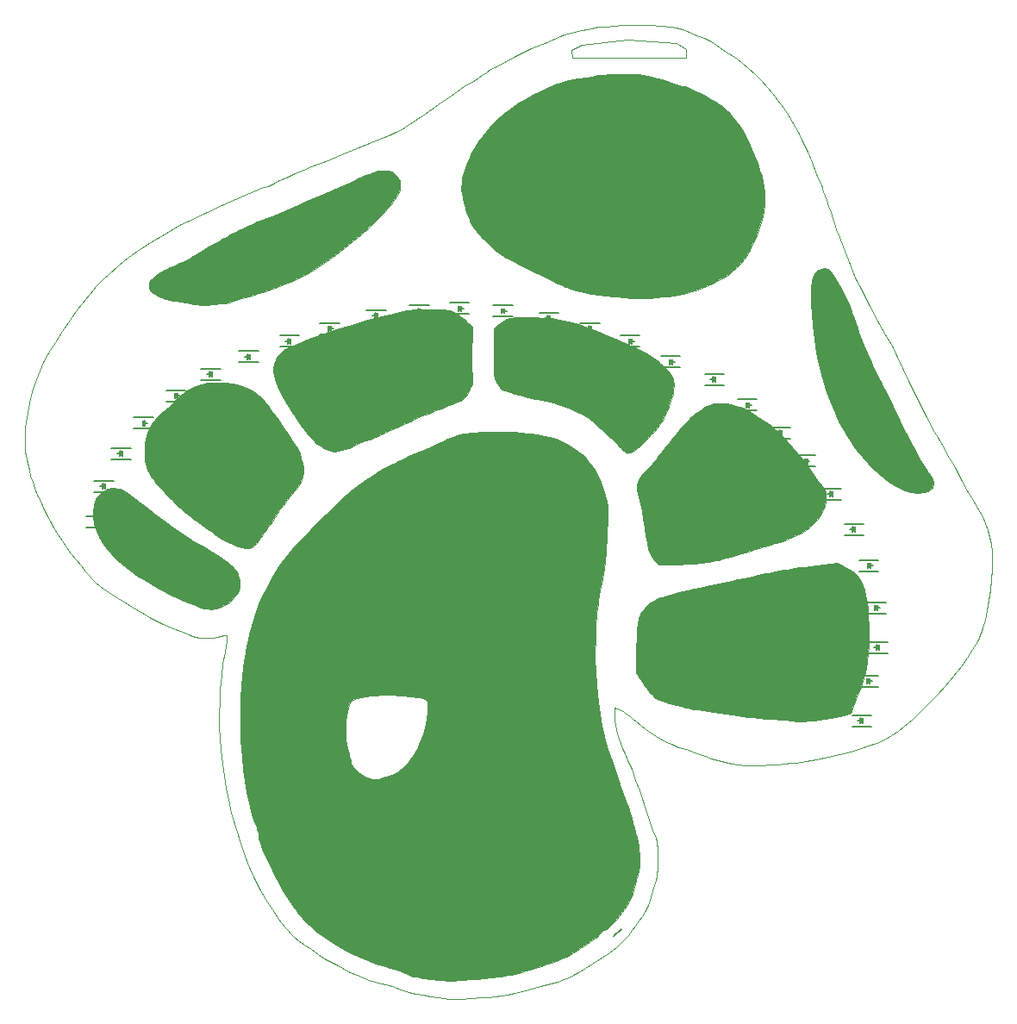
<source format=gto>
%TF.GenerationSoftware,KiCad,Pcbnew,4.0.5+dfsg1-4*%
%TF.CreationDate,2020-02-09T15:28:45-08:00*%
%TF.ProjectId,VineBadge2020,56696E654261646765323032302E6B69,rev?*%
%TF.FileFunction,Legend,Top*%
%FSLAX46Y46*%
G04 Gerber Fmt 4.6, Leading zero omitted, Abs format (unit mm)*
G04 Created by KiCad (PCBNEW 4.0.5+dfsg1-4) date Sun Feb  9 15:28:45 2020*
%MOMM*%
%LPD*%
G01*
G04 APERTURE LIST*
%ADD10C,0.150000*%
%ADD11C,0.100000*%
%ADD12C,0.010000*%
G04 APERTURE END LIST*
D10*
D11*
X135672421Y-141921116D02*
X135025389Y-141832416D01*
X135025389Y-141832416D02*
X134316972Y-141718351D01*
X134316972Y-141718351D02*
X133585642Y-141585231D01*
X133585642Y-141585231D02*
X132869876Y-141439363D01*
X132869876Y-141439363D02*
X132208147Y-141287056D01*
X132208147Y-141287056D02*
X131638930Y-141134619D01*
X131638930Y-141134619D02*
X131200700Y-140988360D01*
X131200700Y-140988360D02*
X131042728Y-140919520D01*
X131042728Y-140919520D02*
X130931931Y-140854590D01*
X130931931Y-140854590D02*
X130797893Y-140794510D01*
X130797893Y-140794510D02*
X130553602Y-140712160D01*
X130553602Y-140712160D02*
X130267718Y-140631320D01*
X130267718Y-140631320D02*
X130008901Y-140575760D01*
X130008901Y-140575760D02*
X129460359Y-140467654D01*
X129460359Y-140467654D02*
X128893379Y-140315190D01*
X128893379Y-140315190D02*
X128306935Y-140121361D01*
X128306935Y-140121361D02*
X127699998Y-139889158D01*
X127699998Y-139889158D02*
X127071541Y-139621573D01*
X127071541Y-139621573D02*
X126420536Y-139321599D01*
X126420536Y-139321599D02*
X125046771Y-138636449D01*
X125046771Y-138636449D02*
X124535018Y-138351508D01*
X124535018Y-138351508D02*
X123927302Y-137981001D01*
X123927302Y-137981001D02*
X123265558Y-137553840D01*
X123265558Y-137553840D02*
X122591723Y-137098940D01*
X122591723Y-137098940D02*
X121947732Y-136645214D01*
X121947732Y-136645214D02*
X121375519Y-136221576D01*
X121375519Y-136221576D02*
X120917020Y-135856941D01*
X120917020Y-135856941D02*
X120614171Y-135580221D01*
X120614171Y-135580221D02*
X120315025Y-135250531D01*
X120315025Y-135250531D02*
X120010689Y-134889147D01*
X120010689Y-134889147D02*
X119392691Y-134081774D01*
X119392691Y-134081774D02*
X118772661Y-133179057D01*
X118772661Y-133179057D02*
X118163086Y-132201953D01*
X118163086Y-132201953D02*
X117576452Y-131171416D01*
X117576452Y-131171416D02*
X117025244Y-130108403D01*
X117025244Y-130108403D02*
X116521948Y-129033869D01*
X116521948Y-129033869D02*
X116079051Y-127968769D01*
X116079051Y-127968769D02*
X115813685Y-127192023D01*
X115813685Y-127192023D02*
X115637071Y-126644247D01*
X115637071Y-126644247D02*
X114851051Y-123923258D01*
X114851051Y-123923258D02*
X114704019Y-123377545D01*
X114704019Y-123377545D02*
X114557889Y-122744575D01*
X114557889Y-122744575D02*
X114413736Y-122030713D01*
X114413736Y-122030713D02*
X114272636Y-121242323D01*
X114272636Y-121242323D02*
X114003898Y-119467422D01*
X114003898Y-119467422D02*
X113760281Y-117470788D01*
X113760281Y-117470788D02*
X113659795Y-116333215D01*
X113659795Y-116333215D02*
X113601545Y-115157308D01*
X113601545Y-115157308D02*
X113585175Y-113952798D01*
X113585175Y-113952798D02*
X113610315Y-112729414D01*
X113610315Y-112729414D02*
X113676605Y-111496888D01*
X113676605Y-111496888D02*
X113783681Y-110264951D01*
X113783681Y-110264951D02*
X113931183Y-109043333D01*
X113931183Y-109043333D02*
X114118748Y-107841764D01*
X114118748Y-107841764D02*
X114297726Y-106737864D01*
X114297726Y-106737864D02*
X114343046Y-106392933D01*
X114343046Y-106392933D02*
X114348846Y-106255418D01*
X114348846Y-106255418D02*
X114258856Y-106255552D01*
X114258856Y-106255552D02*
X114043279Y-106285392D01*
X114043279Y-106285392D02*
X113364595Y-106413471D01*
X113364595Y-106413471D02*
X112974684Y-106483811D01*
X112974684Y-106483811D02*
X112605346Y-106526181D01*
X112605346Y-106526181D02*
X112252206Y-106540211D01*
X112252206Y-106540211D02*
X111910889Y-106525511D01*
X111910889Y-106525511D02*
X111577021Y-106481711D01*
X111577021Y-106481711D02*
X111246233Y-106408421D01*
X111246233Y-106408421D02*
X110914139Y-106305276D01*
X110914139Y-106305276D02*
X110576371Y-106171894D01*
X110576371Y-106171894D02*
X109765694Y-105841926D01*
X109765694Y-105841926D02*
X108675011Y-105421578D01*
X108675011Y-105421578D02*
X108077598Y-105172283D01*
X108077598Y-105172283D02*
X107404644Y-104851816D01*
X107404644Y-104851816D02*
X106738608Y-104501489D01*
X106738608Y-104501489D02*
X106161951Y-104162614D01*
X106161951Y-104162614D02*
X105038834Y-103465196D01*
X105038834Y-103465196D02*
X104055981Y-102875691D01*
X104055981Y-102875691D02*
X103661216Y-102634428D01*
X103661216Y-102634428D02*
X103207651Y-102337949D01*
X103207651Y-102337949D02*
X102252030Y-101671891D01*
X102252030Y-101671891D02*
X101444945Y-101062609D01*
X101444945Y-101062609D02*
X101177049Y-100837102D01*
X101177049Y-100837102D02*
X101042221Y-100695199D01*
X101042221Y-100695199D02*
X100838844Y-100431968D01*
X100838844Y-100431968D02*
X100480651Y-100008812D01*
X100480651Y-100008812D02*
X99980424Y-99419472D01*
X99980424Y-99419472D02*
X99495778Y-98816786D01*
X99495778Y-98816786D02*
X99027691Y-98202512D01*
X99027691Y-98202512D02*
X98577142Y-97578411D01*
X98577142Y-97578411D02*
X98145108Y-96946240D01*
X98145108Y-96946240D02*
X97732568Y-96307759D01*
X97732568Y-96307759D02*
X97340499Y-95664727D01*
X97340499Y-95664727D02*
X96969880Y-95018902D01*
X96969880Y-95018902D02*
X96621689Y-94372045D01*
X96621689Y-94372045D02*
X96296903Y-93725913D01*
X96296903Y-93725913D02*
X95996501Y-93082265D01*
X95996501Y-93082265D02*
X95721461Y-92442861D01*
X95721461Y-92442861D02*
X95472761Y-91809460D01*
X95472761Y-91809460D02*
X95251379Y-91183821D01*
X95251379Y-91183821D02*
X95058293Y-90567702D01*
X95058293Y-90567702D02*
X94894481Y-89962863D01*
X94894481Y-89962863D02*
X94664032Y-88980819D01*
X94664032Y-88980819D02*
X94588655Y-88589558D01*
X94588655Y-88589558D02*
X94535796Y-88231601D01*
X94535796Y-88231601D02*
X94502420Y-87882044D01*
X94502420Y-87882044D02*
X94485492Y-87515985D01*
X94485492Y-87515985D02*
X94488842Y-86634746D01*
X94488842Y-86634746D02*
X94505910Y-86206974D01*
X94505910Y-86206974D02*
X94538714Y-85765193D01*
X94538714Y-85765193D02*
X94649137Y-84849041D01*
X94649137Y-84849041D02*
X94815327Y-83905170D01*
X94815327Y-83905170D02*
X95032496Y-82952456D01*
X95032496Y-82952456D02*
X95295859Y-82009779D01*
X95295859Y-82009779D02*
X95600631Y-81096017D01*
X95600631Y-81096017D02*
X95942024Y-80230049D01*
X95942024Y-80230049D02*
X96315252Y-79430753D01*
X96315252Y-79430753D02*
X96833894Y-78479280D01*
X96833894Y-78479280D02*
X97459502Y-77437775D01*
X97459502Y-77437775D02*
X98162589Y-76348061D01*
X98162589Y-76348061D02*
X98913665Y-75251963D01*
X98913665Y-75251963D02*
X99683243Y-74191303D01*
X99683243Y-74191303D02*
X100441834Y-73207905D01*
X100441834Y-73207905D02*
X101159950Y-72343594D01*
X101159950Y-72343594D02*
X101494615Y-71969165D01*
X101494615Y-71969165D02*
X101808102Y-71640192D01*
X101808102Y-71640192D02*
X102240961Y-71215205D01*
X102240961Y-71215205D02*
X102696539Y-70790775D01*
X102696539Y-70790775D02*
X103668570Y-69948664D01*
X103668570Y-69948664D02*
X104709627Y-69124019D01*
X104709627Y-69124019D02*
X105805147Y-68327000D01*
X105805147Y-68327000D02*
X106940563Y-67567770D01*
X106940563Y-67567770D02*
X108101310Y-66856487D01*
X108101310Y-66856487D02*
X109272822Y-66203313D01*
X109272822Y-66203313D02*
X109858062Y-65901692D01*
X109858062Y-65901692D02*
X110440532Y-65618409D01*
X110440532Y-65618409D02*
X114018287Y-63948449D01*
X114018287Y-63948449D02*
X115151995Y-63435895D01*
X115151995Y-63435895D02*
X115905842Y-63112190D01*
X115905842Y-63112190D02*
X117715072Y-62319111D01*
X117715072Y-62319111D02*
X117940699Y-62261661D01*
X117940699Y-62261661D02*
X118348877Y-62105243D01*
X118348877Y-62105243D02*
X118881660Y-61873744D01*
X118881660Y-61873744D02*
X119481102Y-61591054D01*
X119481102Y-61591054D02*
X120187159Y-61258905D01*
X120187159Y-61258905D02*
X121010244Y-60892740D01*
X121010244Y-60892740D02*
X121848071Y-60537016D01*
X121848071Y-60537016D02*
X122598352Y-60236189D01*
X122598352Y-60236189D02*
X124268352Y-59579254D01*
X124268352Y-59579254D02*
X125994392Y-58880015D01*
X125994392Y-58880015D02*
X129526272Y-57426082D01*
X129526272Y-57426082D02*
X130254829Y-57114893D01*
X130254829Y-57114893D02*
X130933081Y-56803220D01*
X130933081Y-56803220D02*
X131485256Y-56527252D01*
X131485256Y-56527252D02*
X131835582Y-56323178D01*
X131835582Y-56323178D02*
X133780972Y-55022769D01*
X133780972Y-55022769D02*
X135102206Y-54125923D01*
X135102206Y-54125923D02*
X136309972Y-53264503D01*
X136309972Y-53264503D02*
X137240639Y-52604256D01*
X137240639Y-52604256D02*
X137628618Y-52349178D01*
X137628618Y-52349178D02*
X137895652Y-52191091D01*
X137895652Y-52191091D02*
X138421495Y-51871149D01*
X138421495Y-51871149D02*
X139041582Y-51435034D01*
X139041582Y-51435034D02*
X139382873Y-51194808D01*
X139382873Y-51194808D02*
X139804131Y-50924276D01*
X139804131Y-50924276D02*
X140251839Y-50656584D01*
X140251839Y-50656584D02*
X140672482Y-50424877D01*
X140672482Y-50424877D02*
X142702902Y-49343954D01*
X142702902Y-49343954D02*
X143194531Y-49088761D01*
X143194531Y-49088761D02*
X143729778Y-48829785D01*
X143729778Y-48829785D02*
X144244013Y-48597293D01*
X144244013Y-48597293D02*
X144672602Y-48421551D01*
X144672602Y-48421551D02*
X145565609Y-48062389D01*
X145565609Y-48062389D02*
X146472702Y-47666197D01*
X146472702Y-47666197D02*
X147110982Y-47396595D01*
X147110982Y-47396595D02*
X147442464Y-47280875D01*
X147442464Y-47280875D02*
X147813871Y-47168966D01*
X147813871Y-47168966D02*
X148771548Y-46929859D01*
X148771548Y-46929859D02*
X150174192Y-46625817D01*
X150174192Y-46625817D02*
X150787157Y-46521450D01*
X150787157Y-46521450D02*
X151519688Y-46437363D01*
X151519688Y-46437363D02*
X152345180Y-46374419D01*
X152345180Y-46374419D02*
X153237027Y-46333477D01*
X153237027Y-46333477D02*
X154168622Y-46315401D01*
X154168622Y-46315401D02*
X155113358Y-46321052D01*
X155113358Y-46321052D02*
X156044630Y-46351288D01*
X156044630Y-46351288D02*
X156935832Y-46406972D01*
X156935832Y-46406972D02*
X158030677Y-46505703D01*
X158030677Y-46505703D02*
X158430722Y-46561768D01*
X158430722Y-46561768D02*
X158784188Y-46635137D01*
X158784188Y-46635137D02*
X159129828Y-46735436D01*
X159129828Y-46735436D02*
X159506397Y-46872292D01*
X159506397Y-46872292D02*
X160507332Y-47294180D01*
X160507332Y-47294180D02*
X161212581Y-47617127D01*
X161212581Y-47617127D02*
X161875998Y-47950792D01*
X161875998Y-47950792D02*
X162423040Y-48255839D01*
X162423040Y-48255839D02*
X162779162Y-48492935D01*
X162779162Y-48492935D02*
X163362461Y-48922885D01*
X163362461Y-48922885D02*
X163962102Y-49309754D01*
X163962102Y-49309754D02*
X164450714Y-49629753D01*
X164450714Y-49629753D02*
X164996024Y-50048763D01*
X164996024Y-50048763D02*
X165580192Y-50549475D01*
X165580192Y-50549475D02*
X166185377Y-51114581D01*
X166185377Y-51114581D02*
X166793738Y-51726774D01*
X166793738Y-51726774D02*
X167387434Y-52368745D01*
X167387434Y-52368745D02*
X167948626Y-53023188D01*
X167948626Y-53023188D02*
X168459472Y-53672791D01*
X168459472Y-53672791D02*
X168994275Y-54417591D01*
X168994275Y-54417591D02*
X169499247Y-55184442D01*
X169499247Y-55184442D02*
X169980831Y-55985647D01*
X169980831Y-55985647D02*
X170445468Y-56833507D01*
X170445468Y-56833507D02*
X170899600Y-57740326D01*
X170899600Y-57740326D02*
X171349669Y-58718406D01*
X171349669Y-58718406D02*
X171802115Y-59780048D01*
X171802115Y-59780048D02*
X172263382Y-60937557D01*
X172263382Y-60937557D02*
X172791802Y-62222823D01*
X172791802Y-62222823D02*
X172828622Y-62365942D01*
X172828622Y-62365942D02*
X172928868Y-62659131D01*
X172928868Y-62659131D02*
X173258404Y-63524840D01*
X173258404Y-63524840D02*
X173463200Y-64065459D01*
X173463200Y-64065459D02*
X173675901Y-64671436D01*
X173675901Y-64671436D02*
X173871371Y-65268671D01*
X173871371Y-65268671D02*
X174024474Y-65783067D01*
X174024474Y-65783067D02*
X174208932Y-66367614D01*
X174208932Y-66367614D02*
X174489788Y-67155853D01*
X174489788Y-67155853D02*
X174828864Y-68044517D01*
X174828864Y-68044517D02*
X175187984Y-68930334D01*
X175187984Y-68930334D02*
X175798198Y-70412535D01*
X175798198Y-70412535D02*
X176052004Y-71082605D01*
X176052004Y-71082605D02*
X176155974Y-71326088D01*
X176155974Y-71326088D02*
X176435830Y-71887277D01*
X176435830Y-71887277D02*
X177330868Y-73600482D01*
X177330868Y-73600482D02*
X178352459Y-75497635D01*
X178352459Y-75497635D02*
X179115944Y-76854153D01*
X179115944Y-76854153D02*
X179668284Y-77833061D01*
X179668284Y-77833061D02*
X180138844Y-78755936D01*
X180138844Y-78755936D02*
X181412864Y-81404844D01*
X181412864Y-81404844D02*
X182985844Y-84665039D01*
X182985844Y-84665039D02*
X183286066Y-85277387D01*
X183286066Y-85277387D02*
X183577706Y-85840069D01*
X183577706Y-85840069D02*
X183827426Y-86290681D01*
X183827426Y-86290681D02*
X184001884Y-86566822D01*
X184001884Y-86566822D02*
X184153504Y-86792901D01*
X184153504Y-86792901D02*
X184341034Y-87107208D01*
X184341034Y-87107208D02*
X184728467Y-87834163D01*
X184728467Y-87834163D02*
X185103771Y-88550099D01*
X185103771Y-88550099D02*
X185413757Y-89063991D01*
X185413757Y-89063991D02*
X185577393Y-89324994D01*
X185577393Y-89324994D02*
X185828167Y-89762119D01*
X185828167Y-89762119D02*
X186454527Y-90921006D01*
X186454527Y-90921006D02*
X187145858Y-92190670D01*
X187145858Y-92190670D02*
X187466961Y-92747707D01*
X187466961Y-92747707D02*
X187716477Y-93155138D01*
X187716477Y-93155138D02*
X188160300Y-93878038D01*
X188160300Y-93878038D02*
X188535434Y-94575716D01*
X188535434Y-94575716D02*
X188844938Y-95257710D01*
X188844938Y-95257710D02*
X189091870Y-95933558D01*
X189091870Y-95933558D02*
X189279285Y-96612799D01*
X189279285Y-96612799D02*
X189410243Y-97304971D01*
X189410243Y-97304971D02*
X189487803Y-98019611D01*
X189487803Y-98019611D02*
X189515023Y-98766259D01*
X189515023Y-98766259D02*
X189493933Y-99715172D01*
X189493933Y-99715172D02*
X189426633Y-100723241D01*
X189426633Y-100723241D02*
X189318334Y-101757609D01*
X189318334Y-101757609D02*
X189174238Y-102785419D01*
X189174238Y-102785419D02*
X188999551Y-103773813D01*
X188999551Y-103773813D02*
X188799478Y-104689933D01*
X188799478Y-104689933D02*
X188579226Y-105500922D01*
X188579226Y-105500922D02*
X188463159Y-105856724D01*
X188463159Y-105856724D02*
X188343999Y-106173921D01*
X188343999Y-106173921D02*
X188200028Y-106502067D01*
X188200028Y-106502067D02*
X188026643Y-106851137D01*
X188026643Y-106851137D02*
X187596293Y-107605852D01*
X187596293Y-107605852D02*
X187062266Y-108425670D01*
X187062266Y-108425670D02*
X186433879Y-109298192D01*
X186433879Y-109298192D02*
X185720449Y-110211023D01*
X185720449Y-110211023D02*
X184931293Y-111151764D01*
X184931293Y-111151764D02*
X184075730Y-112108020D01*
X184075730Y-112108020D02*
X183163076Y-113067393D01*
X183163076Y-113067393D02*
X182346514Y-113880224D01*
X182346514Y-113880224D02*
X181604227Y-114572113D01*
X181604227Y-114572113D02*
X180911982Y-115160019D01*
X180911982Y-115160019D02*
X180245546Y-115660900D01*
X180245546Y-115660900D02*
X179580687Y-116091716D01*
X179580687Y-116091716D02*
X178893172Y-116469426D01*
X178893172Y-116469426D02*
X178158769Y-116810988D01*
X178158769Y-116810988D02*
X177353246Y-117133362D01*
X177353246Y-117133362D02*
X176602872Y-117382243D01*
X176602872Y-117382243D02*
X175640622Y-117653449D01*
X175640622Y-117653449D02*
X174542385Y-117930344D01*
X174542385Y-117930344D02*
X173384047Y-118196296D01*
X173384047Y-118196296D02*
X172241498Y-118434671D01*
X172241498Y-118434671D02*
X171190624Y-118628834D01*
X171190624Y-118628834D02*
X170307314Y-118762153D01*
X170307314Y-118762153D02*
X169952211Y-118800793D01*
X169952211Y-118800793D02*
X169667456Y-118817993D01*
X169667456Y-118817993D02*
X169192006Y-118829133D01*
X169192006Y-118829133D02*
X168141412Y-118936329D01*
X168141412Y-118936329D02*
X168060232Y-118948559D01*
X168060232Y-118948559D02*
X168093212Y-118949260D01*
X168093212Y-118949260D02*
X168109872Y-118949055D01*
X168109872Y-118949055D02*
X168103872Y-118950455D01*
X168103872Y-118950455D02*
X167955833Y-118964245D01*
X167955833Y-118964245D02*
X166637799Y-119077707D01*
X166637799Y-119077707D02*
X165959631Y-119079907D01*
X165959631Y-119079907D02*
X165275066Y-119046167D01*
X165275066Y-119046167D02*
X164588385Y-118977187D01*
X164588385Y-118977187D02*
X163903874Y-118873733D01*
X163903874Y-118873733D02*
X163225814Y-118736559D01*
X163225814Y-118736559D02*
X162558490Y-118566420D01*
X162558490Y-118566420D02*
X161906184Y-118364073D01*
X161906184Y-118364073D02*
X161273179Y-118130275D01*
X161273179Y-118130275D02*
X160294503Y-117763143D01*
X160294503Y-117763143D02*
X159411399Y-117469600D01*
X159411399Y-117469600D02*
X158652305Y-117219187D01*
X158652305Y-117219187D02*
X157971789Y-116955745D01*
X157971789Y-116955745D02*
X157536274Y-116746088D01*
X157536274Y-116746088D02*
X157041934Y-116475342D01*
X157041934Y-116475342D02*
X156512730Y-116159326D01*
X156512730Y-116159326D02*
X155972623Y-115813860D01*
X155972623Y-115813860D02*
X155445575Y-115454766D01*
X155445575Y-115454766D02*
X154955547Y-115097861D01*
X154955547Y-115097861D02*
X154526502Y-114758967D01*
X154526502Y-114758967D02*
X154182399Y-114453903D01*
X154182399Y-114453903D02*
X153955120Y-114247314D01*
X153955120Y-114247314D02*
X153717411Y-114053804D01*
X153717411Y-114053804D02*
X153476011Y-113877483D01*
X153476011Y-113877483D02*
X153237659Y-113722457D01*
X153237659Y-113722457D02*
X153009095Y-113592837D01*
X153009095Y-113592837D02*
X152797057Y-113492729D01*
X152797057Y-113492729D02*
X152608285Y-113426239D01*
X152608285Y-113426239D02*
X152449519Y-113397479D01*
X152449519Y-113397479D02*
X152426089Y-113625489D01*
X152426089Y-113625489D02*
X152417489Y-114176524D01*
X152417489Y-114176524D02*
X152433619Y-114608153D01*
X152433619Y-114608153D02*
X152480069Y-115044325D01*
X152480069Y-115044325D02*
X152557319Y-115486778D01*
X152557319Y-115486778D02*
X152665840Y-115937253D01*
X152665840Y-115937253D02*
X152806114Y-116397489D01*
X152806114Y-116397489D02*
X152978617Y-116869225D01*
X152978617Y-116869225D02*
X153183826Y-117354201D01*
X153183826Y-117354201D02*
X153422218Y-117854155D01*
X153422218Y-117854155D02*
X153720709Y-118512229D01*
X153720709Y-118512229D02*
X154087877Y-119416851D01*
X154087877Y-119416851D02*
X154477138Y-120448765D01*
X154477138Y-120448765D02*
X154841908Y-121488710D01*
X154841908Y-121488710D02*
X155569196Y-123627022D01*
X155569196Y-123627022D02*
X156170558Y-125349489D01*
X156170558Y-125349489D02*
X156448477Y-126163185D01*
X156448477Y-126163185D02*
X156538607Y-126482071D01*
X156538607Y-126482071D02*
X156602177Y-126775825D01*
X156602177Y-126775825D02*
X156643687Y-127069579D01*
X156643687Y-127069579D02*
X156667627Y-127388464D01*
X156667627Y-127388464D02*
X156680767Y-128202160D01*
X156680767Y-128202160D02*
X156663947Y-128984474D01*
X156663947Y-128984474D02*
X156639647Y-129315129D01*
X156639647Y-129315129D02*
X156601347Y-129628497D01*
X156601347Y-129628497D02*
X156546487Y-129941866D01*
X156546487Y-129941866D02*
X156472507Y-130272520D01*
X156472507Y-130272520D02*
X156256947Y-131054834D01*
X156256947Y-131054834D02*
X155874629Y-132249401D01*
X155874629Y-132249401D02*
X155692925Y-132758497D01*
X155692925Y-132758497D02*
X155548517Y-133118513D01*
X155548517Y-133118513D02*
X155376165Y-133450975D01*
X155376165Y-133450975D02*
X155130331Y-133854613D01*
X155130331Y-133854613D02*
X154829017Y-134305055D01*
X154829017Y-134305055D02*
X154490222Y-134777927D01*
X154490222Y-134777927D02*
X154131948Y-135248859D01*
X154131948Y-135248859D02*
X153772195Y-135693477D01*
X153772195Y-135693477D02*
X153428965Y-136087409D01*
X153428965Y-136087409D02*
X153120257Y-136406284D01*
X153120257Y-136406284D02*
X152567507Y-136935363D01*
X152567507Y-136935363D02*
X152284692Y-137187555D01*
X152284692Y-137187555D02*
X151907407Y-137385403D01*
X151907407Y-137385403D02*
X150225707Y-138482255D01*
X150225707Y-138482255D02*
X148897874Y-139333482D01*
X148897874Y-139333482D02*
X148401704Y-139619264D01*
X148401704Y-139619264D02*
X147934773Y-139848527D01*
X147934773Y-139848527D02*
X147435139Y-140048802D01*
X147435139Y-140048802D02*
X146840859Y-140247614D01*
X146840859Y-140247614D02*
X145120587Y-140750964D01*
X145120587Y-140750964D02*
X143322725Y-141243252D01*
X143322725Y-141243252D02*
X142594868Y-141419092D01*
X142594868Y-141419092D02*
X141935743Y-141556651D01*
X141935743Y-141556651D02*
X141311361Y-141662372D01*
X141311361Y-141662372D02*
X140687731Y-141742692D01*
X140687731Y-141742692D02*
X140030866Y-141804062D01*
X140030866Y-141804062D02*
X139306777Y-141852922D01*
X139306777Y-141852922D02*
X137269147Y-141982671D01*
X137269147Y-141982671D02*
X136933020Y-141993481D01*
X136933020Y-141993481D02*
X136519912Y-141985381D01*
X136519912Y-141985381D02*
X136082219Y-141960521D01*
X136082219Y-141960521D02*
X135672337Y-141920931D01*
X135672337Y-141920931D02*
X135672377Y-141920992D01*
X135672377Y-141920992D02*
X135672421Y-141921116D01*
X149184032Y-48226688D02*
X153719747Y-47754217D01*
X153719747Y-47754217D02*
X158538944Y-48084946D01*
X158538944Y-48084946D02*
X159460260Y-48722781D01*
X159460260Y-48722781D02*
X159483890Y-49549604D01*
X159483890Y-49549604D02*
X148262715Y-49549604D01*
X148262715Y-49549604D02*
X148215465Y-48793652D01*
X148215465Y-48793652D02*
X149184028Y-48226688D01*
X149184028Y-48226688D02*
X149184032Y-48226688D01*
D12*
G36*
X141234580Y-86253831D02*
X141921773Y-86272476D01*
X142602374Y-86305402D01*
X143261402Y-86352450D01*
X143883877Y-86413461D01*
X144129500Y-86443043D01*
X144852279Y-86548059D01*
X145503103Y-86670182D01*
X146093523Y-86812532D01*
X146635088Y-86978230D01*
X147139348Y-87170398D01*
X147589963Y-87378113D01*
X148264879Y-87756632D01*
X148876784Y-88185407D01*
X149427837Y-88667170D01*
X149920193Y-89204655D01*
X150356011Y-89800595D01*
X150737445Y-90457723D01*
X151066655Y-91178773D01*
X151345795Y-91966478D01*
X151427099Y-92240834D01*
X151515492Y-92556814D01*
X151585905Y-92822699D01*
X151640362Y-93054645D01*
X151680888Y-93268808D01*
X151709507Y-93481346D01*
X151728242Y-93708413D01*
X151739117Y-93966168D01*
X151744157Y-94270767D01*
X151745385Y-94638366D01*
X151745294Y-94780834D01*
X151703234Y-96443538D01*
X151580296Y-98095074D01*
X151375610Y-99744538D01*
X151135177Y-101159748D01*
X151023864Y-101751631D01*
X150927589Y-102285366D01*
X150845122Y-102773478D01*
X150775232Y-103228493D01*
X150716688Y-103662933D01*
X150668261Y-104089324D01*
X150628720Y-104520191D01*
X150596835Y-104968057D01*
X150571375Y-105445448D01*
X150551110Y-105964887D01*
X150534809Y-106538900D01*
X150521242Y-107180011D01*
X150516277Y-107459667D01*
X150508862Y-108006232D01*
X150506841Y-108498277D01*
X150511001Y-108952344D01*
X150522129Y-109384977D01*
X150541010Y-109812719D01*
X150568430Y-110252115D01*
X150605176Y-110719706D01*
X150652034Y-111232037D01*
X150709789Y-111805651D01*
X150733541Y-112031667D01*
X150811277Y-112727641D01*
X150892830Y-113375994D01*
X150980756Y-113987161D01*
X151077609Y-114571577D01*
X151185945Y-115139680D01*
X151308320Y-115701903D01*
X151447289Y-116268683D01*
X151605406Y-116850456D01*
X151785228Y-117457657D01*
X151989309Y-118100721D01*
X152220205Y-118790084D01*
X152480471Y-119536183D01*
X152765232Y-120329000D01*
X153051127Y-121121313D01*
X153307433Y-121843427D01*
X153536627Y-122503503D01*
X153741187Y-123109701D01*
X153923591Y-123670182D01*
X154086317Y-124193106D01*
X154231843Y-124686632D01*
X154362648Y-125158922D01*
X154481209Y-125618136D01*
X154590004Y-126072433D01*
X154691511Y-126529975D01*
X154783501Y-126975334D01*
X154836728Y-127322143D01*
X154870637Y-127717058D01*
X154884992Y-128134364D01*
X154879557Y-128548346D01*
X154854097Y-128933289D01*
X154808374Y-129263480D01*
X154804682Y-129282500D01*
X154701412Y-129762831D01*
X154580749Y-130255089D01*
X154447508Y-130743269D01*
X154306510Y-131211364D01*
X154162570Y-131643369D01*
X154020509Y-132023278D01*
X153886928Y-132331350D01*
X153757814Y-132570652D01*
X153578984Y-132856773D01*
X153360399Y-133176479D01*
X153112023Y-133516532D01*
X152843816Y-133863695D01*
X152565742Y-134204731D01*
X152287763Y-134526404D01*
X152019840Y-134815476D01*
X152008617Y-134827056D01*
X151857827Y-134977442D01*
X151747462Y-135073608D01*
X151663253Y-135125965D01*
X151590931Y-135144923D01*
X151571939Y-135145667D01*
X151452583Y-135172637D01*
X151314916Y-135242074D01*
X151279602Y-135266177D01*
X151158181Y-135363198D01*
X151033065Y-135476557D01*
X150920748Y-135589497D01*
X150837724Y-135685260D01*
X150800484Y-135747089D01*
X150799935Y-135753523D01*
X150773750Y-135792150D01*
X150689154Y-135866262D01*
X150543777Y-135977581D01*
X150335254Y-136127829D01*
X150061216Y-136318728D01*
X149719296Y-136552001D01*
X149484667Y-136710270D01*
X149067082Y-136988127D01*
X148692791Y-137229474D01*
X148349376Y-137440167D01*
X148024417Y-137626061D01*
X147705494Y-137793012D01*
X147380190Y-137946875D01*
X147036084Y-138093506D01*
X146660757Y-138238759D01*
X146241791Y-138388491D01*
X145766767Y-138548556D01*
X145223264Y-138724810D01*
X145187834Y-138736147D01*
X144617559Y-138917543D01*
X144116393Y-139074250D01*
X143673275Y-139208809D01*
X143277145Y-139323761D01*
X142916942Y-139421650D01*
X142581608Y-139505016D01*
X142260081Y-139576402D01*
X141941303Y-139638350D01*
X141614213Y-139693401D01*
X141267751Y-139744098D01*
X140890858Y-139792982D01*
X140472472Y-139842596D01*
X140277167Y-139864775D01*
X139551376Y-139943184D01*
X138865913Y-140010772D01*
X138226375Y-140067180D01*
X137638358Y-140112047D01*
X137107460Y-140145016D01*
X136639277Y-140165725D01*
X136239406Y-140173816D01*
X135913443Y-140168930D01*
X135726334Y-140157051D01*
X135362554Y-140121507D01*
X134977324Y-140081045D01*
X134588806Y-140037791D01*
X134215164Y-139993868D01*
X133874562Y-139951403D01*
X133585165Y-139912519D01*
X133398000Y-139884670D01*
X133005760Y-139816050D01*
X132674187Y-139742808D01*
X132379307Y-139658162D01*
X132097150Y-139555333D01*
X131838439Y-139443546D01*
X131288848Y-139210465D01*
X130711179Y-139004036D01*
X130079519Y-138815143D01*
X129962748Y-138783544D01*
X128967631Y-138480802D01*
X127956633Y-138100596D01*
X126937407Y-137646791D01*
X125917604Y-137123253D01*
X124904878Y-136533846D01*
X123906881Y-135882437D01*
X123164677Y-135349559D01*
X122809299Y-135076019D01*
X122496313Y-134815632D01*
X122211700Y-134554000D01*
X121941441Y-134276723D01*
X121671517Y-133969404D01*
X121387910Y-133617646D01*
X121076602Y-133207049D01*
X121070141Y-133198334D01*
X120725031Y-132719142D01*
X120397228Y-132234823D01*
X120080613Y-131734663D01*
X119769063Y-131207949D01*
X119456459Y-130643970D01*
X119136679Y-130032010D01*
X118803603Y-129361359D01*
X118451108Y-128621303D01*
X118433665Y-128584000D01*
X118193921Y-128065500D01*
X117991807Y-127615884D01*
X117825177Y-127229296D01*
X117691882Y-126899881D01*
X117589776Y-126621783D01*
X117516709Y-126389145D01*
X117470535Y-126196113D01*
X117449106Y-126036830D01*
X117450274Y-125905440D01*
X117450492Y-125903259D01*
X117456126Y-125806892D01*
X117449081Y-125712353D01*
X117424923Y-125602430D01*
X117379220Y-125459916D01*
X117307540Y-125267601D01*
X117246868Y-125112667D01*
X116978305Y-124366161D01*
X116731934Y-123541175D01*
X116507655Y-122637194D01*
X116305367Y-121653701D01*
X116124970Y-120590182D01*
X115966365Y-119446118D01*
X115829450Y-118220996D01*
X115757975Y-117450334D01*
X115735749Y-117132125D01*
X115717080Y-116743195D01*
X115701967Y-116295896D01*
X115690408Y-115802585D01*
X115687251Y-115594817D01*
X125998578Y-115594817D01*
X126024949Y-116307187D01*
X126100990Y-116976913D01*
X126226100Y-117593325D01*
X126312121Y-117894834D01*
X126374122Y-118106270D01*
X126433987Y-118337561D01*
X126478945Y-118539307D01*
X126479600Y-118542676D01*
X126515666Y-118708240D01*
X126553910Y-118851207D01*
X126586361Y-118941957D01*
X126587819Y-118944843D01*
X126692981Y-119102313D01*
X126854467Y-119289449D01*
X127056358Y-119491757D01*
X127282738Y-119694747D01*
X127517690Y-119883925D01*
X127745296Y-120044800D01*
X127893920Y-120134008D01*
X128109699Y-120230265D01*
X128369064Y-120314463D01*
X128636418Y-120377113D01*
X128876161Y-120408725D01*
X128931834Y-120410710D01*
X129091414Y-120401298D01*
X129283289Y-120375207D01*
X129418667Y-120348503D01*
X130027388Y-120178604D01*
X130570758Y-119964363D01*
X131058970Y-119699669D01*
X131502215Y-119378413D01*
X131910687Y-118994485D01*
X132169969Y-118699167D01*
X132605956Y-118105189D01*
X132993995Y-117452557D01*
X133329179Y-116754901D01*
X133606600Y-116025856D01*
X133821352Y-115279052D01*
X133968527Y-114528124D01*
X134043219Y-113786703D01*
X134051843Y-113471000D01*
X134049345Y-113181886D01*
X134036659Y-112964104D01*
X134009735Y-112804545D01*
X133964523Y-112690097D01*
X133896973Y-112607650D01*
X133803035Y-112544092D01*
X133758603Y-112521703D01*
X133568042Y-112452334D01*
X133303797Y-112387230D01*
X132976779Y-112327242D01*
X132597903Y-112273219D01*
X132178080Y-112226011D01*
X131728225Y-112186470D01*
X131259249Y-112155444D01*
X130782066Y-112133785D01*
X130307589Y-112122342D01*
X129846731Y-112121966D01*
X129410405Y-112133506D01*
X129048313Y-112154738D01*
X128482710Y-112208042D01*
X127972325Y-112276044D01*
X127523180Y-112357509D01*
X127141294Y-112451202D01*
X126832687Y-112555889D01*
X126639316Y-112648618D01*
X126508890Y-112750490D01*
X126398270Y-112898152D01*
X126304510Y-113099410D01*
X126224665Y-113362069D01*
X126155787Y-113693937D01*
X126097256Y-114084834D01*
X126022480Y-114850476D01*
X125998578Y-115594817D01*
X115687251Y-115594817D01*
X115682399Y-115275615D01*
X115677940Y-114727341D01*
X115677027Y-114170117D01*
X115679658Y-113616298D01*
X115685832Y-113078239D01*
X115695546Y-112568294D01*
X115708797Y-112098817D01*
X115725585Y-111682163D01*
X115745905Y-111330687D01*
X115759105Y-111163834D01*
X115842631Y-110309942D01*
X115934950Y-109519168D01*
X116039110Y-108770158D01*
X116158162Y-108041558D01*
X116295154Y-107312014D01*
X116342496Y-107078667D01*
X116548505Y-106146943D01*
X116768922Y-105285187D01*
X117008557Y-104479247D01*
X117272218Y-103714971D01*
X117564714Y-102978207D01*
X117890855Y-102254801D01*
X118176640Y-101681167D01*
X118446103Y-101170455D01*
X118706450Y-100698108D01*
X118963860Y-100255909D01*
X119224510Y-99835640D01*
X119494579Y-99429084D01*
X119780244Y-99028022D01*
X120087684Y-98624239D01*
X120423076Y-98209515D01*
X120792597Y-97775635D01*
X121202427Y-97314380D01*
X121658742Y-96817532D01*
X122167720Y-96276875D01*
X122504986Y-95923834D01*
X123291798Y-95114395D01*
X124037024Y-94370277D01*
X124746639Y-93686753D01*
X125426618Y-93059098D01*
X126082934Y-92482585D01*
X126721562Y-91952488D01*
X127348477Y-91464082D01*
X127969652Y-91012641D01*
X128591063Y-90593438D01*
X129218683Y-90201747D01*
X129858487Y-89832842D01*
X130516450Y-89481998D01*
X130879167Y-89299492D01*
X131129560Y-89178361D01*
X131442881Y-89030645D01*
X131804249Y-88863142D01*
X132198787Y-88682653D01*
X132611614Y-88495976D01*
X133027851Y-88309911D01*
X133432618Y-88131258D01*
X133503834Y-88100096D01*
X133888474Y-87931846D01*
X134273727Y-87762982D01*
X134647270Y-87598930D01*
X134996781Y-87445114D01*
X135309937Y-87306961D01*
X135574414Y-87189895D01*
X135777890Y-87099341D01*
X135832167Y-87075026D01*
X136241744Y-86896722D01*
X136601609Y-86754496D01*
X136935072Y-86641580D01*
X137265445Y-86551204D01*
X137616038Y-86476597D01*
X138010163Y-86410989D01*
X138224000Y-86380383D01*
X138719465Y-86325239D01*
X139283235Y-86285171D01*
X139900331Y-86260019D01*
X140555772Y-86249626D01*
X141234580Y-86253831D01*
X141234580Y-86253831D01*
G37*
X141234580Y-86253831D02*
X141921773Y-86272476D01*
X142602374Y-86305402D01*
X143261402Y-86352450D01*
X143883877Y-86413461D01*
X144129500Y-86443043D01*
X144852279Y-86548059D01*
X145503103Y-86670182D01*
X146093523Y-86812532D01*
X146635088Y-86978230D01*
X147139348Y-87170398D01*
X147589963Y-87378113D01*
X148264879Y-87756632D01*
X148876784Y-88185407D01*
X149427837Y-88667170D01*
X149920193Y-89204655D01*
X150356011Y-89800595D01*
X150737445Y-90457723D01*
X151066655Y-91178773D01*
X151345795Y-91966478D01*
X151427099Y-92240834D01*
X151515492Y-92556814D01*
X151585905Y-92822699D01*
X151640362Y-93054645D01*
X151680888Y-93268808D01*
X151709507Y-93481346D01*
X151728242Y-93708413D01*
X151739117Y-93966168D01*
X151744157Y-94270767D01*
X151745385Y-94638366D01*
X151745294Y-94780834D01*
X151703234Y-96443538D01*
X151580296Y-98095074D01*
X151375610Y-99744538D01*
X151135177Y-101159748D01*
X151023864Y-101751631D01*
X150927589Y-102285366D01*
X150845122Y-102773478D01*
X150775232Y-103228493D01*
X150716688Y-103662933D01*
X150668261Y-104089324D01*
X150628720Y-104520191D01*
X150596835Y-104968057D01*
X150571375Y-105445448D01*
X150551110Y-105964887D01*
X150534809Y-106538900D01*
X150521242Y-107180011D01*
X150516277Y-107459667D01*
X150508862Y-108006232D01*
X150506841Y-108498277D01*
X150511001Y-108952344D01*
X150522129Y-109384977D01*
X150541010Y-109812719D01*
X150568430Y-110252115D01*
X150605176Y-110719706D01*
X150652034Y-111232037D01*
X150709789Y-111805651D01*
X150733541Y-112031667D01*
X150811277Y-112727641D01*
X150892830Y-113375994D01*
X150980756Y-113987161D01*
X151077609Y-114571577D01*
X151185945Y-115139680D01*
X151308320Y-115701903D01*
X151447289Y-116268683D01*
X151605406Y-116850456D01*
X151785228Y-117457657D01*
X151989309Y-118100721D01*
X152220205Y-118790084D01*
X152480471Y-119536183D01*
X152765232Y-120329000D01*
X153051127Y-121121313D01*
X153307433Y-121843427D01*
X153536627Y-122503503D01*
X153741187Y-123109701D01*
X153923591Y-123670182D01*
X154086317Y-124193106D01*
X154231843Y-124686632D01*
X154362648Y-125158922D01*
X154481209Y-125618136D01*
X154590004Y-126072433D01*
X154691511Y-126529975D01*
X154783501Y-126975334D01*
X154836728Y-127322143D01*
X154870637Y-127717058D01*
X154884992Y-128134364D01*
X154879557Y-128548346D01*
X154854097Y-128933289D01*
X154808374Y-129263480D01*
X154804682Y-129282500D01*
X154701412Y-129762831D01*
X154580749Y-130255089D01*
X154447508Y-130743269D01*
X154306510Y-131211364D01*
X154162570Y-131643369D01*
X154020509Y-132023278D01*
X153886928Y-132331350D01*
X153757814Y-132570652D01*
X153578984Y-132856773D01*
X153360399Y-133176479D01*
X153112023Y-133516532D01*
X152843816Y-133863695D01*
X152565742Y-134204731D01*
X152287763Y-134526404D01*
X152019840Y-134815476D01*
X152008617Y-134827056D01*
X151857827Y-134977442D01*
X151747462Y-135073608D01*
X151663253Y-135125965D01*
X151590931Y-135144923D01*
X151571939Y-135145667D01*
X151452583Y-135172637D01*
X151314916Y-135242074D01*
X151279602Y-135266177D01*
X151158181Y-135363198D01*
X151033065Y-135476557D01*
X150920748Y-135589497D01*
X150837724Y-135685260D01*
X150800484Y-135747089D01*
X150799935Y-135753523D01*
X150773750Y-135792150D01*
X150689154Y-135866262D01*
X150543777Y-135977581D01*
X150335254Y-136127829D01*
X150061216Y-136318728D01*
X149719296Y-136552001D01*
X149484667Y-136710270D01*
X149067082Y-136988127D01*
X148692791Y-137229474D01*
X148349376Y-137440167D01*
X148024417Y-137626061D01*
X147705494Y-137793012D01*
X147380190Y-137946875D01*
X147036084Y-138093506D01*
X146660757Y-138238759D01*
X146241791Y-138388491D01*
X145766767Y-138548556D01*
X145223264Y-138724810D01*
X145187834Y-138736147D01*
X144617559Y-138917543D01*
X144116393Y-139074250D01*
X143673275Y-139208809D01*
X143277145Y-139323761D01*
X142916942Y-139421650D01*
X142581608Y-139505016D01*
X142260081Y-139576402D01*
X141941303Y-139638350D01*
X141614213Y-139693401D01*
X141267751Y-139744098D01*
X140890858Y-139792982D01*
X140472472Y-139842596D01*
X140277167Y-139864775D01*
X139551376Y-139943184D01*
X138865913Y-140010772D01*
X138226375Y-140067180D01*
X137638358Y-140112047D01*
X137107460Y-140145016D01*
X136639277Y-140165725D01*
X136239406Y-140173816D01*
X135913443Y-140168930D01*
X135726334Y-140157051D01*
X135362554Y-140121507D01*
X134977324Y-140081045D01*
X134588806Y-140037791D01*
X134215164Y-139993868D01*
X133874562Y-139951403D01*
X133585165Y-139912519D01*
X133398000Y-139884670D01*
X133005760Y-139816050D01*
X132674187Y-139742808D01*
X132379307Y-139658162D01*
X132097150Y-139555333D01*
X131838439Y-139443546D01*
X131288848Y-139210465D01*
X130711179Y-139004036D01*
X130079519Y-138815143D01*
X129962748Y-138783544D01*
X128967631Y-138480802D01*
X127956633Y-138100596D01*
X126937407Y-137646791D01*
X125917604Y-137123253D01*
X124904878Y-136533846D01*
X123906881Y-135882437D01*
X123164677Y-135349559D01*
X122809299Y-135076019D01*
X122496313Y-134815632D01*
X122211700Y-134554000D01*
X121941441Y-134276723D01*
X121671517Y-133969404D01*
X121387910Y-133617646D01*
X121076602Y-133207049D01*
X121070141Y-133198334D01*
X120725031Y-132719142D01*
X120397228Y-132234823D01*
X120080613Y-131734663D01*
X119769063Y-131207949D01*
X119456459Y-130643970D01*
X119136679Y-130032010D01*
X118803603Y-129361359D01*
X118451108Y-128621303D01*
X118433665Y-128584000D01*
X118193921Y-128065500D01*
X117991807Y-127615884D01*
X117825177Y-127229296D01*
X117691882Y-126899881D01*
X117589776Y-126621783D01*
X117516709Y-126389145D01*
X117470535Y-126196113D01*
X117449106Y-126036830D01*
X117450274Y-125905440D01*
X117450492Y-125903259D01*
X117456126Y-125806892D01*
X117449081Y-125712353D01*
X117424923Y-125602430D01*
X117379220Y-125459916D01*
X117307540Y-125267601D01*
X117246868Y-125112667D01*
X116978305Y-124366161D01*
X116731934Y-123541175D01*
X116507655Y-122637194D01*
X116305367Y-121653701D01*
X116124970Y-120590182D01*
X115966365Y-119446118D01*
X115829450Y-118220996D01*
X115757975Y-117450334D01*
X115735749Y-117132125D01*
X115717080Y-116743195D01*
X115701967Y-116295896D01*
X115690408Y-115802585D01*
X115687251Y-115594817D01*
X125998578Y-115594817D01*
X126024949Y-116307187D01*
X126100990Y-116976913D01*
X126226100Y-117593325D01*
X126312121Y-117894834D01*
X126374122Y-118106270D01*
X126433987Y-118337561D01*
X126478945Y-118539307D01*
X126479600Y-118542676D01*
X126515666Y-118708240D01*
X126553910Y-118851207D01*
X126586361Y-118941957D01*
X126587819Y-118944843D01*
X126692981Y-119102313D01*
X126854467Y-119289449D01*
X127056358Y-119491757D01*
X127282738Y-119694747D01*
X127517690Y-119883925D01*
X127745296Y-120044800D01*
X127893920Y-120134008D01*
X128109699Y-120230265D01*
X128369064Y-120314463D01*
X128636418Y-120377113D01*
X128876161Y-120408725D01*
X128931834Y-120410710D01*
X129091414Y-120401298D01*
X129283289Y-120375207D01*
X129418667Y-120348503D01*
X130027388Y-120178604D01*
X130570758Y-119964363D01*
X131058970Y-119699669D01*
X131502215Y-119378413D01*
X131910687Y-118994485D01*
X132169969Y-118699167D01*
X132605956Y-118105189D01*
X132993995Y-117452557D01*
X133329179Y-116754901D01*
X133606600Y-116025856D01*
X133821352Y-115279052D01*
X133968527Y-114528124D01*
X134043219Y-113786703D01*
X134051843Y-113471000D01*
X134049345Y-113181886D01*
X134036659Y-112964104D01*
X134009735Y-112804545D01*
X133964523Y-112690097D01*
X133896973Y-112607650D01*
X133803035Y-112544092D01*
X133758603Y-112521703D01*
X133568042Y-112452334D01*
X133303797Y-112387230D01*
X132976779Y-112327242D01*
X132597903Y-112273219D01*
X132178080Y-112226011D01*
X131728225Y-112186470D01*
X131259249Y-112155444D01*
X130782066Y-112133785D01*
X130307589Y-112122342D01*
X129846731Y-112121966D01*
X129410405Y-112133506D01*
X129048313Y-112154738D01*
X128482710Y-112208042D01*
X127972325Y-112276044D01*
X127523180Y-112357509D01*
X127141294Y-112451202D01*
X126832687Y-112555889D01*
X126639316Y-112648618D01*
X126508890Y-112750490D01*
X126398270Y-112898152D01*
X126304510Y-113099410D01*
X126224665Y-113362069D01*
X126155787Y-113693937D01*
X126097256Y-114084834D01*
X126022480Y-114850476D01*
X125998578Y-115594817D01*
X115687251Y-115594817D01*
X115682399Y-115275615D01*
X115677940Y-114727341D01*
X115677027Y-114170117D01*
X115679658Y-113616298D01*
X115685832Y-113078239D01*
X115695546Y-112568294D01*
X115708797Y-112098817D01*
X115725585Y-111682163D01*
X115745905Y-111330687D01*
X115759105Y-111163834D01*
X115842631Y-110309942D01*
X115934950Y-109519168D01*
X116039110Y-108770158D01*
X116158162Y-108041558D01*
X116295154Y-107312014D01*
X116342496Y-107078667D01*
X116548505Y-106146943D01*
X116768922Y-105285187D01*
X117008557Y-104479247D01*
X117272218Y-103714971D01*
X117564714Y-102978207D01*
X117890855Y-102254801D01*
X118176640Y-101681167D01*
X118446103Y-101170455D01*
X118706450Y-100698108D01*
X118963860Y-100255909D01*
X119224510Y-99835640D01*
X119494579Y-99429084D01*
X119780244Y-99028022D01*
X120087684Y-98624239D01*
X120423076Y-98209515D01*
X120792597Y-97775635D01*
X121202427Y-97314380D01*
X121658742Y-96817532D01*
X122167720Y-96276875D01*
X122504986Y-95923834D01*
X123291798Y-95114395D01*
X124037024Y-94370277D01*
X124746639Y-93686753D01*
X125426618Y-93059098D01*
X126082934Y-92482585D01*
X126721562Y-91952488D01*
X127348477Y-91464082D01*
X127969652Y-91012641D01*
X128591063Y-90593438D01*
X129218683Y-90201747D01*
X129858487Y-89832842D01*
X130516450Y-89481998D01*
X130879167Y-89299492D01*
X131129560Y-89178361D01*
X131442881Y-89030645D01*
X131804249Y-88863142D01*
X132198787Y-88682653D01*
X132611614Y-88495976D01*
X133027851Y-88309911D01*
X133432618Y-88131258D01*
X133503834Y-88100096D01*
X133888474Y-87931846D01*
X134273727Y-87762982D01*
X134647270Y-87598930D01*
X134996781Y-87445114D01*
X135309937Y-87306961D01*
X135574414Y-87189895D01*
X135777890Y-87099341D01*
X135832167Y-87075026D01*
X136241744Y-86896722D01*
X136601609Y-86754496D01*
X136935072Y-86641580D01*
X137265445Y-86551204D01*
X137616038Y-86476597D01*
X138010163Y-86410989D01*
X138224000Y-86380383D01*
X138719465Y-86325239D01*
X139283235Y-86285171D01*
X139900331Y-86260019D01*
X140555772Y-86249626D01*
X141234580Y-86253831D01*
G36*
X174975788Y-99468117D02*
X175394368Y-99712760D01*
X175741542Y-99943162D01*
X176027352Y-100168202D01*
X176261839Y-100396756D01*
X176455047Y-100637701D01*
X176617017Y-100899916D01*
X176636290Y-100936005D01*
X176807057Y-101321687D01*
X176956597Y-101787438D01*
X177084636Y-102331293D01*
X177190900Y-102951286D01*
X177275115Y-103645454D01*
X177337006Y-104411832D01*
X177376300Y-105248455D01*
X177392722Y-106153358D01*
X177393239Y-106359000D01*
X177378974Y-107236011D01*
X177335346Y-108042810D01*
X177260682Y-108789194D01*
X177153310Y-109484961D01*
X177011557Y-110139910D01*
X176833751Y-110763836D01*
X176618220Y-111366540D01*
X176482787Y-111693000D01*
X176337233Y-112028184D01*
X176221416Y-112296833D01*
X176130974Y-112509906D01*
X176061546Y-112678366D01*
X176008768Y-112813172D01*
X175968279Y-112925286D01*
X175935717Y-113025668D01*
X175906721Y-113125280D01*
X175893190Y-113174553D01*
X175815949Y-113442125D01*
X175745773Y-113639878D01*
X175675194Y-113781401D01*
X175596743Y-113880286D01*
X175502950Y-113950121D01*
X175452592Y-113976235D01*
X175222722Y-114065961D01*
X174916513Y-114156493D01*
X174542259Y-114246296D01*
X174108256Y-114333833D01*
X173622798Y-114417567D01*
X173094181Y-114495963D01*
X172530699Y-114567485D01*
X171940646Y-114630595D01*
X171896634Y-114634843D01*
X171657884Y-114654668D01*
X171396116Y-114671283D01*
X171125285Y-114684372D01*
X170859347Y-114693614D01*
X170612257Y-114698693D01*
X170397971Y-114699289D01*
X170230446Y-114695086D01*
X170123635Y-114685763D01*
X170092424Y-114675979D01*
X170033617Y-114657545D01*
X169893210Y-114636426D01*
X169674216Y-114612889D01*
X169379649Y-114587202D01*
X169012525Y-114559635D01*
X168575856Y-114530455D01*
X168196000Y-114507167D01*
X167852130Y-114485746D01*
X167496059Y-114461717D01*
X167148833Y-114436632D01*
X166831503Y-114412044D01*
X166565117Y-114389502D01*
X166439167Y-114377672D01*
X166043617Y-114335610D01*
X165586200Y-114282143D01*
X165078690Y-114218975D01*
X164532858Y-114147811D01*
X163960476Y-114070355D01*
X163373318Y-113988310D01*
X162783156Y-113903380D01*
X162201761Y-113817270D01*
X161640907Y-113731682D01*
X161112365Y-113648322D01*
X160627909Y-113568893D01*
X160199310Y-113495098D01*
X159838342Y-113428642D01*
X159715650Y-113404521D01*
X159342751Y-113324830D01*
X158951352Y-113232820D01*
X158552669Y-113131816D01*
X158157917Y-113025144D01*
X157778312Y-112916129D01*
X157425069Y-112808095D01*
X157109403Y-112704367D01*
X156842531Y-112608271D01*
X156635666Y-112523131D01*
X156500025Y-112452273D01*
X156497024Y-112450304D01*
X156332368Y-112321674D01*
X156136047Y-112136588D01*
X155922129Y-111909844D01*
X155704681Y-111656239D01*
X155527621Y-111430658D01*
X155415644Y-111274716D01*
X155278434Y-111073329D01*
X155127560Y-110844583D01*
X154974594Y-110606562D01*
X154831105Y-110377351D01*
X154708663Y-110175036D01*
X154618840Y-110017701D01*
X154596868Y-109975854D01*
X154582092Y-109937189D01*
X154570207Y-109880602D01*
X154561107Y-109798698D01*
X154554685Y-109684085D01*
X154550834Y-109529368D01*
X154549447Y-109327155D01*
X154550417Y-109070052D01*
X154553637Y-108750666D01*
X154559001Y-108361604D01*
X154566400Y-107895471D01*
X154566607Y-107883000D01*
X154578031Y-107276634D01*
X154591419Y-106747517D01*
X154607604Y-106288240D01*
X154627416Y-105891394D01*
X154651687Y-105549570D01*
X154681247Y-105255357D01*
X154716928Y-105001347D01*
X154759561Y-104780129D01*
X154809977Y-104584296D01*
X154869007Y-104406436D01*
X154937482Y-104239141D01*
X154987286Y-104132891D01*
X155150338Y-103866634D01*
X155377650Y-103590112D01*
X155652693Y-103318396D01*
X155958941Y-103066560D01*
X156279866Y-102849677D01*
X156556279Y-102702011D01*
X156717397Y-102631683D01*
X156900022Y-102560238D01*
X157108216Y-102486688D01*
X157346045Y-102410045D01*
X157617571Y-102329321D01*
X157926860Y-102243529D01*
X158277976Y-102151681D01*
X158674982Y-102052787D01*
X159121943Y-101945862D01*
X159622923Y-101829916D01*
X160181985Y-101703961D01*
X160803195Y-101567011D01*
X161490616Y-101418076D01*
X162248312Y-101256169D01*
X163080347Y-101080303D01*
X163990786Y-100889488D01*
X164145158Y-100857264D01*
X164614502Y-100759084D01*
X165098467Y-100657377D01*
X165583062Y-100555113D01*
X166054294Y-100455263D01*
X166498172Y-100360798D01*
X166900705Y-100274688D01*
X167247901Y-100199905D01*
X167518667Y-100140977D01*
X167905857Y-100057406D01*
X168274121Y-99981095D01*
X168632752Y-99910618D01*
X168991043Y-99844549D01*
X169358287Y-99781464D01*
X169743776Y-99719936D01*
X170156805Y-99658541D01*
X170606664Y-99595852D01*
X171102648Y-99530445D01*
X171654049Y-99460893D01*
X172270161Y-99385773D01*
X172960275Y-99303657D01*
X173034284Y-99294939D01*
X174380067Y-99136532D01*
X174975788Y-99468117D01*
X174975788Y-99468117D01*
G37*
X174975788Y-99468117D02*
X175394368Y-99712760D01*
X175741542Y-99943162D01*
X176027352Y-100168202D01*
X176261839Y-100396756D01*
X176455047Y-100637701D01*
X176617017Y-100899916D01*
X176636290Y-100936005D01*
X176807057Y-101321687D01*
X176956597Y-101787438D01*
X177084636Y-102331293D01*
X177190900Y-102951286D01*
X177275115Y-103645454D01*
X177337006Y-104411832D01*
X177376300Y-105248455D01*
X177392722Y-106153358D01*
X177393239Y-106359000D01*
X177378974Y-107236011D01*
X177335346Y-108042810D01*
X177260682Y-108789194D01*
X177153310Y-109484961D01*
X177011557Y-110139910D01*
X176833751Y-110763836D01*
X176618220Y-111366540D01*
X176482787Y-111693000D01*
X176337233Y-112028184D01*
X176221416Y-112296833D01*
X176130974Y-112509906D01*
X176061546Y-112678366D01*
X176008768Y-112813172D01*
X175968279Y-112925286D01*
X175935717Y-113025668D01*
X175906721Y-113125280D01*
X175893190Y-113174553D01*
X175815949Y-113442125D01*
X175745773Y-113639878D01*
X175675194Y-113781401D01*
X175596743Y-113880286D01*
X175502950Y-113950121D01*
X175452592Y-113976235D01*
X175222722Y-114065961D01*
X174916513Y-114156493D01*
X174542259Y-114246296D01*
X174108256Y-114333833D01*
X173622798Y-114417567D01*
X173094181Y-114495963D01*
X172530699Y-114567485D01*
X171940646Y-114630595D01*
X171896634Y-114634843D01*
X171657884Y-114654668D01*
X171396116Y-114671283D01*
X171125285Y-114684372D01*
X170859347Y-114693614D01*
X170612257Y-114698693D01*
X170397971Y-114699289D01*
X170230446Y-114695086D01*
X170123635Y-114685763D01*
X170092424Y-114675979D01*
X170033617Y-114657545D01*
X169893210Y-114636426D01*
X169674216Y-114612889D01*
X169379649Y-114587202D01*
X169012525Y-114559635D01*
X168575856Y-114530455D01*
X168196000Y-114507167D01*
X167852130Y-114485746D01*
X167496059Y-114461717D01*
X167148833Y-114436632D01*
X166831503Y-114412044D01*
X166565117Y-114389502D01*
X166439167Y-114377672D01*
X166043617Y-114335610D01*
X165586200Y-114282143D01*
X165078690Y-114218975D01*
X164532858Y-114147811D01*
X163960476Y-114070355D01*
X163373318Y-113988310D01*
X162783156Y-113903380D01*
X162201761Y-113817270D01*
X161640907Y-113731682D01*
X161112365Y-113648322D01*
X160627909Y-113568893D01*
X160199310Y-113495098D01*
X159838342Y-113428642D01*
X159715650Y-113404521D01*
X159342751Y-113324830D01*
X158951352Y-113232820D01*
X158552669Y-113131816D01*
X158157917Y-113025144D01*
X157778312Y-112916129D01*
X157425069Y-112808095D01*
X157109403Y-112704367D01*
X156842531Y-112608271D01*
X156635666Y-112523131D01*
X156500025Y-112452273D01*
X156497024Y-112450304D01*
X156332368Y-112321674D01*
X156136047Y-112136588D01*
X155922129Y-111909844D01*
X155704681Y-111656239D01*
X155527621Y-111430658D01*
X155415644Y-111274716D01*
X155278434Y-111073329D01*
X155127560Y-110844583D01*
X154974594Y-110606562D01*
X154831105Y-110377351D01*
X154708663Y-110175036D01*
X154618840Y-110017701D01*
X154596868Y-109975854D01*
X154582092Y-109937189D01*
X154570207Y-109880602D01*
X154561107Y-109798698D01*
X154554685Y-109684085D01*
X154550834Y-109529368D01*
X154549447Y-109327155D01*
X154550417Y-109070052D01*
X154553637Y-108750666D01*
X154559001Y-108361604D01*
X154566400Y-107895471D01*
X154566607Y-107883000D01*
X154578031Y-107276634D01*
X154591419Y-106747517D01*
X154607604Y-106288240D01*
X154627416Y-105891394D01*
X154651687Y-105549570D01*
X154681247Y-105255357D01*
X154716928Y-105001347D01*
X154759561Y-104780129D01*
X154809977Y-104584296D01*
X154869007Y-104406436D01*
X154937482Y-104239141D01*
X154987286Y-104132891D01*
X155150338Y-103866634D01*
X155377650Y-103590112D01*
X155652693Y-103318396D01*
X155958941Y-103066560D01*
X156279866Y-102849677D01*
X156556279Y-102702011D01*
X156717397Y-102631683D01*
X156900022Y-102560238D01*
X157108216Y-102486688D01*
X157346045Y-102410045D01*
X157617571Y-102329321D01*
X157926860Y-102243529D01*
X158277976Y-102151681D01*
X158674982Y-102052787D01*
X159121943Y-101945862D01*
X159622923Y-101829916D01*
X160181985Y-101703961D01*
X160803195Y-101567011D01*
X161490616Y-101418076D01*
X162248312Y-101256169D01*
X163080347Y-101080303D01*
X163990786Y-100889488D01*
X164145158Y-100857264D01*
X164614502Y-100759084D01*
X165098467Y-100657377D01*
X165583062Y-100555113D01*
X166054294Y-100455263D01*
X166498172Y-100360798D01*
X166900705Y-100274688D01*
X167247901Y-100199905D01*
X167518667Y-100140977D01*
X167905857Y-100057406D01*
X168274121Y-99981095D01*
X168632752Y-99910618D01*
X168991043Y-99844549D01*
X169358287Y-99781464D01*
X169743776Y-99719936D01*
X170156805Y-99658541D01*
X170606664Y-99595852D01*
X171102648Y-99530445D01*
X171654049Y-99460893D01*
X172270161Y-99385773D01*
X172960275Y-99303657D01*
X173034284Y-99294939D01*
X174380067Y-99136532D01*
X174975788Y-99468117D01*
G36*
X103342144Y-91804503D02*
X103567270Y-91831879D01*
X103798362Y-91890186D01*
X104042649Y-91983211D01*
X104307359Y-92114742D01*
X104599719Y-92288570D01*
X104926959Y-92508481D01*
X105296305Y-92778265D01*
X105714986Y-93101711D01*
X105954228Y-93292072D01*
X106604334Y-93810205D01*
X107203277Y-94279875D01*
X107762790Y-94709298D01*
X108294603Y-95106693D01*
X108810450Y-95480275D01*
X109322062Y-95838262D01*
X109841171Y-96188871D01*
X110379509Y-96540319D01*
X110948808Y-96900824D01*
X111560801Y-97278602D01*
X112189000Y-97658918D01*
X112705994Y-97971277D01*
X113155134Y-98246794D01*
X113542546Y-98489804D01*
X113874356Y-98704638D01*
X114156690Y-98895629D01*
X114395675Y-99067111D01*
X114597437Y-99223416D01*
X114768102Y-99368876D01*
X114913797Y-99507826D01*
X115040648Y-99644598D01*
X115105637Y-99721730D01*
X115317570Y-100015525D01*
X115461549Y-100302883D01*
X115546045Y-100608140D01*
X115579528Y-100955630D01*
X115580803Y-101086877D01*
X115552925Y-101498031D01*
X115471779Y-101854773D01*
X115330824Y-102173295D01*
X115123521Y-102469789D01*
X114943328Y-102665094D01*
X114629058Y-102943188D01*
X114282547Y-103191895D01*
X113927453Y-103395956D01*
X113587434Y-103540109D01*
X113586000Y-103540590D01*
X113197613Y-103638438D01*
X112794141Y-103681692D01*
X112402050Y-103669139D01*
X112081794Y-103609413D01*
X111772953Y-103514245D01*
X111403397Y-103384729D01*
X110986962Y-103226652D01*
X110537484Y-103045799D01*
X110068799Y-102847956D01*
X109594743Y-102638909D01*
X109129152Y-102424443D01*
X108685861Y-102210344D01*
X108441743Y-102087239D01*
X107386982Y-101522561D01*
X106416141Y-100954480D01*
X105528523Y-100382455D01*
X104723430Y-99805940D01*
X104000164Y-99224394D01*
X103358026Y-98637271D01*
X102796319Y-98044029D01*
X102314346Y-97444124D01*
X102115282Y-97159890D01*
X101776342Y-96585967D01*
X101513882Y-95996106D01*
X101329563Y-95396353D01*
X101225046Y-94792752D01*
X101201991Y-94191350D01*
X101220589Y-93902787D01*
X101245800Y-93686155D01*
X101276609Y-93478276D01*
X101308548Y-93307023D01*
X101329586Y-93222547D01*
X101484218Y-92856496D01*
X101711384Y-92530438D01*
X102006433Y-92249562D01*
X102364716Y-92019058D01*
X102443196Y-91979630D01*
X102634886Y-91894045D01*
X102795227Y-91842783D01*
X102964669Y-91815296D01*
X103115756Y-91804267D01*
X103342144Y-91804503D01*
X103342144Y-91804503D01*
G37*
X103342144Y-91804503D02*
X103567270Y-91831879D01*
X103798362Y-91890186D01*
X104042649Y-91983211D01*
X104307359Y-92114742D01*
X104599719Y-92288570D01*
X104926959Y-92508481D01*
X105296305Y-92778265D01*
X105714986Y-93101711D01*
X105954228Y-93292072D01*
X106604334Y-93810205D01*
X107203277Y-94279875D01*
X107762790Y-94709298D01*
X108294603Y-95106693D01*
X108810450Y-95480275D01*
X109322062Y-95838262D01*
X109841171Y-96188871D01*
X110379509Y-96540319D01*
X110948808Y-96900824D01*
X111560801Y-97278602D01*
X112189000Y-97658918D01*
X112705994Y-97971277D01*
X113155134Y-98246794D01*
X113542546Y-98489804D01*
X113874356Y-98704638D01*
X114156690Y-98895629D01*
X114395675Y-99067111D01*
X114597437Y-99223416D01*
X114768102Y-99368876D01*
X114913797Y-99507826D01*
X115040648Y-99644598D01*
X115105637Y-99721730D01*
X115317570Y-100015525D01*
X115461549Y-100302883D01*
X115546045Y-100608140D01*
X115579528Y-100955630D01*
X115580803Y-101086877D01*
X115552925Y-101498031D01*
X115471779Y-101854773D01*
X115330824Y-102173295D01*
X115123521Y-102469789D01*
X114943328Y-102665094D01*
X114629058Y-102943188D01*
X114282547Y-103191895D01*
X113927453Y-103395956D01*
X113587434Y-103540109D01*
X113586000Y-103540590D01*
X113197613Y-103638438D01*
X112794141Y-103681692D01*
X112402050Y-103669139D01*
X112081794Y-103609413D01*
X111772953Y-103514245D01*
X111403397Y-103384729D01*
X110986962Y-103226652D01*
X110537484Y-103045799D01*
X110068799Y-102847956D01*
X109594743Y-102638909D01*
X109129152Y-102424443D01*
X108685861Y-102210344D01*
X108441743Y-102087239D01*
X107386982Y-101522561D01*
X106416141Y-100954480D01*
X105528523Y-100382455D01*
X104723430Y-99805940D01*
X104000164Y-99224394D01*
X103358026Y-98637271D01*
X102796319Y-98044029D01*
X102314346Y-97444124D01*
X102115282Y-97159890D01*
X101776342Y-96585967D01*
X101513882Y-95996106D01*
X101329563Y-95396353D01*
X101225046Y-94792752D01*
X101201991Y-94191350D01*
X101220589Y-93902787D01*
X101245800Y-93686155D01*
X101276609Y-93478276D01*
X101308548Y-93307023D01*
X101329586Y-93222547D01*
X101484218Y-92856496D01*
X101711384Y-92530438D01*
X102006433Y-92249562D01*
X102364716Y-92019058D01*
X102443196Y-91979630D01*
X102634886Y-91894045D01*
X102795227Y-91842783D01*
X102964669Y-91815296D01*
X103115756Y-91804267D01*
X103342144Y-91804503D01*
G36*
X163027403Y-83438926D02*
X163194746Y-83445287D01*
X163344595Y-83460542D01*
X163499853Y-83488180D01*
X163683420Y-83531689D01*
X163918197Y-83594558D01*
X164005000Y-83618536D01*
X164325543Y-83707765D01*
X164578250Y-83779758D01*
X164776969Y-83839566D01*
X164935546Y-83892237D01*
X165067827Y-83942819D01*
X165187658Y-83996364D01*
X165308887Y-84057919D01*
X165445358Y-84132534D01*
X165503235Y-84164881D01*
X165762169Y-84316538D01*
X166071699Y-84508551D01*
X166415164Y-84729849D01*
X166775904Y-84969359D01*
X167137256Y-85216009D01*
X167482562Y-85458727D01*
X167795159Y-85686440D01*
X167814670Y-85700997D01*
X168212057Y-86012875D01*
X168557143Y-86318820D01*
X168876470Y-86643755D01*
X169143843Y-86949167D01*
X169251514Y-87074545D01*
X169402927Y-87246498D01*
X169584241Y-87449532D01*
X169781616Y-87668153D01*
X169981209Y-87886865D01*
X169989946Y-87896379D01*
X170575508Y-88555295D01*
X171098856Y-89190810D01*
X171572727Y-89818908D01*
X171916665Y-90314667D01*
X172084175Y-90562036D01*
X172263482Y-90821262D01*
X172438573Y-91069553D01*
X172593436Y-91284121D01*
X172673393Y-91391708D01*
X172850296Y-91631732D01*
X172979648Y-91826698D01*
X173069296Y-91995573D01*
X173127093Y-92157324D01*
X173160886Y-92330918D01*
X173178526Y-92535320D01*
X173182502Y-92621834D01*
X173182217Y-92941194D01*
X173150402Y-93228922D01*
X173081137Y-93509954D01*
X172968504Y-93809227D01*
X172830796Y-94103500D01*
X172588626Y-94536821D01*
X172312175Y-94928031D01*
X171992746Y-95285070D01*
X171621640Y-95615880D01*
X171190158Y-95928402D01*
X170689603Y-96230577D01*
X170243995Y-96465011D01*
X169960658Y-96603333D01*
X169711769Y-96716465D01*
X169474522Y-96813030D01*
X169226114Y-96901652D01*
X168943738Y-96990952D01*
X168604591Y-97089552D01*
X168555834Y-97103309D01*
X168360878Y-97159295D01*
X168098683Y-97236279D01*
X167782871Y-97330172D01*
X167427067Y-97436885D01*
X167044897Y-97552332D01*
X166649983Y-97672422D01*
X166255951Y-97793069D01*
X166206334Y-97808325D01*
X165514344Y-98020702D01*
X164895461Y-98209133D01*
X164342083Y-98375263D01*
X163846610Y-98520736D01*
X163401441Y-98647198D01*
X162998976Y-98756292D01*
X162631613Y-98849663D01*
X162291753Y-98928956D01*
X161971795Y-98995815D01*
X161664137Y-99051886D01*
X161361179Y-99098812D01*
X161055321Y-99138238D01*
X160738962Y-99171808D01*
X160404502Y-99201168D01*
X160044338Y-99227962D01*
X159650872Y-99253834D01*
X159475334Y-99264731D01*
X158883089Y-99299366D01*
X158373310Y-99325502D01*
X157944229Y-99343187D01*
X157594079Y-99352471D01*
X157321092Y-99353404D01*
X157123500Y-99346036D01*
X157015892Y-99333725D01*
X156822637Y-99284778D01*
X156660059Y-99206901D01*
X156502867Y-99084698D01*
X156347899Y-98927166D01*
X156112265Y-98613925D01*
X155910551Y-98226539D01*
X155742354Y-97763939D01*
X155607273Y-97225055D01*
X155520860Y-96724969D01*
X155489342Y-96503231D01*
X155450977Y-96230432D01*
X155410361Y-95939401D01*
X155372091Y-95662967D01*
X155367916Y-95632631D01*
X155247553Y-94841809D01*
X155105953Y-94076109D01*
X154934811Y-93291731D01*
X154881320Y-93066334D01*
X154777701Y-92625689D01*
X154699430Y-92254674D01*
X154648651Y-91941494D01*
X154627508Y-91674353D01*
X154638148Y-91441454D01*
X154682715Y-91231003D01*
X154763355Y-91031204D01*
X154882211Y-90830262D01*
X155041429Y-90616380D01*
X155243155Y-90377763D01*
X155402816Y-90198560D01*
X155585473Y-89994507D01*
X155762531Y-89793666D01*
X155940229Y-89588504D01*
X156124807Y-89371491D01*
X156322503Y-89135093D01*
X156539556Y-88871780D01*
X156782208Y-88574019D01*
X157056695Y-88234278D01*
X157369259Y-87845025D01*
X157726138Y-87398728D01*
X157831544Y-87266667D01*
X158196109Y-86811239D01*
X158514526Y-86416979D01*
X158792094Y-86077815D01*
X159034111Y-85787673D01*
X159245877Y-85540477D01*
X159432691Y-85330155D01*
X159599852Y-85150632D01*
X159752659Y-84995835D01*
X159896412Y-84859690D01*
X160036408Y-84736123D01*
X160047524Y-84726667D01*
X160449913Y-84410129D01*
X160879659Y-84116776D01*
X161316178Y-83859043D01*
X161738883Y-83649365D01*
X162015334Y-83537915D01*
X162151845Y-83493902D01*
X162284408Y-83464834D01*
X162436675Y-83447773D01*
X162632295Y-83439779D01*
X162819667Y-83437971D01*
X163027403Y-83438926D01*
X163027403Y-83438926D01*
G37*
X163027403Y-83438926D02*
X163194746Y-83445287D01*
X163344595Y-83460542D01*
X163499853Y-83488180D01*
X163683420Y-83531689D01*
X163918197Y-83594558D01*
X164005000Y-83618536D01*
X164325543Y-83707765D01*
X164578250Y-83779758D01*
X164776969Y-83839566D01*
X164935546Y-83892237D01*
X165067827Y-83942819D01*
X165187658Y-83996364D01*
X165308887Y-84057919D01*
X165445358Y-84132534D01*
X165503235Y-84164881D01*
X165762169Y-84316538D01*
X166071699Y-84508551D01*
X166415164Y-84729849D01*
X166775904Y-84969359D01*
X167137256Y-85216009D01*
X167482562Y-85458727D01*
X167795159Y-85686440D01*
X167814670Y-85700997D01*
X168212057Y-86012875D01*
X168557143Y-86318820D01*
X168876470Y-86643755D01*
X169143843Y-86949167D01*
X169251514Y-87074545D01*
X169402927Y-87246498D01*
X169584241Y-87449532D01*
X169781616Y-87668153D01*
X169981209Y-87886865D01*
X169989946Y-87896379D01*
X170575508Y-88555295D01*
X171098856Y-89190810D01*
X171572727Y-89818908D01*
X171916665Y-90314667D01*
X172084175Y-90562036D01*
X172263482Y-90821262D01*
X172438573Y-91069553D01*
X172593436Y-91284121D01*
X172673393Y-91391708D01*
X172850296Y-91631732D01*
X172979648Y-91826698D01*
X173069296Y-91995573D01*
X173127093Y-92157324D01*
X173160886Y-92330918D01*
X173178526Y-92535320D01*
X173182502Y-92621834D01*
X173182217Y-92941194D01*
X173150402Y-93228922D01*
X173081137Y-93509954D01*
X172968504Y-93809227D01*
X172830796Y-94103500D01*
X172588626Y-94536821D01*
X172312175Y-94928031D01*
X171992746Y-95285070D01*
X171621640Y-95615880D01*
X171190158Y-95928402D01*
X170689603Y-96230577D01*
X170243995Y-96465011D01*
X169960658Y-96603333D01*
X169711769Y-96716465D01*
X169474522Y-96813030D01*
X169226114Y-96901652D01*
X168943738Y-96990952D01*
X168604591Y-97089552D01*
X168555834Y-97103309D01*
X168360878Y-97159295D01*
X168098683Y-97236279D01*
X167782871Y-97330172D01*
X167427067Y-97436885D01*
X167044897Y-97552332D01*
X166649983Y-97672422D01*
X166255951Y-97793069D01*
X166206334Y-97808325D01*
X165514344Y-98020702D01*
X164895461Y-98209133D01*
X164342083Y-98375263D01*
X163846610Y-98520736D01*
X163401441Y-98647198D01*
X162998976Y-98756292D01*
X162631613Y-98849663D01*
X162291753Y-98928956D01*
X161971795Y-98995815D01*
X161664137Y-99051886D01*
X161361179Y-99098812D01*
X161055321Y-99138238D01*
X160738962Y-99171808D01*
X160404502Y-99201168D01*
X160044338Y-99227962D01*
X159650872Y-99253834D01*
X159475334Y-99264731D01*
X158883089Y-99299366D01*
X158373310Y-99325502D01*
X157944229Y-99343187D01*
X157594079Y-99352471D01*
X157321092Y-99353404D01*
X157123500Y-99346036D01*
X157015892Y-99333725D01*
X156822637Y-99284778D01*
X156660059Y-99206901D01*
X156502867Y-99084698D01*
X156347899Y-98927166D01*
X156112265Y-98613925D01*
X155910551Y-98226539D01*
X155742354Y-97763939D01*
X155607273Y-97225055D01*
X155520860Y-96724969D01*
X155489342Y-96503231D01*
X155450977Y-96230432D01*
X155410361Y-95939401D01*
X155372091Y-95662967D01*
X155367916Y-95632631D01*
X155247553Y-94841809D01*
X155105953Y-94076109D01*
X154934811Y-93291731D01*
X154881320Y-93066334D01*
X154777701Y-92625689D01*
X154699430Y-92254674D01*
X154648651Y-91941494D01*
X154627508Y-91674353D01*
X154638148Y-91441454D01*
X154682715Y-91231003D01*
X154763355Y-91031204D01*
X154882211Y-90830262D01*
X155041429Y-90616380D01*
X155243155Y-90377763D01*
X155402816Y-90198560D01*
X155585473Y-89994507D01*
X155762531Y-89793666D01*
X155940229Y-89588504D01*
X156124807Y-89371491D01*
X156322503Y-89135093D01*
X156539556Y-88871780D01*
X156782208Y-88574019D01*
X157056695Y-88234278D01*
X157369259Y-87845025D01*
X157726138Y-87398728D01*
X157831544Y-87266667D01*
X158196109Y-86811239D01*
X158514526Y-86416979D01*
X158792094Y-86077815D01*
X159034111Y-85787673D01*
X159245877Y-85540477D01*
X159432691Y-85330155D01*
X159599852Y-85150632D01*
X159752659Y-84995835D01*
X159896412Y-84859690D01*
X160036408Y-84736123D01*
X160047524Y-84726667D01*
X160449913Y-84410129D01*
X160879659Y-84116776D01*
X161316178Y-83859043D01*
X161738883Y-83649365D01*
X162015334Y-83537915D01*
X162151845Y-83493902D01*
X162284408Y-83464834D01*
X162436675Y-83447773D01*
X162632295Y-83439779D01*
X162819667Y-83437971D01*
X163027403Y-83438926D01*
G36*
X114215772Y-81439527D02*
X114945494Y-81538913D01*
X115626021Y-81705408D01*
X116256374Y-81938707D01*
X116835575Y-82238506D01*
X117362644Y-82604501D01*
X117410217Y-82642906D01*
X117590484Y-82797952D01*
X117769537Y-82968886D01*
X117953042Y-83162766D01*
X118146665Y-83386650D01*
X118356071Y-83647597D01*
X118586928Y-83952665D01*
X118844900Y-84308913D01*
X119135653Y-84723398D01*
X119461911Y-85198856D01*
X119668716Y-85501140D01*
X119888808Y-85820092D01*
X120109408Y-86137381D01*
X120317734Y-86434676D01*
X120501006Y-86693645D01*
X120613000Y-86849856D01*
X120785249Y-87096089D01*
X120955011Y-87352948D01*
X121108785Y-87599055D01*
X121233068Y-87813034D01*
X121290694Y-87922834D01*
X121490442Y-88383227D01*
X121646075Y-88855869D01*
X121755872Y-89327960D01*
X121818106Y-89786699D01*
X121831055Y-90219286D01*
X121792993Y-90612921D01*
X121702197Y-90954803D01*
X121699910Y-90960819D01*
X121608059Y-91175545D01*
X121493981Y-91392065D01*
X121350537Y-91620628D01*
X121170589Y-91871484D01*
X120946996Y-92154882D01*
X120672621Y-92481072D01*
X120513502Y-92664167D01*
X120289489Y-92928614D01*
X120053049Y-93223178D01*
X119818760Y-93528529D01*
X119601197Y-93825336D01*
X119414939Y-94094269D01*
X119300410Y-94272834D01*
X119048122Y-94672875D01*
X118780108Y-95068752D01*
X118478742Y-95486054D01*
X118308959Y-95712167D01*
X118099159Y-95990014D01*
X117930400Y-96217527D01*
X117791318Y-96410868D01*
X117670547Y-96586201D01*
X117556723Y-96759689D01*
X117438481Y-96947496D01*
X117424526Y-96970030D01*
X117214295Y-97267307D01*
X116995088Y-97485187D01*
X116756127Y-97628226D01*
X116486630Y-97700978D01*
X116175820Y-97707999D01*
X115812917Y-97653843D01*
X115808500Y-97652904D01*
X115459418Y-97555468D01*
X115060897Y-97403377D01*
X114623515Y-97201692D01*
X114157852Y-96955478D01*
X113674486Y-96669795D01*
X113432670Y-96515823D01*
X113158632Y-96333297D01*
X112844374Y-96117461D01*
X112500946Y-95876431D01*
X112139399Y-95618325D01*
X111770785Y-95351262D01*
X111406153Y-95083358D01*
X111056554Y-94822732D01*
X110733040Y-94577502D01*
X110446660Y-94355784D01*
X110208466Y-94165696D01*
X110033478Y-94018834D01*
X109802396Y-93811526D01*
X109537443Y-93565108D01*
X109250031Y-93290944D01*
X108951575Y-93000399D01*
X108653488Y-92704837D01*
X108367185Y-92415621D01*
X108104079Y-92144117D01*
X107875586Y-91901688D01*
X107693118Y-91699699D01*
X107628447Y-91624288D01*
X107407138Y-91346561D01*
X107186837Y-91045633D01*
X106979170Y-90739233D01*
X106795765Y-90445091D01*
X106648247Y-90180939D01*
X106561337Y-89997034D01*
X106444717Y-89700123D01*
X106360106Y-89437465D01*
X106302693Y-89183891D01*
X106267670Y-88914228D01*
X106250226Y-88603304D01*
X106245890Y-88346167D01*
X106249329Y-87964090D01*
X106267287Y-87640210D01*
X106303338Y-87348768D01*
X106361056Y-87064004D01*
X106444015Y-86760160D01*
X106483747Y-86631667D01*
X106702612Y-86049206D01*
X106974003Y-85525759D01*
X107305927Y-85049640D01*
X107706389Y-84609160D01*
X108119273Y-84243816D01*
X108317395Y-84076500D01*
X108551541Y-83867339D01*
X108799992Y-83636410D01*
X109041029Y-83403787D01*
X109193994Y-83250409D01*
X109486414Y-82957043D01*
X109738994Y-82717937D01*
X109965732Y-82522005D01*
X110180625Y-82358162D01*
X110397671Y-82215321D01*
X110630868Y-82082398D01*
X110742590Y-82023997D01*
X111288468Y-81778179D01*
X111842796Y-81597694D01*
X112421807Y-81478829D01*
X113041732Y-81417872D01*
X113437834Y-81407554D01*
X114215772Y-81439527D01*
X114215772Y-81439527D01*
G37*
X114215772Y-81439527D02*
X114945494Y-81538913D01*
X115626021Y-81705408D01*
X116256374Y-81938707D01*
X116835575Y-82238506D01*
X117362644Y-82604501D01*
X117410217Y-82642906D01*
X117590484Y-82797952D01*
X117769537Y-82968886D01*
X117953042Y-83162766D01*
X118146665Y-83386650D01*
X118356071Y-83647597D01*
X118586928Y-83952665D01*
X118844900Y-84308913D01*
X119135653Y-84723398D01*
X119461911Y-85198856D01*
X119668716Y-85501140D01*
X119888808Y-85820092D01*
X120109408Y-86137381D01*
X120317734Y-86434676D01*
X120501006Y-86693645D01*
X120613000Y-86849856D01*
X120785249Y-87096089D01*
X120955011Y-87352948D01*
X121108785Y-87599055D01*
X121233068Y-87813034D01*
X121290694Y-87922834D01*
X121490442Y-88383227D01*
X121646075Y-88855869D01*
X121755872Y-89327960D01*
X121818106Y-89786699D01*
X121831055Y-90219286D01*
X121792993Y-90612921D01*
X121702197Y-90954803D01*
X121699910Y-90960819D01*
X121608059Y-91175545D01*
X121493981Y-91392065D01*
X121350537Y-91620628D01*
X121170589Y-91871484D01*
X120946996Y-92154882D01*
X120672621Y-92481072D01*
X120513502Y-92664167D01*
X120289489Y-92928614D01*
X120053049Y-93223178D01*
X119818760Y-93528529D01*
X119601197Y-93825336D01*
X119414939Y-94094269D01*
X119300410Y-94272834D01*
X119048122Y-94672875D01*
X118780108Y-95068752D01*
X118478742Y-95486054D01*
X118308959Y-95712167D01*
X118099159Y-95990014D01*
X117930400Y-96217527D01*
X117791318Y-96410868D01*
X117670547Y-96586201D01*
X117556723Y-96759689D01*
X117438481Y-96947496D01*
X117424526Y-96970030D01*
X117214295Y-97267307D01*
X116995088Y-97485187D01*
X116756127Y-97628226D01*
X116486630Y-97700978D01*
X116175820Y-97707999D01*
X115812917Y-97653843D01*
X115808500Y-97652904D01*
X115459418Y-97555468D01*
X115060897Y-97403377D01*
X114623515Y-97201692D01*
X114157852Y-96955478D01*
X113674486Y-96669795D01*
X113432670Y-96515823D01*
X113158632Y-96333297D01*
X112844374Y-96117461D01*
X112500946Y-95876431D01*
X112139399Y-95618325D01*
X111770785Y-95351262D01*
X111406153Y-95083358D01*
X111056554Y-94822732D01*
X110733040Y-94577502D01*
X110446660Y-94355784D01*
X110208466Y-94165696D01*
X110033478Y-94018834D01*
X109802396Y-93811526D01*
X109537443Y-93565108D01*
X109250031Y-93290944D01*
X108951575Y-93000399D01*
X108653488Y-92704837D01*
X108367185Y-92415621D01*
X108104079Y-92144117D01*
X107875586Y-91901688D01*
X107693118Y-91699699D01*
X107628447Y-91624288D01*
X107407138Y-91346561D01*
X107186837Y-91045633D01*
X106979170Y-90739233D01*
X106795765Y-90445091D01*
X106648247Y-90180939D01*
X106561337Y-89997034D01*
X106444717Y-89700123D01*
X106360106Y-89437465D01*
X106302693Y-89183891D01*
X106267670Y-88914228D01*
X106250226Y-88603304D01*
X106245890Y-88346167D01*
X106249329Y-87964090D01*
X106267287Y-87640210D01*
X106303338Y-87348768D01*
X106361056Y-87064004D01*
X106444015Y-86760160D01*
X106483747Y-86631667D01*
X106702612Y-86049206D01*
X106974003Y-85525759D01*
X107305927Y-85049640D01*
X107706389Y-84609160D01*
X108119273Y-84243816D01*
X108317395Y-84076500D01*
X108551541Y-83867339D01*
X108799992Y-83636410D01*
X109041029Y-83403787D01*
X109193994Y-83250409D01*
X109486414Y-82957043D01*
X109738994Y-82717937D01*
X109965732Y-82522005D01*
X110180625Y-82358162D01*
X110397671Y-82215321D01*
X110630868Y-82082398D01*
X110742590Y-82023997D01*
X111288468Y-81778179D01*
X111842796Y-81597694D01*
X112421807Y-81478829D01*
X113041732Y-81417872D01*
X113437834Y-81407554D01*
X114215772Y-81439527D01*
G36*
X173151653Y-70196699D02*
X173288527Y-70231369D01*
X173418637Y-70297800D01*
X173549169Y-70403069D01*
X173687305Y-70554251D01*
X173840230Y-70758422D01*
X174015128Y-71022659D01*
X174219181Y-71354037D01*
X174267114Y-71434000D01*
X174547331Y-71914005D01*
X174794480Y-72363146D01*
X175016445Y-72798786D01*
X175221111Y-73238290D01*
X175416360Y-73699019D01*
X175610078Y-74198338D01*
X175810147Y-74753609D01*
X175922814Y-75080520D01*
X176099719Y-75595367D01*
X176260581Y-76051292D01*
X176413740Y-76470454D01*
X176567541Y-76875011D01*
X176730323Y-77287119D01*
X176910429Y-77728938D01*
X177012332Y-77974500D01*
X177214465Y-78452365D01*
X177425703Y-78939098D01*
X177641712Y-79425509D01*
X177858154Y-79902411D01*
X178070694Y-80360614D01*
X178274996Y-80790928D01*
X178466723Y-81184165D01*
X178641541Y-81531136D01*
X178795111Y-81822652D01*
X178923099Y-82049523D01*
X178975453Y-82134765D01*
X179111968Y-82366547D01*
X179269130Y-82665185D01*
X179440424Y-83017341D01*
X179619333Y-83409679D01*
X179776462Y-83774167D01*
X179959635Y-84192908D01*
X180182390Y-84672317D01*
X180439269Y-85201372D01*
X180724810Y-85769052D01*
X181033554Y-86364332D01*
X181360039Y-86976192D01*
X181391266Y-87033834D01*
X181555688Y-87337097D01*
X181724135Y-87648055D01*
X181887175Y-87949275D01*
X182035374Y-88223325D01*
X182159301Y-88452773D01*
X182227358Y-88579000D01*
X182341471Y-88781720D01*
X182490718Y-89033288D01*
X182662252Y-89312799D01*
X182843223Y-89599344D01*
X183020782Y-89872017D01*
X183037225Y-89896769D01*
X183197623Y-90140834D01*
X183348270Y-90375790D01*
X183480439Y-90587581D01*
X183585403Y-90762149D01*
X183654436Y-90885436D01*
X183667983Y-90912769D01*
X183754978Y-91184857D01*
X183760929Y-91443018D01*
X183689251Y-91679219D01*
X183543363Y-91885430D01*
X183326680Y-92053617D01*
X183145886Y-92140146D01*
X182933863Y-92197962D01*
X182662734Y-92235622D01*
X182355768Y-92252546D01*
X182036230Y-92248155D01*
X181727389Y-92221870D01*
X181488667Y-92181439D01*
X180986620Y-92034246D01*
X180462305Y-91811552D01*
X179920831Y-91517978D01*
X179367307Y-91158141D01*
X178806843Y-90736662D01*
X178244547Y-90258157D01*
X177685528Y-89727247D01*
X177134895Y-89148550D01*
X176597758Y-88526684D01*
X176079226Y-87866268D01*
X175584407Y-87171922D01*
X175118410Y-86448263D01*
X175083664Y-86391118D01*
X174772269Y-85851509D01*
X174474880Y-85282120D01*
X174179883Y-84660299D01*
X174067591Y-84409167D01*
X173589749Y-83253926D01*
X173170983Y-82088552D01*
X172809212Y-80904040D01*
X172502351Y-79691391D01*
X172248318Y-78441602D01*
X172045030Y-77145671D01*
X171890404Y-75794596D01*
X171795194Y-74588556D01*
X171780780Y-74312784D01*
X171769442Y-73994198D01*
X171761171Y-73646126D01*
X171755961Y-73281900D01*
X171753802Y-72914851D01*
X171754687Y-72558308D01*
X171758608Y-72225603D01*
X171765558Y-71930066D01*
X171775527Y-71685028D01*
X171788508Y-71503819D01*
X171797077Y-71435277D01*
X171896068Y-71084599D01*
X172073171Y-70764818D01*
X172260000Y-70543777D01*
X172491040Y-70348454D01*
X172722120Y-70231501D01*
X172964701Y-70187392D01*
X173000834Y-70186715D01*
X173151653Y-70196699D01*
X173151653Y-70196699D01*
G37*
X173151653Y-70196699D02*
X173288527Y-70231369D01*
X173418637Y-70297800D01*
X173549169Y-70403069D01*
X173687305Y-70554251D01*
X173840230Y-70758422D01*
X174015128Y-71022659D01*
X174219181Y-71354037D01*
X174267114Y-71434000D01*
X174547331Y-71914005D01*
X174794480Y-72363146D01*
X175016445Y-72798786D01*
X175221111Y-73238290D01*
X175416360Y-73699019D01*
X175610078Y-74198338D01*
X175810147Y-74753609D01*
X175922814Y-75080520D01*
X176099719Y-75595367D01*
X176260581Y-76051292D01*
X176413740Y-76470454D01*
X176567541Y-76875011D01*
X176730323Y-77287119D01*
X176910429Y-77728938D01*
X177012332Y-77974500D01*
X177214465Y-78452365D01*
X177425703Y-78939098D01*
X177641712Y-79425509D01*
X177858154Y-79902411D01*
X178070694Y-80360614D01*
X178274996Y-80790928D01*
X178466723Y-81184165D01*
X178641541Y-81531136D01*
X178795111Y-81822652D01*
X178923099Y-82049523D01*
X178975453Y-82134765D01*
X179111968Y-82366547D01*
X179269130Y-82665185D01*
X179440424Y-83017341D01*
X179619333Y-83409679D01*
X179776462Y-83774167D01*
X179959635Y-84192908D01*
X180182390Y-84672317D01*
X180439269Y-85201372D01*
X180724810Y-85769052D01*
X181033554Y-86364332D01*
X181360039Y-86976192D01*
X181391266Y-87033834D01*
X181555688Y-87337097D01*
X181724135Y-87648055D01*
X181887175Y-87949275D01*
X182035374Y-88223325D01*
X182159301Y-88452773D01*
X182227358Y-88579000D01*
X182341471Y-88781720D01*
X182490718Y-89033288D01*
X182662252Y-89312799D01*
X182843223Y-89599344D01*
X183020782Y-89872017D01*
X183037225Y-89896769D01*
X183197623Y-90140834D01*
X183348270Y-90375790D01*
X183480439Y-90587581D01*
X183585403Y-90762149D01*
X183654436Y-90885436D01*
X183667983Y-90912769D01*
X183754978Y-91184857D01*
X183760929Y-91443018D01*
X183689251Y-91679219D01*
X183543363Y-91885430D01*
X183326680Y-92053617D01*
X183145886Y-92140146D01*
X182933863Y-92197962D01*
X182662734Y-92235622D01*
X182355768Y-92252546D01*
X182036230Y-92248155D01*
X181727389Y-92221870D01*
X181488667Y-92181439D01*
X180986620Y-92034246D01*
X180462305Y-91811552D01*
X179920831Y-91517978D01*
X179367307Y-91158141D01*
X178806843Y-90736662D01*
X178244547Y-90258157D01*
X177685528Y-89727247D01*
X177134895Y-89148550D01*
X176597758Y-88526684D01*
X176079226Y-87866268D01*
X175584407Y-87171922D01*
X175118410Y-86448263D01*
X175083664Y-86391118D01*
X174772269Y-85851509D01*
X174474880Y-85282120D01*
X174179883Y-84660299D01*
X174067591Y-84409167D01*
X173589749Y-83253926D01*
X173170983Y-82088552D01*
X172809212Y-80904040D01*
X172502351Y-79691391D01*
X172248318Y-78441602D01*
X172045030Y-77145671D01*
X171890404Y-75794596D01*
X171795194Y-74588556D01*
X171780780Y-74312784D01*
X171769442Y-73994198D01*
X171761171Y-73646126D01*
X171755961Y-73281900D01*
X171753802Y-72914851D01*
X171754687Y-72558308D01*
X171758608Y-72225603D01*
X171765558Y-71930066D01*
X171775527Y-71685028D01*
X171788508Y-71503819D01*
X171797077Y-71435277D01*
X171896068Y-71084599D01*
X172073171Y-70764818D01*
X172260000Y-70543777D01*
X172491040Y-70348454D01*
X172722120Y-70231501D01*
X172964701Y-70187392D01*
X173000834Y-70186715D01*
X173151653Y-70196699D01*
G36*
X143833167Y-75014392D02*
X144671127Y-75029650D01*
X145466242Y-75070361D01*
X146209787Y-75135677D01*
X146893039Y-75224749D01*
X147507275Y-75336728D01*
X147770167Y-75397161D01*
X148291202Y-75538290D01*
X148876816Y-75719002D01*
X149518554Y-75936047D01*
X150207964Y-76186173D01*
X150936590Y-76466130D01*
X151695981Y-76772667D01*
X152477681Y-77102534D01*
X153273237Y-77452480D01*
X154074196Y-77819253D01*
X154098657Y-77830687D01*
X154593555Y-78065024D01*
X155020071Y-78274152D01*
X155388394Y-78464399D01*
X155708717Y-78642092D01*
X155991231Y-78813558D01*
X156246128Y-78985124D01*
X156483598Y-79163118D01*
X156713834Y-79353865D01*
X156947026Y-79563694D01*
X157056950Y-79667274D01*
X157387895Y-79995504D01*
X157668177Y-80299941D01*
X157892160Y-80573922D01*
X158054211Y-80810782D01*
X158109900Y-80912496D01*
X158158964Y-81018441D01*
X158191866Y-81113083D01*
X158211763Y-81217373D01*
X158221807Y-81352262D01*
X158225155Y-81538701D01*
X158225272Y-81678667D01*
X158207173Y-82123940D01*
X158150538Y-82539883D01*
X158049338Y-82961671D01*
X157953222Y-83266167D01*
X157872682Y-83485296D01*
X157767041Y-83747501D01*
X157643786Y-84036458D01*
X157510403Y-84335844D01*
X157374380Y-84629335D01*
X157243202Y-84900607D01*
X157124356Y-85133339D01*
X157025329Y-85311205D01*
X156987777Y-85371185D01*
X156807823Y-85622246D01*
X156576954Y-85914312D01*
X156308321Y-86233035D01*
X156015078Y-86564070D01*
X155710377Y-86893069D01*
X155407369Y-87205685D01*
X155119206Y-87487572D01*
X154859041Y-87724381D01*
X154736012Y-87827508D01*
X154468735Y-88021539D01*
X154196212Y-88180771D01*
X153939336Y-88294152D01*
X153758552Y-88344526D01*
X153684595Y-88352616D01*
X153618415Y-88339826D01*
X153541925Y-88296396D01*
X153437038Y-88212567D01*
X153315834Y-88105653D01*
X153215221Y-88012985D01*
X153063555Y-87869945D01*
X152870176Y-87685501D01*
X152644424Y-87468621D01*
X152395640Y-87228271D01*
X152133162Y-86973418D01*
X151921323Y-86766806D01*
X151513965Y-86370760D01*
X151157443Y-86029511D01*
X150843926Y-85736808D01*
X150565582Y-85486403D01*
X150314581Y-85272046D01*
X150083090Y-85087487D01*
X149863278Y-84926478D01*
X149647313Y-84782768D01*
X149427366Y-84650109D01*
X149195603Y-84522251D01*
X148950516Y-84396112D01*
X148409346Y-84136767D01*
X147870785Y-83901456D01*
X147348433Y-83695281D01*
X146855889Y-83523344D01*
X146406754Y-83390746D01*
X146055667Y-83310166D01*
X145616229Y-83225709D01*
X145240058Y-83151154D01*
X144906972Y-83082088D01*
X144596791Y-83014095D01*
X144289334Y-82942761D01*
X143964419Y-82863669D01*
X143627993Y-82779054D01*
X143072238Y-82635886D01*
X142598039Y-82509744D01*
X142204092Y-82400251D01*
X141889093Y-82307029D01*
X141651740Y-82229701D01*
X141490729Y-82167891D01*
X141449542Y-82148521D01*
X141253764Y-82010588D01*
X141062256Y-81806395D01*
X140887723Y-81553925D01*
X140742869Y-81271164D01*
X140652488Y-81020159D01*
X140636459Y-80956318D01*
X140622761Y-80880100D01*
X140611142Y-80784269D01*
X140601349Y-80661586D01*
X140593130Y-80504813D01*
X140586233Y-80306713D01*
X140580404Y-80060048D01*
X140575390Y-79757579D01*
X140570940Y-79392069D01*
X140566801Y-78956280D01*
X140562769Y-78449729D01*
X140545447Y-76130959D01*
X140766729Y-75930896D01*
X141059203Y-75679927D01*
X141324031Y-75485773D01*
X141582739Y-75336326D01*
X141856854Y-75219479D01*
X142167904Y-75123123D01*
X142233189Y-75106073D01*
X142347390Y-75078308D01*
X142454752Y-75056581D01*
X142567449Y-75040196D01*
X142697655Y-75028454D01*
X142857544Y-75020658D01*
X143059290Y-75016110D01*
X143315067Y-75014113D01*
X143637048Y-75013970D01*
X143833167Y-75014392D01*
X143833167Y-75014392D01*
G37*
X143833167Y-75014392D02*
X144671127Y-75029650D01*
X145466242Y-75070361D01*
X146209787Y-75135677D01*
X146893039Y-75224749D01*
X147507275Y-75336728D01*
X147770167Y-75397161D01*
X148291202Y-75538290D01*
X148876816Y-75719002D01*
X149518554Y-75936047D01*
X150207964Y-76186173D01*
X150936590Y-76466130D01*
X151695981Y-76772667D01*
X152477681Y-77102534D01*
X153273237Y-77452480D01*
X154074196Y-77819253D01*
X154098657Y-77830687D01*
X154593555Y-78065024D01*
X155020071Y-78274152D01*
X155388394Y-78464399D01*
X155708717Y-78642092D01*
X155991231Y-78813558D01*
X156246128Y-78985124D01*
X156483598Y-79163118D01*
X156713834Y-79353865D01*
X156947026Y-79563694D01*
X157056950Y-79667274D01*
X157387895Y-79995504D01*
X157668177Y-80299941D01*
X157892160Y-80573922D01*
X158054211Y-80810782D01*
X158109900Y-80912496D01*
X158158964Y-81018441D01*
X158191866Y-81113083D01*
X158211763Y-81217373D01*
X158221807Y-81352262D01*
X158225155Y-81538701D01*
X158225272Y-81678667D01*
X158207173Y-82123940D01*
X158150538Y-82539883D01*
X158049338Y-82961671D01*
X157953222Y-83266167D01*
X157872682Y-83485296D01*
X157767041Y-83747501D01*
X157643786Y-84036458D01*
X157510403Y-84335844D01*
X157374380Y-84629335D01*
X157243202Y-84900607D01*
X157124356Y-85133339D01*
X157025329Y-85311205D01*
X156987777Y-85371185D01*
X156807823Y-85622246D01*
X156576954Y-85914312D01*
X156308321Y-86233035D01*
X156015078Y-86564070D01*
X155710377Y-86893069D01*
X155407369Y-87205685D01*
X155119206Y-87487572D01*
X154859041Y-87724381D01*
X154736012Y-87827508D01*
X154468735Y-88021539D01*
X154196212Y-88180771D01*
X153939336Y-88294152D01*
X153758552Y-88344526D01*
X153684595Y-88352616D01*
X153618415Y-88339826D01*
X153541925Y-88296396D01*
X153437038Y-88212567D01*
X153315834Y-88105653D01*
X153215221Y-88012985D01*
X153063555Y-87869945D01*
X152870176Y-87685501D01*
X152644424Y-87468621D01*
X152395640Y-87228271D01*
X152133162Y-86973418D01*
X151921323Y-86766806D01*
X151513965Y-86370760D01*
X151157443Y-86029511D01*
X150843926Y-85736808D01*
X150565582Y-85486403D01*
X150314581Y-85272046D01*
X150083090Y-85087487D01*
X149863278Y-84926478D01*
X149647313Y-84782768D01*
X149427366Y-84650109D01*
X149195603Y-84522251D01*
X148950516Y-84396112D01*
X148409346Y-84136767D01*
X147870785Y-83901456D01*
X147348433Y-83695281D01*
X146855889Y-83523344D01*
X146406754Y-83390746D01*
X146055667Y-83310166D01*
X145616229Y-83225709D01*
X145240058Y-83151154D01*
X144906972Y-83082088D01*
X144596791Y-83014095D01*
X144289334Y-82942761D01*
X143964419Y-82863669D01*
X143627993Y-82779054D01*
X143072238Y-82635886D01*
X142598039Y-82509744D01*
X142204092Y-82400251D01*
X141889093Y-82307029D01*
X141651740Y-82229701D01*
X141490729Y-82167891D01*
X141449542Y-82148521D01*
X141253764Y-82010588D01*
X141062256Y-81806395D01*
X140887723Y-81553925D01*
X140742869Y-81271164D01*
X140652488Y-81020159D01*
X140636459Y-80956318D01*
X140622761Y-80880100D01*
X140611142Y-80784269D01*
X140601349Y-80661586D01*
X140593130Y-80504813D01*
X140586233Y-80306713D01*
X140580404Y-80060048D01*
X140575390Y-79757579D01*
X140570940Y-79392069D01*
X140566801Y-78956280D01*
X140562769Y-78449729D01*
X140545447Y-76130959D01*
X140766729Y-75930896D01*
X141059203Y-75679927D01*
X141324031Y-75485773D01*
X141582739Y-75336326D01*
X141856854Y-75219479D01*
X142167904Y-75123123D01*
X142233189Y-75106073D01*
X142347390Y-75078308D01*
X142454752Y-75056581D01*
X142567449Y-75040196D01*
X142697655Y-75028454D01*
X142857544Y-75020658D01*
X143059290Y-75016110D01*
X143315067Y-75014113D01*
X143637048Y-75013970D01*
X143833167Y-75014392D01*
G36*
X134822031Y-74213459D02*
X135262848Y-74225888D01*
X135642095Y-74251083D01*
X135971250Y-74292983D01*
X136261791Y-74355525D01*
X136525195Y-74442647D01*
X136772940Y-74558288D01*
X137016503Y-74706386D01*
X137267363Y-74890878D01*
X137536997Y-75115703D01*
X137836883Y-75384799D01*
X137898871Y-75441850D01*
X138487163Y-75984834D01*
X138462777Y-76387000D01*
X138455150Y-76530342D01*
X138445201Y-76744142D01*
X138433520Y-77014240D01*
X138420695Y-77326476D01*
X138407318Y-77666692D01*
X138393977Y-78020729D01*
X138388553Y-78169408D01*
X138374175Y-78593782D01*
X138364603Y-78948381D01*
X138359893Y-79247961D01*
X138360101Y-79507279D01*
X138365284Y-79741094D01*
X138375499Y-79964162D01*
X138390802Y-80191240D01*
X138396600Y-80264908D01*
X138425013Y-80620924D01*
X138445234Y-80905598D01*
X138455890Y-81131978D01*
X138455609Y-81313112D01*
X138443020Y-81462050D01*
X138416750Y-81591841D01*
X138375427Y-81715532D01*
X138317679Y-81846174D01*
X138242133Y-81996814D01*
X138207405Y-82064081D01*
X138050344Y-82362115D01*
X137920218Y-82593623D01*
X137809215Y-82769286D01*
X137709519Y-82899786D01*
X137613318Y-82995803D01*
X137512798Y-83068019D01*
X137445927Y-83104994D01*
X137279106Y-83184524D01*
X137047468Y-83287781D01*
X136765481Y-83408791D01*
X136447616Y-83541582D01*
X136108343Y-83680181D01*
X135762130Y-83818617D01*
X135423448Y-83950917D01*
X135106766Y-84071109D01*
X135091334Y-84076856D01*
X134639467Y-84250537D01*
X134124741Y-84458242D01*
X133559259Y-84694647D01*
X132955128Y-84954424D01*
X132324453Y-85232247D01*
X131679340Y-85522789D01*
X131031894Y-85820726D01*
X130394222Y-86120729D01*
X129842000Y-86386480D01*
X129490521Y-86556447D01*
X129200831Y-86693211D01*
X128959354Y-86802146D01*
X128752512Y-86888628D01*
X128566728Y-86958029D01*
X128388422Y-87015725D01*
X128204019Y-87067088D01*
X127999940Y-87117494D01*
X127987908Y-87120337D01*
X127724100Y-87190721D01*
X127492477Y-87273761D01*
X127255022Y-87384358D01*
X127090334Y-87472125D01*
X126685754Y-87683587D01*
X126318627Y-87849024D01*
X125963276Y-87978828D01*
X125594024Y-88083394D01*
X125559035Y-88091970D01*
X125259958Y-88157103D01*
X125016682Y-88189916D01*
X124806460Y-88189686D01*
X124606546Y-88155694D01*
X124394192Y-88087217D01*
X124306129Y-88052262D01*
X124020695Y-87928717D01*
X123759351Y-87800811D01*
X123516262Y-87662617D01*
X123285590Y-87508206D01*
X123061500Y-87331652D01*
X122838156Y-87127025D01*
X122609722Y-86888400D01*
X122370361Y-86609848D01*
X122114237Y-86285441D01*
X121835515Y-85909252D01*
X121528359Y-85475353D01*
X121186931Y-84977817D01*
X120985623Y-84679660D01*
X120708261Y-84262980D01*
X120471801Y-83897657D01*
X120266506Y-83567198D01*
X120082637Y-83255109D01*
X119910455Y-82944894D01*
X119740222Y-82620060D01*
X119576157Y-82292500D01*
X119347910Y-81807971D01*
X119170252Y-81379142D01*
X119041595Y-80995035D01*
X118960351Y-80644673D01*
X118924932Y-80317078D01*
X118933748Y-80001272D01*
X118985212Y-79686279D01*
X119077734Y-79361120D01*
X119130588Y-79213207D01*
X119220966Y-79002224D01*
X119327557Y-78817814D01*
X119460010Y-78651716D01*
X119627971Y-78495665D01*
X119841086Y-78341401D01*
X120109003Y-78180660D01*
X120441369Y-78005180D01*
X120676834Y-77888847D01*
X121239518Y-77629565D01*
X121878848Y-77359790D01*
X122587772Y-77081819D01*
X123359241Y-76797949D01*
X124186204Y-76510478D01*
X125061612Y-76221703D01*
X125978413Y-75933922D01*
X126929559Y-75649431D01*
X127907999Y-75370528D01*
X128906683Y-75099510D01*
X129918560Y-74838675D01*
X130413500Y-74716147D01*
X130911323Y-74596022D01*
X131341749Y-74496300D01*
X131719073Y-74415121D01*
X132057587Y-74350630D01*
X132371582Y-74300966D01*
X132675351Y-74264274D01*
X132983188Y-74238693D01*
X133309384Y-74222368D01*
X133668231Y-74213439D01*
X134074023Y-74210049D01*
X134308167Y-74209858D01*
X134822031Y-74213459D01*
X134822031Y-74213459D01*
G37*
X134822031Y-74213459D02*
X135262848Y-74225888D01*
X135642095Y-74251083D01*
X135971250Y-74292983D01*
X136261791Y-74355525D01*
X136525195Y-74442647D01*
X136772940Y-74558288D01*
X137016503Y-74706386D01*
X137267363Y-74890878D01*
X137536997Y-75115703D01*
X137836883Y-75384799D01*
X137898871Y-75441850D01*
X138487163Y-75984834D01*
X138462777Y-76387000D01*
X138455150Y-76530342D01*
X138445201Y-76744142D01*
X138433520Y-77014240D01*
X138420695Y-77326476D01*
X138407318Y-77666692D01*
X138393977Y-78020729D01*
X138388553Y-78169408D01*
X138374175Y-78593782D01*
X138364603Y-78948381D01*
X138359893Y-79247961D01*
X138360101Y-79507279D01*
X138365284Y-79741094D01*
X138375499Y-79964162D01*
X138390802Y-80191240D01*
X138396600Y-80264908D01*
X138425013Y-80620924D01*
X138445234Y-80905598D01*
X138455890Y-81131978D01*
X138455609Y-81313112D01*
X138443020Y-81462050D01*
X138416750Y-81591841D01*
X138375427Y-81715532D01*
X138317679Y-81846174D01*
X138242133Y-81996814D01*
X138207405Y-82064081D01*
X138050344Y-82362115D01*
X137920218Y-82593623D01*
X137809215Y-82769286D01*
X137709519Y-82899786D01*
X137613318Y-82995803D01*
X137512798Y-83068019D01*
X137445927Y-83104994D01*
X137279106Y-83184524D01*
X137047468Y-83287781D01*
X136765481Y-83408791D01*
X136447616Y-83541582D01*
X136108343Y-83680181D01*
X135762130Y-83818617D01*
X135423448Y-83950917D01*
X135106766Y-84071109D01*
X135091334Y-84076856D01*
X134639467Y-84250537D01*
X134124741Y-84458242D01*
X133559259Y-84694647D01*
X132955128Y-84954424D01*
X132324453Y-85232247D01*
X131679340Y-85522789D01*
X131031894Y-85820726D01*
X130394222Y-86120729D01*
X129842000Y-86386480D01*
X129490521Y-86556447D01*
X129200831Y-86693211D01*
X128959354Y-86802146D01*
X128752512Y-86888628D01*
X128566728Y-86958029D01*
X128388422Y-87015725D01*
X128204019Y-87067088D01*
X127999940Y-87117494D01*
X127987908Y-87120337D01*
X127724100Y-87190721D01*
X127492477Y-87273761D01*
X127255022Y-87384358D01*
X127090334Y-87472125D01*
X126685754Y-87683587D01*
X126318627Y-87849024D01*
X125963276Y-87978828D01*
X125594024Y-88083394D01*
X125559035Y-88091970D01*
X125259958Y-88157103D01*
X125016682Y-88189916D01*
X124806460Y-88189686D01*
X124606546Y-88155694D01*
X124394192Y-88087217D01*
X124306129Y-88052262D01*
X124020695Y-87928717D01*
X123759351Y-87800811D01*
X123516262Y-87662617D01*
X123285590Y-87508206D01*
X123061500Y-87331652D01*
X122838156Y-87127025D01*
X122609722Y-86888400D01*
X122370361Y-86609848D01*
X122114237Y-86285441D01*
X121835515Y-85909252D01*
X121528359Y-85475353D01*
X121186931Y-84977817D01*
X120985623Y-84679660D01*
X120708261Y-84262980D01*
X120471801Y-83897657D01*
X120266506Y-83567198D01*
X120082637Y-83255109D01*
X119910455Y-82944894D01*
X119740222Y-82620060D01*
X119576157Y-82292500D01*
X119347910Y-81807971D01*
X119170252Y-81379142D01*
X119041595Y-80995035D01*
X118960351Y-80644673D01*
X118924932Y-80317078D01*
X118933748Y-80001272D01*
X118985212Y-79686279D01*
X119077734Y-79361120D01*
X119130588Y-79213207D01*
X119220966Y-79002224D01*
X119327557Y-78817814D01*
X119460010Y-78651716D01*
X119627971Y-78495665D01*
X119841086Y-78341401D01*
X120109003Y-78180660D01*
X120441369Y-78005180D01*
X120676834Y-77888847D01*
X121239518Y-77629565D01*
X121878848Y-77359790D01*
X122587772Y-77081819D01*
X123359241Y-76797949D01*
X124186204Y-76510478D01*
X125061612Y-76221703D01*
X125978413Y-75933922D01*
X126929559Y-75649431D01*
X127907999Y-75370528D01*
X128906683Y-75099510D01*
X129918560Y-74838675D01*
X130413500Y-74716147D01*
X130911323Y-74596022D01*
X131341749Y-74496300D01*
X131719073Y-74415121D01*
X132057587Y-74350630D01*
X132371582Y-74300966D01*
X132675351Y-74264274D01*
X132983188Y-74238693D01*
X133309384Y-74222368D01*
X133668231Y-74213439D01*
X134074023Y-74210049D01*
X134308167Y-74209858D01*
X134822031Y-74213459D01*
G36*
X129954339Y-60578014D02*
X130109036Y-60583046D01*
X130221439Y-60596605D01*
X130312728Y-60622249D01*
X130404083Y-60663532D01*
X130477000Y-60702324D01*
X130667616Y-60826875D01*
X130864414Y-60990062D01*
X131045776Y-61170846D01*
X131190082Y-61348187D01*
X131260143Y-61464500D01*
X131315659Y-61636794D01*
X131350108Y-61859736D01*
X131361380Y-62101457D01*
X131347368Y-62330089D01*
X131325364Y-62450069D01*
X131215442Y-62765423D01*
X131035580Y-63118347D01*
X130789073Y-63503927D01*
X130479218Y-63917246D01*
X130109309Y-64353391D01*
X129886475Y-64595900D01*
X129186172Y-65311263D01*
X128421867Y-66042167D01*
X127609195Y-66775396D01*
X126763788Y-67497739D01*
X125901280Y-68195980D01*
X125037304Y-68856905D01*
X124187493Y-69467302D01*
X123852482Y-69696070D01*
X123358713Y-70022307D01*
X122889592Y-70319393D01*
X122435321Y-70591891D01*
X121986101Y-70844364D01*
X121532131Y-71081376D01*
X121063614Y-71307490D01*
X120570750Y-71527270D01*
X120043740Y-71745279D01*
X119472784Y-71966080D01*
X118848085Y-72194238D01*
X118159842Y-72434316D01*
X117480667Y-72663459D01*
X116770538Y-72896231D01*
X116129775Y-73097613D01*
X115549860Y-73269421D01*
X115022273Y-73413467D01*
X114538497Y-73531568D01*
X114090013Y-73625538D01*
X113668302Y-73697191D01*
X113264847Y-73748341D01*
X112871129Y-73780804D01*
X112478629Y-73796394D01*
X112155082Y-73797892D01*
X111907054Y-73794588D01*
X111678167Y-73789832D01*
X111486443Y-73784127D01*
X111349901Y-73777976D01*
X111300000Y-73774060D01*
X111207588Y-73759166D01*
X111050938Y-73729403D01*
X110848422Y-73688443D01*
X110618415Y-73639957D01*
X110495667Y-73613344D01*
X110225335Y-73557969D01*
X109940462Y-73506045D01*
X109670611Y-73462572D01*
X109445351Y-73432545D01*
X109395000Y-73427295D01*
X109053992Y-73380056D01*
X108695628Y-73304288D01*
X108333366Y-73205114D01*
X107980665Y-73087658D01*
X107650982Y-72957045D01*
X107357775Y-72818398D01*
X107114502Y-72676843D01*
X106934621Y-72537502D01*
X106868977Y-72465503D01*
X106737399Y-72226736D01*
X106680597Y-71964765D01*
X106699461Y-71697680D01*
X106794880Y-71443565D01*
X106816875Y-71406024D01*
X106935165Y-71254366D01*
X107109338Y-71081856D01*
X107319612Y-70905639D01*
X107546208Y-70742856D01*
X107673708Y-70663458D01*
X107795173Y-70597995D01*
X107980190Y-70505437D01*
X108214678Y-70392483D01*
X108484558Y-70265831D01*
X108775751Y-70132180D01*
X109039765Y-70013513D01*
X109390567Y-69855050D01*
X109708427Y-69705463D01*
X110011112Y-69555491D01*
X110316394Y-69395876D01*
X110642041Y-69217356D01*
X111005823Y-69010673D01*
X111368098Y-68800196D01*
X111999785Y-68431226D01*
X112565783Y-68102240D01*
X113072875Y-67809442D01*
X113527841Y-67549037D01*
X113937461Y-67317227D01*
X114308516Y-67110217D01*
X114647786Y-66924211D01*
X114962054Y-66755411D01*
X115258098Y-66600021D01*
X115542700Y-66454247D01*
X115695383Y-66377506D01*
X115906302Y-66272604D01*
X116094801Y-66180228D01*
X116271006Y-66096047D01*
X116445043Y-66015728D01*
X116627040Y-65934941D01*
X116827121Y-65849354D01*
X117055414Y-65754635D01*
X117322044Y-65646454D01*
X117637138Y-65520479D01*
X118010823Y-65372377D01*
X118453224Y-65197819D01*
X118454334Y-65197382D01*
X118980991Y-64987440D01*
X119542625Y-64758854D01*
X120143426Y-64509817D01*
X120787580Y-64238518D01*
X121479275Y-63943151D01*
X122222700Y-63621906D01*
X123022042Y-63272975D01*
X123881490Y-62894548D01*
X124805230Y-62484819D01*
X125797452Y-62041978D01*
X126738134Y-61620056D01*
X127221723Y-61403069D01*
X127635843Y-61218545D01*
X127988075Y-61063851D01*
X128286001Y-60936351D01*
X128537199Y-60833409D01*
X128749251Y-60752392D01*
X128929738Y-60690664D01*
X129086240Y-60645590D01*
X129226336Y-60614536D01*
X129357609Y-60594865D01*
X129487639Y-60583944D01*
X129624005Y-60579138D01*
X129736167Y-60577955D01*
X129954339Y-60578014D01*
X129954339Y-60578014D01*
G37*
X129954339Y-60578014D02*
X130109036Y-60583046D01*
X130221439Y-60596605D01*
X130312728Y-60622249D01*
X130404083Y-60663532D01*
X130477000Y-60702324D01*
X130667616Y-60826875D01*
X130864414Y-60990062D01*
X131045776Y-61170846D01*
X131190082Y-61348187D01*
X131260143Y-61464500D01*
X131315659Y-61636794D01*
X131350108Y-61859736D01*
X131361380Y-62101457D01*
X131347368Y-62330089D01*
X131325364Y-62450069D01*
X131215442Y-62765423D01*
X131035580Y-63118347D01*
X130789073Y-63503927D01*
X130479218Y-63917246D01*
X130109309Y-64353391D01*
X129886475Y-64595900D01*
X129186172Y-65311263D01*
X128421867Y-66042167D01*
X127609195Y-66775396D01*
X126763788Y-67497739D01*
X125901280Y-68195980D01*
X125037304Y-68856905D01*
X124187493Y-69467302D01*
X123852482Y-69696070D01*
X123358713Y-70022307D01*
X122889592Y-70319393D01*
X122435321Y-70591891D01*
X121986101Y-70844364D01*
X121532131Y-71081376D01*
X121063614Y-71307490D01*
X120570750Y-71527270D01*
X120043740Y-71745279D01*
X119472784Y-71966080D01*
X118848085Y-72194238D01*
X118159842Y-72434316D01*
X117480667Y-72663459D01*
X116770538Y-72896231D01*
X116129775Y-73097613D01*
X115549860Y-73269421D01*
X115022273Y-73413467D01*
X114538497Y-73531568D01*
X114090013Y-73625538D01*
X113668302Y-73697191D01*
X113264847Y-73748341D01*
X112871129Y-73780804D01*
X112478629Y-73796394D01*
X112155082Y-73797892D01*
X111907054Y-73794588D01*
X111678167Y-73789832D01*
X111486443Y-73784127D01*
X111349901Y-73777976D01*
X111300000Y-73774060D01*
X111207588Y-73759166D01*
X111050938Y-73729403D01*
X110848422Y-73688443D01*
X110618415Y-73639957D01*
X110495667Y-73613344D01*
X110225335Y-73557969D01*
X109940462Y-73506045D01*
X109670611Y-73462572D01*
X109445351Y-73432545D01*
X109395000Y-73427295D01*
X109053992Y-73380056D01*
X108695628Y-73304288D01*
X108333366Y-73205114D01*
X107980665Y-73087658D01*
X107650982Y-72957045D01*
X107357775Y-72818398D01*
X107114502Y-72676843D01*
X106934621Y-72537502D01*
X106868977Y-72465503D01*
X106737399Y-72226736D01*
X106680597Y-71964765D01*
X106699461Y-71697680D01*
X106794880Y-71443565D01*
X106816875Y-71406024D01*
X106935165Y-71254366D01*
X107109338Y-71081856D01*
X107319612Y-70905639D01*
X107546208Y-70742856D01*
X107673708Y-70663458D01*
X107795173Y-70597995D01*
X107980190Y-70505437D01*
X108214678Y-70392483D01*
X108484558Y-70265831D01*
X108775751Y-70132180D01*
X109039765Y-70013513D01*
X109390567Y-69855050D01*
X109708427Y-69705463D01*
X110011112Y-69555491D01*
X110316394Y-69395876D01*
X110642041Y-69217356D01*
X111005823Y-69010673D01*
X111368098Y-68800196D01*
X111999785Y-68431226D01*
X112565783Y-68102240D01*
X113072875Y-67809442D01*
X113527841Y-67549037D01*
X113937461Y-67317227D01*
X114308516Y-67110217D01*
X114647786Y-66924211D01*
X114962054Y-66755411D01*
X115258098Y-66600021D01*
X115542700Y-66454247D01*
X115695383Y-66377506D01*
X115906302Y-66272604D01*
X116094801Y-66180228D01*
X116271006Y-66096047D01*
X116445043Y-66015728D01*
X116627040Y-65934941D01*
X116827121Y-65849354D01*
X117055414Y-65754635D01*
X117322044Y-65646454D01*
X117637138Y-65520479D01*
X118010823Y-65372377D01*
X118453224Y-65197819D01*
X118454334Y-65197382D01*
X118980991Y-64987440D01*
X119542625Y-64758854D01*
X120143426Y-64509817D01*
X120787580Y-64238518D01*
X121479275Y-63943151D01*
X122222700Y-63621906D01*
X123022042Y-63272975D01*
X123881490Y-62894548D01*
X124805230Y-62484819D01*
X125797452Y-62041978D01*
X126738134Y-61620056D01*
X127221723Y-61403069D01*
X127635843Y-61218545D01*
X127988075Y-61063851D01*
X128286001Y-60936351D01*
X128537199Y-60833409D01*
X128749251Y-60752392D01*
X128929738Y-60690664D01*
X129086240Y-60645590D01*
X129226336Y-60614536D01*
X129357609Y-60594865D01*
X129487639Y-60583944D01*
X129624005Y-60579138D01*
X129736167Y-60577955D01*
X129954339Y-60578014D01*
G36*
X153899247Y-51123138D02*
X154358351Y-51140915D01*
X154791841Y-51175089D01*
X155213225Y-51227899D01*
X155636010Y-51301585D01*
X156073704Y-51398385D01*
X156539815Y-51520540D01*
X157047850Y-51670288D01*
X157611317Y-51849870D01*
X158014834Y-51984040D01*
X158277245Y-52069320D01*
X158547331Y-52151824D01*
X158799867Y-52224189D01*
X159009626Y-52279052D01*
X159085890Y-52296618D01*
X159336259Y-52359685D01*
X159601549Y-52446080D01*
X159892832Y-52560482D01*
X160221178Y-52707570D01*
X160597658Y-52892023D01*
X161033344Y-53118520D01*
X161044298Y-53124340D01*
X161472988Y-53353549D01*
X161835717Y-53551258D01*
X162142178Y-53723981D01*
X162402064Y-53878232D01*
X162625067Y-54020525D01*
X162820881Y-54157374D01*
X162999198Y-54295292D01*
X163169711Y-54440794D01*
X163342112Y-54600393D01*
X163526095Y-54780602D01*
X163561322Y-54815864D01*
X164045290Y-55342960D01*
X164499489Y-55924520D01*
X164927303Y-56566130D01*
X165332113Y-57273378D01*
X165717304Y-58051851D01*
X166086259Y-58907137D01*
X166177357Y-59136167D01*
X166451303Y-59864342D01*
X166678253Y-60532163D01*
X166859994Y-61148476D01*
X166998315Y-61722126D01*
X167095003Y-62261960D01*
X167151845Y-62776822D01*
X167170630Y-63275559D01*
X167153145Y-63767016D01*
X167141700Y-63907753D01*
X167042976Y-64643972D01*
X166881744Y-65407098D01*
X166664301Y-66179175D01*
X166396944Y-66942247D01*
X166085969Y-67678357D01*
X165737675Y-68369548D01*
X165358358Y-68997865D01*
X165354813Y-69003194D01*
X165092133Y-69359602D01*
X164772888Y-69731517D01*
X164417282Y-70098737D01*
X164045518Y-70441059D01*
X163677799Y-70738280D01*
X163478979Y-70878956D01*
X163151025Y-71083478D01*
X162759329Y-71304471D01*
X162320960Y-71533141D01*
X161852987Y-71760695D01*
X161372478Y-71978339D01*
X161206553Y-72049675D01*
X160779446Y-72224416D01*
X160369793Y-72377732D01*
X159967476Y-72511612D01*
X159562377Y-72628043D01*
X159144380Y-72729015D01*
X158703365Y-72816515D01*
X158229217Y-72892533D01*
X157711816Y-72959055D01*
X157141046Y-73018071D01*
X156506789Y-73071570D01*
X155798927Y-73121538D01*
X155729556Y-73126040D01*
X155467659Y-73140717D01*
X155188949Y-73152528D01*
X154906667Y-73161323D01*
X154634053Y-73166951D01*
X154384346Y-73169262D01*
X154170788Y-73168106D01*
X154006617Y-73163332D01*
X153905074Y-73154791D01*
X153878829Y-73147051D01*
X153822594Y-73124529D01*
X153694941Y-73099487D01*
X153493364Y-73071625D01*
X153215355Y-73040643D01*
X152858406Y-73006241D01*
X152420012Y-72968119D01*
X152299834Y-72958172D01*
X151552782Y-72890252D01*
X150877759Y-72814094D01*
X150262331Y-72727324D01*
X149694063Y-72627571D01*
X149160520Y-72512459D01*
X148649268Y-72379615D01*
X148147873Y-72226666D01*
X147749000Y-72089497D01*
X147612428Y-72034745D01*
X147408581Y-71945319D01*
X147145514Y-71825196D01*
X146831283Y-71678355D01*
X146473943Y-71508773D01*
X146081549Y-71320426D01*
X145662156Y-71117291D01*
X145223819Y-70903347D01*
X144774594Y-70682569D01*
X144322536Y-70458936D01*
X143875700Y-70236424D01*
X143442141Y-70019010D01*
X143029914Y-69810672D01*
X142647075Y-69615387D01*
X142301679Y-69437133D01*
X142001780Y-69279885D01*
X141755435Y-69147622D01*
X141570698Y-69044320D01*
X141515325Y-69011678D01*
X141274718Y-68851212D01*
X140987879Y-68633669D01*
X140663457Y-68366440D01*
X140310104Y-68056921D01*
X139936468Y-67712502D01*
X139551199Y-67340577D01*
X139495417Y-67285334D01*
X139200247Y-66986666D01*
X138958823Y-66727237D01*
X138760431Y-66491391D01*
X138594357Y-66263469D01*
X138449890Y-66027817D01*
X138316314Y-65768776D01*
X138182917Y-65470690D01*
X138076196Y-65211220D01*
X137895149Y-64726805D01*
X137735328Y-64232875D01*
X137600409Y-63744681D01*
X137494066Y-63277477D01*
X137419976Y-62846513D01*
X137381813Y-62467041D01*
X137377334Y-62311167D01*
X137403666Y-61890803D01*
X137479140Y-61419935D01*
X137598466Y-60912910D01*
X137756358Y-60384077D01*
X137947526Y-59847785D01*
X138166684Y-59318382D01*
X138408544Y-58810217D01*
X138667816Y-58337638D01*
X138939215Y-57914994D01*
X139056625Y-57754412D01*
X139460140Y-57231609D01*
X139823614Y-56772824D01*
X140145732Y-56379646D01*
X140425180Y-56053666D01*
X140660642Y-55796473D01*
X140756632Y-55698927D01*
X141226173Y-55269298D01*
X141767207Y-54832685D01*
X142367751Y-54396252D01*
X143015822Y-53967166D01*
X143699436Y-53552593D01*
X144406611Y-53159696D01*
X145125364Y-52795643D01*
X145843711Y-52467597D01*
X146549671Y-52182725D01*
X146773898Y-52100826D01*
X147188016Y-51960531D01*
X147570891Y-51847165D01*
X147951409Y-51753635D01*
X148358457Y-51672850D01*
X148820922Y-51597720D01*
X148826999Y-51596813D01*
X149130779Y-51549748D01*
X149467906Y-51494633D01*
X149803094Y-51437404D01*
X150101058Y-51384000D01*
X150183167Y-51368614D01*
X150517207Y-51308213D01*
X150829292Y-51259226D01*
X151136047Y-51220153D01*
X151454096Y-51189492D01*
X151800066Y-51165744D01*
X152190580Y-51147406D01*
X152642263Y-51132978D01*
X152850167Y-51127816D01*
X153401022Y-51119518D01*
X153899247Y-51123138D01*
X153899247Y-51123138D01*
G37*
X153899247Y-51123138D02*
X154358351Y-51140915D01*
X154791841Y-51175089D01*
X155213225Y-51227899D01*
X155636010Y-51301585D01*
X156073704Y-51398385D01*
X156539815Y-51520540D01*
X157047850Y-51670288D01*
X157611317Y-51849870D01*
X158014834Y-51984040D01*
X158277245Y-52069320D01*
X158547331Y-52151824D01*
X158799867Y-52224189D01*
X159009626Y-52279052D01*
X159085890Y-52296618D01*
X159336259Y-52359685D01*
X159601549Y-52446080D01*
X159892832Y-52560482D01*
X160221178Y-52707570D01*
X160597658Y-52892023D01*
X161033344Y-53118520D01*
X161044298Y-53124340D01*
X161472988Y-53353549D01*
X161835717Y-53551258D01*
X162142178Y-53723981D01*
X162402064Y-53878232D01*
X162625067Y-54020525D01*
X162820881Y-54157374D01*
X162999198Y-54295292D01*
X163169711Y-54440794D01*
X163342112Y-54600393D01*
X163526095Y-54780602D01*
X163561322Y-54815864D01*
X164045290Y-55342960D01*
X164499489Y-55924520D01*
X164927303Y-56566130D01*
X165332113Y-57273378D01*
X165717304Y-58051851D01*
X166086259Y-58907137D01*
X166177357Y-59136167D01*
X166451303Y-59864342D01*
X166678253Y-60532163D01*
X166859994Y-61148476D01*
X166998315Y-61722126D01*
X167095003Y-62261960D01*
X167151845Y-62776822D01*
X167170630Y-63275559D01*
X167153145Y-63767016D01*
X167141700Y-63907753D01*
X167042976Y-64643972D01*
X166881744Y-65407098D01*
X166664301Y-66179175D01*
X166396944Y-66942247D01*
X166085969Y-67678357D01*
X165737675Y-68369548D01*
X165358358Y-68997865D01*
X165354813Y-69003194D01*
X165092133Y-69359602D01*
X164772888Y-69731517D01*
X164417282Y-70098737D01*
X164045518Y-70441059D01*
X163677799Y-70738280D01*
X163478979Y-70878956D01*
X163151025Y-71083478D01*
X162759329Y-71304471D01*
X162320960Y-71533141D01*
X161852987Y-71760695D01*
X161372478Y-71978339D01*
X161206553Y-72049675D01*
X160779446Y-72224416D01*
X160369793Y-72377732D01*
X159967476Y-72511612D01*
X159562377Y-72628043D01*
X159144380Y-72729015D01*
X158703365Y-72816515D01*
X158229217Y-72892533D01*
X157711816Y-72959055D01*
X157141046Y-73018071D01*
X156506789Y-73071570D01*
X155798927Y-73121538D01*
X155729556Y-73126040D01*
X155467659Y-73140717D01*
X155188949Y-73152528D01*
X154906667Y-73161323D01*
X154634053Y-73166951D01*
X154384346Y-73169262D01*
X154170788Y-73168106D01*
X154006617Y-73163332D01*
X153905074Y-73154791D01*
X153878829Y-73147051D01*
X153822594Y-73124529D01*
X153694941Y-73099487D01*
X153493364Y-73071625D01*
X153215355Y-73040643D01*
X152858406Y-73006241D01*
X152420012Y-72968119D01*
X152299834Y-72958172D01*
X151552782Y-72890252D01*
X150877759Y-72814094D01*
X150262331Y-72727324D01*
X149694063Y-72627571D01*
X149160520Y-72512459D01*
X148649268Y-72379615D01*
X148147873Y-72226666D01*
X147749000Y-72089497D01*
X147612428Y-72034745D01*
X147408581Y-71945319D01*
X147145514Y-71825196D01*
X146831283Y-71678355D01*
X146473943Y-71508773D01*
X146081549Y-71320426D01*
X145662156Y-71117291D01*
X145223819Y-70903347D01*
X144774594Y-70682569D01*
X144322536Y-70458936D01*
X143875700Y-70236424D01*
X143442141Y-70019010D01*
X143029914Y-69810672D01*
X142647075Y-69615387D01*
X142301679Y-69437133D01*
X142001780Y-69279885D01*
X141755435Y-69147622D01*
X141570698Y-69044320D01*
X141515325Y-69011678D01*
X141274718Y-68851212D01*
X140987879Y-68633669D01*
X140663457Y-68366440D01*
X140310104Y-68056921D01*
X139936468Y-67712502D01*
X139551199Y-67340577D01*
X139495417Y-67285334D01*
X139200247Y-66986666D01*
X138958823Y-66727237D01*
X138760431Y-66491391D01*
X138594357Y-66263469D01*
X138449890Y-66027817D01*
X138316314Y-65768776D01*
X138182917Y-65470690D01*
X138076196Y-65211220D01*
X137895149Y-64726805D01*
X137735328Y-64232875D01*
X137600409Y-63744681D01*
X137494066Y-63277477D01*
X137419976Y-62846513D01*
X137381813Y-62467041D01*
X137377334Y-62311167D01*
X137403666Y-61890803D01*
X137479140Y-61419935D01*
X137598466Y-60912910D01*
X137756358Y-60384077D01*
X137947526Y-59847785D01*
X138166684Y-59318382D01*
X138408544Y-58810217D01*
X138667816Y-58337638D01*
X138939215Y-57914994D01*
X139056625Y-57754412D01*
X139460140Y-57231609D01*
X139823614Y-56772824D01*
X140145732Y-56379646D01*
X140425180Y-56053666D01*
X140660642Y-55796473D01*
X140756632Y-55698927D01*
X141226173Y-55269298D01*
X141767207Y-54832685D01*
X142367751Y-54396252D01*
X143015822Y-53967166D01*
X143699436Y-53552593D01*
X144406611Y-53159696D01*
X145125364Y-52795643D01*
X145843711Y-52467597D01*
X146549671Y-52182725D01*
X146773898Y-52100826D01*
X147188016Y-51960531D01*
X147570891Y-51847165D01*
X147951409Y-51753635D01*
X148358457Y-51672850D01*
X148820922Y-51597720D01*
X148826999Y-51596813D01*
X149130779Y-51549748D01*
X149467906Y-51494633D01*
X149803094Y-51437404D01*
X150101058Y-51384000D01*
X150183167Y-51368614D01*
X150517207Y-51308213D01*
X150829292Y-51259226D01*
X151136047Y-51220153D01*
X151454096Y-51189492D01*
X151800066Y-51165744D01*
X152190580Y-51147406D01*
X152642263Y-51132978D01*
X152850167Y-51127816D01*
X153401022Y-51119518D01*
X153899247Y-51123138D01*
G36*
X145358338Y-93546374D02*
X145462686Y-93590146D01*
X145607452Y-93656433D01*
X145780637Y-93739781D01*
X145925078Y-93811786D01*
X146127642Y-93913452D01*
X146325732Y-94011444D01*
X146502663Y-94097610D01*
X146641750Y-94163794D01*
X146700402Y-94190659D01*
X146883197Y-94283890D01*
X147102892Y-94414530D01*
X147342816Y-94571029D01*
X147586299Y-94741839D01*
X147816669Y-94915412D01*
X148017255Y-95080199D01*
X148122048Y-95175475D01*
X148444205Y-95505101D01*
X148705196Y-95819899D01*
X148911623Y-96131012D01*
X149070082Y-96449587D01*
X149187175Y-96786770D01*
X149258978Y-97095643D01*
X149298288Y-97304286D01*
X149486216Y-97303000D01*
X149641006Y-97289899D01*
X149764165Y-97246164D01*
X149869187Y-97161549D01*
X149969563Y-97025813D01*
X150058035Y-96868857D01*
X150107124Y-96755910D01*
X150133945Y-96635422D01*
X150144073Y-96478994D01*
X150144666Y-96427457D01*
X150142679Y-96280101D01*
X150130490Y-96178932D01*
X150101059Y-96097633D01*
X150047346Y-96009889D01*
X150023976Y-95976289D01*
X149957267Y-95878067D01*
X149929227Y-95820114D01*
X149935248Y-95784442D01*
X149967412Y-95755475D01*
X150044323Y-95716144D01*
X150126251Y-95717912D01*
X150231164Y-95764063D01*
X150321295Y-95820143D01*
X150545730Y-96003983D01*
X150725565Y-96222556D01*
X150859264Y-96465717D01*
X150945293Y-96723321D01*
X150982116Y-96985223D01*
X150968198Y-97241277D01*
X150902004Y-97481339D01*
X150781998Y-97695263D01*
X150629208Y-97855032D01*
X150444248Y-97993189D01*
X150281928Y-98080489D01*
X150121910Y-98124547D01*
X149943852Y-98132982D01*
X149893904Y-98130402D01*
X149645323Y-98093458D01*
X149451308Y-98017109D01*
X149303004Y-97897227D01*
X149250504Y-97830429D01*
X149172926Y-97695659D01*
X149150177Y-97599003D01*
X149181495Y-97544092D01*
X149266118Y-97534559D01*
X149310726Y-97543245D01*
X149378126Y-97575259D01*
X149384394Y-97629100D01*
X149383679Y-97631420D01*
X149395035Y-97699713D01*
X149451417Y-97788253D01*
X149537069Y-97877638D01*
X149636235Y-97948466D01*
X149644881Y-97953060D01*
X149794889Y-97995886D01*
X149978284Y-97997088D01*
X150171081Y-97959486D01*
X150349299Y-97885899D01*
X150382288Y-97866352D01*
X150581512Y-97702115D01*
X150722525Y-97503708D01*
X150805503Y-97280062D01*
X150830619Y-97040112D01*
X150798047Y-96792789D01*
X150707962Y-96547026D01*
X150560538Y-96311757D01*
X150355949Y-96095914D01*
X150347631Y-96088714D01*
X150263213Y-96016143D01*
X150292084Y-96106857D01*
X150311480Y-96221399D01*
X150317397Y-96381068D01*
X150310989Y-96559911D01*
X150293410Y-96731975D01*
X150265817Y-96871307D01*
X150256803Y-96899935D01*
X150226981Y-97000202D01*
X150216132Y-97071585D01*
X150219009Y-97087510D01*
X150209264Y-97138049D01*
X150134672Y-97210868D01*
X149998442Y-97303045D01*
X149952791Y-97330129D01*
X149855885Y-97390026D01*
X149788923Y-97438360D01*
X149770905Y-97457155D01*
X149729955Y-97473669D01*
X149639156Y-97482842D01*
X149520830Y-97484930D01*
X149397302Y-97480187D01*
X149290895Y-97468866D01*
X149223931Y-97451222D01*
X149223349Y-97450915D01*
X149181418Y-97404889D01*
X149152398Y-97311280D01*
X149134375Y-97182335D01*
X149109748Y-97005089D01*
X149077203Y-96861111D01*
X149040463Y-96763144D01*
X149003247Y-96723932D01*
X149000447Y-96723714D01*
X148981885Y-96697739D01*
X148986294Y-96678254D01*
X148980212Y-96617743D01*
X148941968Y-96511472D01*
X148879140Y-96374402D01*
X148799309Y-96221493D01*
X148710054Y-96067707D01*
X148618957Y-95928005D01*
X148577304Y-95871000D01*
X148243329Y-95484193D01*
X147852087Y-95117540D01*
X147418608Y-94784923D01*
X147351857Y-94739483D01*
X147224646Y-94660921D01*
X147045042Y-94559090D01*
X146826654Y-94440896D01*
X146583091Y-94313242D01*
X146327963Y-94183034D01*
X146074878Y-94057177D01*
X145837445Y-93942575D01*
X145629272Y-93846133D01*
X145463970Y-93774756D01*
X145406023Y-93752222D01*
X145310760Y-93717235D01*
X145346937Y-93859761D01*
X145378020Y-93949052D01*
X145411645Y-93998676D01*
X145421033Y-94002286D01*
X145440749Y-94018257D01*
X145434855Y-94026384D01*
X145441851Y-94065482D01*
X145477866Y-94154142D01*
X145535965Y-94278886D01*
X145609213Y-94426237D01*
X145690675Y-94582717D01*
X145773416Y-94734850D01*
X145850501Y-94869158D01*
X145914994Y-94972162D01*
X145938701Y-95005555D01*
X145992384Y-95098079D01*
X145984888Y-95156068D01*
X145914710Y-95180849D01*
X145780349Y-95173749D01*
X145752925Y-95169764D01*
X145636041Y-95158386D01*
X145473929Y-95151250D01*
X145293856Y-95149327D01*
X145211000Y-95150494D01*
X145042379Y-95154294D01*
X144889222Y-95157536D01*
X144773957Y-95159755D01*
X144735087Y-95160368D01*
X144611696Y-95173103D01*
X144440926Y-95205478D01*
X144243593Y-95252300D01*
X144040508Y-95308377D01*
X143852486Y-95368518D01*
X143753375Y-95405263D01*
X143521958Y-95504734D01*
X143265850Y-95627013D01*
X143002913Y-95762518D01*
X142751007Y-95901667D01*
X142527994Y-96034877D01*
X142351735Y-96152566D01*
X142328855Y-96169474D01*
X142170380Y-96295364D01*
X141994313Y-96445410D01*
X141833410Y-96591502D01*
X141801533Y-96622033D01*
X141686057Y-96736150D01*
X141625765Y-96804580D01*
X141622694Y-96831050D01*
X141678882Y-96819290D01*
X141796366Y-96773028D01*
X141867565Y-96742890D01*
X141958407Y-96710273D01*
X142018366Y-96700069D01*
X142027512Y-96703131D01*
X142067810Y-96700803D01*
X142096162Y-96682671D01*
X142136807Y-96661127D01*
X142144857Y-96669286D01*
X142167299Y-96672190D01*
X142201363Y-96649419D01*
X142268715Y-96622169D01*
X142382017Y-96601047D01*
X142514740Y-96588521D01*
X142640353Y-96587061D01*
X142732329Y-96599136D01*
X142734500Y-96599799D01*
X142788208Y-96634351D01*
X142798000Y-96657515D01*
X142777438Y-96697026D01*
X142723875Y-96776870D01*
X142649495Y-96880591D01*
X142566480Y-96991735D01*
X142487015Y-97093846D01*
X142423284Y-97170468D01*
X142399725Y-97195429D01*
X142326391Y-97284762D01*
X142233354Y-97427098D01*
X142128392Y-97608272D01*
X142019283Y-97814121D01*
X141913803Y-98030478D01*
X141819732Y-98243181D01*
X141805785Y-98277093D01*
X141738457Y-98464009D01*
X141670047Y-98690837D01*
X141604665Y-98939654D01*
X141546424Y-99192541D01*
X141499437Y-99431574D01*
X141467816Y-99638832D01*
X141455674Y-99796395D01*
X141455652Y-99802937D01*
X141455876Y-99935000D01*
X141512593Y-99826224D01*
X141566356Y-99733269D01*
X141615712Y-99662938D01*
X141667919Y-99582475D01*
X141684632Y-99544929D01*
X141722981Y-99491308D01*
X141748643Y-99481429D01*
X141791264Y-99457562D01*
X141871391Y-99393503D01*
X141975401Y-99300559D01*
X142036943Y-99242105D01*
X142153958Y-99130754D01*
X142259431Y-99034141D01*
X142337145Y-98966967D01*
X142359448Y-98949761D01*
X142417443Y-98890856D01*
X142435143Y-98845832D01*
X142466499Y-98807976D01*
X142544643Y-98802532D01*
X142654143Y-98810143D01*
X142649185Y-99087146D01*
X142662155Y-99325837D01*
X142706166Y-99549752D01*
X142776032Y-99738033D01*
X142834912Y-99834104D01*
X142869378Y-99874594D01*
X142892090Y-99878504D01*
X142910773Y-99835392D01*
X142933155Y-99734820D01*
X142942327Y-99688961D01*
X142983401Y-99538389D01*
X143047163Y-99364004D01*
X143116706Y-99209999D01*
X143232417Y-99008171D01*
X143344333Y-98858569D01*
X143447820Y-98763814D01*
X143538241Y-98726526D01*
X143610961Y-98749327D01*
X143661343Y-98834839D01*
X143675427Y-98894097D01*
X143714160Y-99041044D01*
X143782252Y-99225314D01*
X143869254Y-99423551D01*
X143964718Y-99612398D01*
X144058196Y-99768498D01*
X144081309Y-99801414D01*
X144236264Y-99987914D01*
X144421421Y-100173011D01*
X144613722Y-100335259D01*
X144769229Y-100441334D01*
X144866992Y-100501968D01*
X144910284Y-100542281D01*
X144909124Y-100575232D01*
X144890256Y-100597867D01*
X144846792Y-100628756D01*
X144797956Y-100619828D01*
X144727711Y-100574677D01*
X144649849Y-100523823D01*
X144597964Y-100498173D01*
X144593332Y-100497429D01*
X144552453Y-100476019D01*
X144478246Y-100421718D01*
X144435648Y-100387177D01*
X144330101Y-100299691D01*
X144228205Y-100216470D01*
X144203619Y-100196677D01*
X144118515Y-100110693D01*
X144037609Y-100001936D01*
X144025409Y-99981833D01*
X143973139Y-99902926D01*
X143933336Y-99862723D01*
X143924189Y-99861605D01*
X143902180Y-99835917D01*
X143856865Y-99758221D01*
X143795233Y-99642457D01*
X143724270Y-99502564D01*
X143650963Y-99352484D01*
X143582299Y-99206154D01*
X143525265Y-99077514D01*
X143499128Y-99013578D01*
X143478392Y-98969271D01*
X143455680Y-98962951D01*
X143419388Y-99002112D01*
X143357908Y-99094248D01*
X143346355Y-99112231D01*
X143178242Y-99434776D01*
X143081752Y-99767188D01*
X143062929Y-99905163D01*
X143048146Y-100027006D01*
X143030899Y-100116529D01*
X143016272Y-100152370D01*
X142963170Y-100145382D01*
X142884350Y-100086040D01*
X142791007Y-99984473D01*
X142711213Y-99876385D01*
X142589737Y-99696003D01*
X142567079Y-100105787D01*
X142554876Y-100326905D01*
X142540909Y-100580613D01*
X142527373Y-100827041D01*
X142521121Y-100941103D01*
X142513058Y-101197043D01*
X142522786Y-101396920D01*
X142553704Y-101555799D01*
X142609214Y-101688749D01*
X142692716Y-101810837D01*
X142726422Y-101850659D01*
X142907406Y-102014537D01*
X143138508Y-102148354D01*
X143428878Y-102257205D01*
X143487547Y-102274371D01*
X143743745Y-102327752D01*
X144054401Y-102361853D01*
X144404104Y-102377019D01*
X144777444Y-102373598D01*
X145159011Y-102351934D01*
X145533397Y-102312377D01*
X145885190Y-102255270D01*
X146063715Y-102216447D01*
X146297386Y-102155788D01*
X146546685Y-102083638D01*
X146794204Y-102005692D01*
X147022540Y-101927646D01*
X147214288Y-101855193D01*
X147347261Y-101796454D01*
X147474420Y-101737956D01*
X147553963Y-101716365D01*
X147598688Y-101728373D01*
X147601261Y-101730804D01*
X147618328Y-101775961D01*
X147578643Y-101819229D01*
X147527455Y-101870876D01*
X147515143Y-101899871D01*
X147482723Y-101926242D01*
X147394952Y-101968136D01*
X147266065Y-102020472D01*
X147110297Y-102078171D01*
X146941882Y-102136150D01*
X146775054Y-102189330D01*
X146624049Y-102232630D01*
X146503828Y-102260831D01*
X146440104Y-102274130D01*
X146336824Y-102296749D01*
X146286114Y-102308083D01*
X146129121Y-102341750D01*
X145953091Y-102376970D01*
X145783356Y-102408908D01*
X145645247Y-102432726D01*
X145592000Y-102440606D01*
X145513144Y-102450946D01*
X145387127Y-102467494D01*
X145238743Y-102486994D01*
X145211000Y-102490642D01*
X145101747Y-102500957D01*
X144953022Y-102509553D01*
X144780309Y-102516176D01*
X144599087Y-102520576D01*
X144424840Y-102522500D01*
X144273048Y-102521698D01*
X144159193Y-102517917D01*
X144098756Y-102510906D01*
X144094021Y-102508796D01*
X144056803Y-102503194D01*
X143965569Y-102493993D01*
X143838671Y-102483011D01*
X143814000Y-102481029D01*
X143640096Y-102460681D01*
X143469188Y-102429469D01*
X143318246Y-102391694D01*
X143204240Y-102351656D01*
X143144140Y-102313655D01*
X143142132Y-102310772D01*
X143090848Y-102279690D01*
X143059244Y-102275429D01*
X142986317Y-102252462D01*
X142882459Y-102193537D01*
X142768449Y-102113615D01*
X142665063Y-102027659D01*
X142593079Y-101950630D01*
X142580120Y-101930404D01*
X142531243Y-101864378D01*
X142489248Y-101840000D01*
X142460034Y-101821538D01*
X142427730Y-101759843D01*
X142388448Y-101645456D01*
X142341378Y-101480304D01*
X142320280Y-101422729D01*
X142298031Y-101430053D01*
X142284372Y-101452202D01*
X142263265Y-101523784D01*
X142249748Y-101633013D01*
X142247768Y-101677743D01*
X142241662Y-101779452D01*
X142223142Y-101825914D01*
X142183768Y-101834344D01*
X142171731Y-101832844D01*
X142121492Y-101803421D01*
X142069105Y-101724016D01*
X142008182Y-101584666D01*
X142001482Y-101567332D01*
X141954370Y-101434074D01*
X141925866Y-101317973D01*
X141912080Y-101192756D01*
X141909121Y-101032150D01*
X141909540Y-100998053D01*
X142053995Y-100998053D01*
X142075457Y-101274897D01*
X142089592Y-101366684D01*
X142117474Y-101528367D01*
X142190583Y-101384827D01*
X142241964Y-101292714D01*
X142284566Y-101231114D01*
X142295391Y-101220753D01*
X142309821Y-101178084D01*
X142323829Y-101078999D01*
X142335547Y-100939639D01*
X142341586Y-100821610D01*
X142354751Y-100541943D01*
X142372030Y-100270762D01*
X142391985Y-100027055D01*
X142413175Y-99829810D01*
X142421144Y-99771714D01*
X142440087Y-99644714D01*
X142305471Y-99835214D01*
X142233035Y-99933242D01*
X142176176Y-100002010D01*
X142148785Y-100025740D01*
X142130370Y-100056925D01*
X142121482Y-100116454D01*
X142128610Y-100184500D01*
X142148696Y-100207143D01*
X142176723Y-100238097D01*
X142176112Y-100322550D01*
X142148151Y-100447885D01*
X142113491Y-100551857D01*
X142066841Y-100751310D01*
X142053995Y-100998053D01*
X141909540Y-100998053D01*
X141910126Y-100950475D01*
X141915426Y-100789346D01*
X141924644Y-100650941D01*
X141936265Y-100554437D01*
X141943754Y-100524643D01*
X141951371Y-100485665D01*
X141919858Y-100466845D01*
X141834247Y-100461276D01*
X141806167Y-100461143D01*
X141702336Y-100453740D01*
X141631955Y-100435049D01*
X141618539Y-100424573D01*
X141632606Y-100384707D01*
X141689157Y-100308323D01*
X141777812Y-100208625D01*
X141831708Y-100153390D01*
X142037182Y-99933584D01*
X142189280Y-99733302D01*
X142298539Y-99537692D01*
X142340829Y-99435840D01*
X142382917Y-99342003D01*
X142421156Y-99288667D01*
X142438233Y-99283767D01*
X142464881Y-99278086D01*
X142463534Y-99221308D01*
X142437325Y-99136714D01*
X142420008Y-99110641D01*
X142391471Y-99110337D01*
X142342658Y-99142136D01*
X142264514Y-99212375D01*
X142147983Y-99327389D01*
X142109932Y-99365760D01*
X141960571Y-99522885D01*
X141849729Y-99657807D01*
X141760086Y-99794679D01*
X141674326Y-99957655D01*
X141651628Y-100004958D01*
X141584463Y-100151902D01*
X141531194Y-100278256D01*
X141498605Y-100367352D01*
X141491715Y-100397959D01*
X141461806Y-100456087D01*
X141395837Y-100485243D01*
X141338400Y-100474235D01*
X141321906Y-100427428D01*
X141314126Y-100321970D01*
X141314266Y-100171157D01*
X141321531Y-99988286D01*
X141335128Y-99786650D01*
X141354260Y-99579546D01*
X141378134Y-99380269D01*
X141405955Y-99202114D01*
X141418206Y-99138801D01*
X141584579Y-98515123D01*
X141819739Y-97913455D01*
X142122545Y-97336397D01*
X142388042Y-96928803D01*
X142452336Y-96833668D01*
X142492789Y-96765138D01*
X142500776Y-96740967D01*
X142460804Y-96744571D01*
X142368336Y-96769258D01*
X142238513Y-96809805D01*
X142086475Y-96860992D01*
X141927363Y-96917597D01*
X141776319Y-96974398D01*
X141648482Y-97026174D01*
X141570376Y-97061829D01*
X141413514Y-97131025D01*
X141307777Y-97156919D01*
X141249666Y-97143986D01*
X141235683Y-97096703D01*
X141262325Y-97019544D01*
X141326097Y-96916985D01*
X141423498Y-96793503D01*
X141551028Y-96653573D01*
X141705189Y-96501671D01*
X141882482Y-96342273D01*
X142079406Y-96179854D01*
X142292463Y-96018890D01*
X142495212Y-95878903D01*
X142617760Y-95800991D01*
X142719456Y-95741638D01*
X142783746Y-95710309D01*
X142794570Y-95707714D01*
X142832509Y-95680629D01*
X142834286Y-95669287D01*
X142856090Y-95646727D01*
X142867646Y-95651478D01*
X142917461Y-95646817D01*
X142949289Y-95623813D01*
X143008261Y-95580002D01*
X143033857Y-95570471D01*
X143103713Y-95549610D01*
X143193546Y-95509935D01*
X143278479Y-95464235D01*
X143333633Y-95425299D01*
X143342286Y-95411918D01*
X143371670Y-95384419D01*
X143395483Y-95381143D01*
X143464821Y-95365895D01*
X143575678Y-95326036D01*
X143705168Y-95270389D01*
X143790898Y-95228695D01*
X143878267Y-95193341D01*
X143920272Y-95182069D01*
X143986414Y-95167663D01*
X144097659Y-95141887D01*
X144215518Y-95113784D01*
X144540644Y-95043957D01*
X144806916Y-95006132D01*
X145019187Y-94999427D01*
X145114610Y-94998208D01*
X145167462Y-94986558D01*
X145171372Y-94976591D01*
X145189173Y-94959095D01*
X145254622Y-94951601D01*
X145343600Y-94953341D01*
X145431987Y-94963545D01*
X145495663Y-94981444D01*
X145505163Y-94987238D01*
X145562049Y-95005133D01*
X145636833Y-95001203D01*
X145704271Y-94981468D01*
X145739122Y-94951948D01*
X145734345Y-94932580D01*
X145580313Y-94737946D01*
X145464060Y-94563929D01*
X145370210Y-94383314D01*
X145283390Y-94168887D01*
X145249644Y-94074599D01*
X145184934Y-93859472D01*
X145161834Y-93700890D01*
X145180670Y-93595715D01*
X145241770Y-93540804D01*
X145306406Y-93530572D01*
X145358338Y-93546374D01*
X145358338Y-93546374D01*
G37*
X145358338Y-93546374D02*
X145462686Y-93590146D01*
X145607452Y-93656433D01*
X145780637Y-93739781D01*
X145925078Y-93811786D01*
X146127642Y-93913452D01*
X146325732Y-94011444D01*
X146502663Y-94097610D01*
X146641750Y-94163794D01*
X146700402Y-94190659D01*
X146883197Y-94283890D01*
X147102892Y-94414530D01*
X147342816Y-94571029D01*
X147586299Y-94741839D01*
X147816669Y-94915412D01*
X148017255Y-95080199D01*
X148122048Y-95175475D01*
X148444205Y-95505101D01*
X148705196Y-95819899D01*
X148911623Y-96131012D01*
X149070082Y-96449587D01*
X149187175Y-96786770D01*
X149258978Y-97095643D01*
X149298288Y-97304286D01*
X149486216Y-97303000D01*
X149641006Y-97289899D01*
X149764165Y-97246164D01*
X149869187Y-97161549D01*
X149969563Y-97025813D01*
X150058035Y-96868857D01*
X150107124Y-96755910D01*
X150133945Y-96635422D01*
X150144073Y-96478994D01*
X150144666Y-96427457D01*
X150142679Y-96280101D01*
X150130490Y-96178932D01*
X150101059Y-96097633D01*
X150047346Y-96009889D01*
X150023976Y-95976289D01*
X149957267Y-95878067D01*
X149929227Y-95820114D01*
X149935248Y-95784442D01*
X149967412Y-95755475D01*
X150044323Y-95716144D01*
X150126251Y-95717912D01*
X150231164Y-95764063D01*
X150321295Y-95820143D01*
X150545730Y-96003983D01*
X150725565Y-96222556D01*
X150859264Y-96465717D01*
X150945293Y-96723321D01*
X150982116Y-96985223D01*
X150968198Y-97241277D01*
X150902004Y-97481339D01*
X150781998Y-97695263D01*
X150629208Y-97855032D01*
X150444248Y-97993189D01*
X150281928Y-98080489D01*
X150121910Y-98124547D01*
X149943852Y-98132982D01*
X149893904Y-98130402D01*
X149645323Y-98093458D01*
X149451308Y-98017109D01*
X149303004Y-97897227D01*
X149250504Y-97830429D01*
X149172926Y-97695659D01*
X149150177Y-97599003D01*
X149181495Y-97544092D01*
X149266118Y-97534559D01*
X149310726Y-97543245D01*
X149378126Y-97575259D01*
X149384394Y-97629100D01*
X149383679Y-97631420D01*
X149395035Y-97699713D01*
X149451417Y-97788253D01*
X149537069Y-97877638D01*
X149636235Y-97948466D01*
X149644881Y-97953060D01*
X149794889Y-97995886D01*
X149978284Y-97997088D01*
X150171081Y-97959486D01*
X150349299Y-97885899D01*
X150382288Y-97866352D01*
X150581512Y-97702115D01*
X150722525Y-97503708D01*
X150805503Y-97280062D01*
X150830619Y-97040112D01*
X150798047Y-96792789D01*
X150707962Y-96547026D01*
X150560538Y-96311757D01*
X150355949Y-96095914D01*
X150347631Y-96088714D01*
X150263213Y-96016143D01*
X150292084Y-96106857D01*
X150311480Y-96221399D01*
X150317397Y-96381068D01*
X150310989Y-96559911D01*
X150293410Y-96731975D01*
X150265817Y-96871307D01*
X150256803Y-96899935D01*
X150226981Y-97000202D01*
X150216132Y-97071585D01*
X150219009Y-97087510D01*
X150209264Y-97138049D01*
X150134672Y-97210868D01*
X149998442Y-97303045D01*
X149952791Y-97330129D01*
X149855885Y-97390026D01*
X149788923Y-97438360D01*
X149770905Y-97457155D01*
X149729955Y-97473669D01*
X149639156Y-97482842D01*
X149520830Y-97484930D01*
X149397302Y-97480187D01*
X149290895Y-97468866D01*
X149223931Y-97451222D01*
X149223349Y-97450915D01*
X149181418Y-97404889D01*
X149152398Y-97311280D01*
X149134375Y-97182335D01*
X149109748Y-97005089D01*
X149077203Y-96861111D01*
X149040463Y-96763144D01*
X149003247Y-96723932D01*
X149000447Y-96723714D01*
X148981885Y-96697739D01*
X148986294Y-96678254D01*
X148980212Y-96617743D01*
X148941968Y-96511472D01*
X148879140Y-96374402D01*
X148799309Y-96221493D01*
X148710054Y-96067707D01*
X148618957Y-95928005D01*
X148577304Y-95871000D01*
X148243329Y-95484193D01*
X147852087Y-95117540D01*
X147418608Y-94784923D01*
X147351857Y-94739483D01*
X147224646Y-94660921D01*
X147045042Y-94559090D01*
X146826654Y-94440896D01*
X146583091Y-94313242D01*
X146327963Y-94183034D01*
X146074878Y-94057177D01*
X145837445Y-93942575D01*
X145629272Y-93846133D01*
X145463970Y-93774756D01*
X145406023Y-93752222D01*
X145310760Y-93717235D01*
X145346937Y-93859761D01*
X145378020Y-93949052D01*
X145411645Y-93998676D01*
X145421033Y-94002286D01*
X145440749Y-94018257D01*
X145434855Y-94026384D01*
X145441851Y-94065482D01*
X145477866Y-94154142D01*
X145535965Y-94278886D01*
X145609213Y-94426237D01*
X145690675Y-94582717D01*
X145773416Y-94734850D01*
X145850501Y-94869158D01*
X145914994Y-94972162D01*
X145938701Y-95005555D01*
X145992384Y-95098079D01*
X145984888Y-95156068D01*
X145914710Y-95180849D01*
X145780349Y-95173749D01*
X145752925Y-95169764D01*
X145636041Y-95158386D01*
X145473929Y-95151250D01*
X145293856Y-95149327D01*
X145211000Y-95150494D01*
X145042379Y-95154294D01*
X144889222Y-95157536D01*
X144773957Y-95159755D01*
X144735087Y-95160368D01*
X144611696Y-95173103D01*
X144440926Y-95205478D01*
X144243593Y-95252300D01*
X144040508Y-95308377D01*
X143852486Y-95368518D01*
X143753375Y-95405263D01*
X143521958Y-95504734D01*
X143265850Y-95627013D01*
X143002913Y-95762518D01*
X142751007Y-95901667D01*
X142527994Y-96034877D01*
X142351735Y-96152566D01*
X142328855Y-96169474D01*
X142170380Y-96295364D01*
X141994313Y-96445410D01*
X141833410Y-96591502D01*
X141801533Y-96622033D01*
X141686057Y-96736150D01*
X141625765Y-96804580D01*
X141622694Y-96831050D01*
X141678882Y-96819290D01*
X141796366Y-96773028D01*
X141867565Y-96742890D01*
X141958407Y-96710273D01*
X142018366Y-96700069D01*
X142027512Y-96703131D01*
X142067810Y-96700803D01*
X142096162Y-96682671D01*
X142136807Y-96661127D01*
X142144857Y-96669286D01*
X142167299Y-96672190D01*
X142201363Y-96649419D01*
X142268715Y-96622169D01*
X142382017Y-96601047D01*
X142514740Y-96588521D01*
X142640353Y-96587061D01*
X142732329Y-96599136D01*
X142734500Y-96599799D01*
X142788208Y-96634351D01*
X142798000Y-96657515D01*
X142777438Y-96697026D01*
X142723875Y-96776870D01*
X142649495Y-96880591D01*
X142566480Y-96991735D01*
X142487015Y-97093846D01*
X142423284Y-97170468D01*
X142399725Y-97195429D01*
X142326391Y-97284762D01*
X142233354Y-97427098D01*
X142128392Y-97608272D01*
X142019283Y-97814121D01*
X141913803Y-98030478D01*
X141819732Y-98243181D01*
X141805785Y-98277093D01*
X141738457Y-98464009D01*
X141670047Y-98690837D01*
X141604665Y-98939654D01*
X141546424Y-99192541D01*
X141499437Y-99431574D01*
X141467816Y-99638832D01*
X141455674Y-99796395D01*
X141455652Y-99802937D01*
X141455876Y-99935000D01*
X141512593Y-99826224D01*
X141566356Y-99733269D01*
X141615712Y-99662938D01*
X141667919Y-99582475D01*
X141684632Y-99544929D01*
X141722981Y-99491308D01*
X141748643Y-99481429D01*
X141791264Y-99457562D01*
X141871391Y-99393503D01*
X141975401Y-99300559D01*
X142036943Y-99242105D01*
X142153958Y-99130754D01*
X142259431Y-99034141D01*
X142337145Y-98966967D01*
X142359448Y-98949761D01*
X142417443Y-98890856D01*
X142435143Y-98845832D01*
X142466499Y-98807976D01*
X142544643Y-98802532D01*
X142654143Y-98810143D01*
X142649185Y-99087146D01*
X142662155Y-99325837D01*
X142706166Y-99549752D01*
X142776032Y-99738033D01*
X142834912Y-99834104D01*
X142869378Y-99874594D01*
X142892090Y-99878504D01*
X142910773Y-99835392D01*
X142933155Y-99734820D01*
X142942327Y-99688961D01*
X142983401Y-99538389D01*
X143047163Y-99364004D01*
X143116706Y-99209999D01*
X143232417Y-99008171D01*
X143344333Y-98858569D01*
X143447820Y-98763814D01*
X143538241Y-98726526D01*
X143610961Y-98749327D01*
X143661343Y-98834839D01*
X143675427Y-98894097D01*
X143714160Y-99041044D01*
X143782252Y-99225314D01*
X143869254Y-99423551D01*
X143964718Y-99612398D01*
X144058196Y-99768498D01*
X144081309Y-99801414D01*
X144236264Y-99987914D01*
X144421421Y-100173011D01*
X144613722Y-100335259D01*
X144769229Y-100441334D01*
X144866992Y-100501968D01*
X144910284Y-100542281D01*
X144909124Y-100575232D01*
X144890256Y-100597867D01*
X144846792Y-100628756D01*
X144797956Y-100619828D01*
X144727711Y-100574677D01*
X144649849Y-100523823D01*
X144597964Y-100498173D01*
X144593332Y-100497429D01*
X144552453Y-100476019D01*
X144478246Y-100421718D01*
X144435648Y-100387177D01*
X144330101Y-100299691D01*
X144228205Y-100216470D01*
X144203619Y-100196677D01*
X144118515Y-100110693D01*
X144037609Y-100001936D01*
X144025409Y-99981833D01*
X143973139Y-99902926D01*
X143933336Y-99862723D01*
X143924189Y-99861605D01*
X143902180Y-99835917D01*
X143856865Y-99758221D01*
X143795233Y-99642457D01*
X143724270Y-99502564D01*
X143650963Y-99352484D01*
X143582299Y-99206154D01*
X143525265Y-99077514D01*
X143499128Y-99013578D01*
X143478392Y-98969271D01*
X143455680Y-98962951D01*
X143419388Y-99002112D01*
X143357908Y-99094248D01*
X143346355Y-99112231D01*
X143178242Y-99434776D01*
X143081752Y-99767188D01*
X143062929Y-99905163D01*
X143048146Y-100027006D01*
X143030899Y-100116529D01*
X143016272Y-100152370D01*
X142963170Y-100145382D01*
X142884350Y-100086040D01*
X142791007Y-99984473D01*
X142711213Y-99876385D01*
X142589737Y-99696003D01*
X142567079Y-100105787D01*
X142554876Y-100326905D01*
X142540909Y-100580613D01*
X142527373Y-100827041D01*
X142521121Y-100941103D01*
X142513058Y-101197043D01*
X142522786Y-101396920D01*
X142553704Y-101555799D01*
X142609214Y-101688749D01*
X142692716Y-101810837D01*
X142726422Y-101850659D01*
X142907406Y-102014537D01*
X143138508Y-102148354D01*
X143428878Y-102257205D01*
X143487547Y-102274371D01*
X143743745Y-102327752D01*
X144054401Y-102361853D01*
X144404104Y-102377019D01*
X144777444Y-102373598D01*
X145159011Y-102351934D01*
X145533397Y-102312377D01*
X145885190Y-102255270D01*
X146063715Y-102216447D01*
X146297386Y-102155788D01*
X146546685Y-102083638D01*
X146794204Y-102005692D01*
X147022540Y-101927646D01*
X147214288Y-101855193D01*
X147347261Y-101796454D01*
X147474420Y-101737956D01*
X147553963Y-101716365D01*
X147598688Y-101728373D01*
X147601261Y-101730804D01*
X147618328Y-101775961D01*
X147578643Y-101819229D01*
X147527455Y-101870876D01*
X147515143Y-101899871D01*
X147482723Y-101926242D01*
X147394952Y-101968136D01*
X147266065Y-102020472D01*
X147110297Y-102078171D01*
X146941882Y-102136150D01*
X146775054Y-102189330D01*
X146624049Y-102232630D01*
X146503828Y-102260831D01*
X146440104Y-102274130D01*
X146336824Y-102296749D01*
X146286114Y-102308083D01*
X146129121Y-102341750D01*
X145953091Y-102376970D01*
X145783356Y-102408908D01*
X145645247Y-102432726D01*
X145592000Y-102440606D01*
X145513144Y-102450946D01*
X145387127Y-102467494D01*
X145238743Y-102486994D01*
X145211000Y-102490642D01*
X145101747Y-102500957D01*
X144953022Y-102509553D01*
X144780309Y-102516176D01*
X144599087Y-102520576D01*
X144424840Y-102522500D01*
X144273048Y-102521698D01*
X144159193Y-102517917D01*
X144098756Y-102510906D01*
X144094021Y-102508796D01*
X144056803Y-102503194D01*
X143965569Y-102493993D01*
X143838671Y-102483011D01*
X143814000Y-102481029D01*
X143640096Y-102460681D01*
X143469188Y-102429469D01*
X143318246Y-102391694D01*
X143204240Y-102351656D01*
X143144140Y-102313655D01*
X143142132Y-102310772D01*
X143090848Y-102279690D01*
X143059244Y-102275429D01*
X142986317Y-102252462D01*
X142882459Y-102193537D01*
X142768449Y-102113615D01*
X142665063Y-102027659D01*
X142593079Y-101950630D01*
X142580120Y-101930404D01*
X142531243Y-101864378D01*
X142489248Y-101840000D01*
X142460034Y-101821538D01*
X142427730Y-101759843D01*
X142388448Y-101645456D01*
X142341378Y-101480304D01*
X142320280Y-101422729D01*
X142298031Y-101430053D01*
X142284372Y-101452202D01*
X142263265Y-101523784D01*
X142249748Y-101633013D01*
X142247768Y-101677743D01*
X142241662Y-101779452D01*
X142223142Y-101825914D01*
X142183768Y-101834344D01*
X142171731Y-101832844D01*
X142121492Y-101803421D01*
X142069105Y-101724016D01*
X142008182Y-101584666D01*
X142001482Y-101567332D01*
X141954370Y-101434074D01*
X141925866Y-101317973D01*
X141912080Y-101192756D01*
X141909121Y-101032150D01*
X141909540Y-100998053D01*
X142053995Y-100998053D01*
X142075457Y-101274897D01*
X142089592Y-101366684D01*
X142117474Y-101528367D01*
X142190583Y-101384827D01*
X142241964Y-101292714D01*
X142284566Y-101231114D01*
X142295391Y-101220753D01*
X142309821Y-101178084D01*
X142323829Y-101078999D01*
X142335547Y-100939639D01*
X142341586Y-100821610D01*
X142354751Y-100541943D01*
X142372030Y-100270762D01*
X142391985Y-100027055D01*
X142413175Y-99829810D01*
X142421144Y-99771714D01*
X142440087Y-99644714D01*
X142305471Y-99835214D01*
X142233035Y-99933242D01*
X142176176Y-100002010D01*
X142148785Y-100025740D01*
X142130370Y-100056925D01*
X142121482Y-100116454D01*
X142128610Y-100184500D01*
X142148696Y-100207143D01*
X142176723Y-100238097D01*
X142176112Y-100322550D01*
X142148151Y-100447885D01*
X142113491Y-100551857D01*
X142066841Y-100751310D01*
X142053995Y-100998053D01*
X141909540Y-100998053D01*
X141910126Y-100950475D01*
X141915426Y-100789346D01*
X141924644Y-100650941D01*
X141936265Y-100554437D01*
X141943754Y-100524643D01*
X141951371Y-100485665D01*
X141919858Y-100466845D01*
X141834247Y-100461276D01*
X141806167Y-100461143D01*
X141702336Y-100453740D01*
X141631955Y-100435049D01*
X141618539Y-100424573D01*
X141632606Y-100384707D01*
X141689157Y-100308323D01*
X141777812Y-100208625D01*
X141831708Y-100153390D01*
X142037182Y-99933584D01*
X142189280Y-99733302D01*
X142298539Y-99537692D01*
X142340829Y-99435840D01*
X142382917Y-99342003D01*
X142421156Y-99288667D01*
X142438233Y-99283767D01*
X142464881Y-99278086D01*
X142463534Y-99221308D01*
X142437325Y-99136714D01*
X142420008Y-99110641D01*
X142391471Y-99110337D01*
X142342658Y-99142136D01*
X142264514Y-99212375D01*
X142147983Y-99327389D01*
X142109932Y-99365760D01*
X141960571Y-99522885D01*
X141849729Y-99657807D01*
X141760086Y-99794679D01*
X141674326Y-99957655D01*
X141651628Y-100004958D01*
X141584463Y-100151902D01*
X141531194Y-100278256D01*
X141498605Y-100367352D01*
X141491715Y-100397959D01*
X141461806Y-100456087D01*
X141395837Y-100485243D01*
X141338400Y-100474235D01*
X141321906Y-100427428D01*
X141314126Y-100321970D01*
X141314266Y-100171157D01*
X141321531Y-99988286D01*
X141335128Y-99786650D01*
X141354260Y-99579546D01*
X141378134Y-99380269D01*
X141405955Y-99202114D01*
X141418206Y-99138801D01*
X141584579Y-98515123D01*
X141819739Y-97913455D01*
X142122545Y-97336397D01*
X142388042Y-96928803D01*
X142452336Y-96833668D01*
X142492789Y-96765138D01*
X142500776Y-96740967D01*
X142460804Y-96744571D01*
X142368336Y-96769258D01*
X142238513Y-96809805D01*
X142086475Y-96860992D01*
X141927363Y-96917597D01*
X141776319Y-96974398D01*
X141648482Y-97026174D01*
X141570376Y-97061829D01*
X141413514Y-97131025D01*
X141307777Y-97156919D01*
X141249666Y-97143986D01*
X141235683Y-97096703D01*
X141262325Y-97019544D01*
X141326097Y-96916985D01*
X141423498Y-96793503D01*
X141551028Y-96653573D01*
X141705189Y-96501671D01*
X141882482Y-96342273D01*
X142079406Y-96179854D01*
X142292463Y-96018890D01*
X142495212Y-95878903D01*
X142617760Y-95800991D01*
X142719456Y-95741638D01*
X142783746Y-95710309D01*
X142794570Y-95707714D01*
X142832509Y-95680629D01*
X142834286Y-95669287D01*
X142856090Y-95646727D01*
X142867646Y-95651478D01*
X142917461Y-95646817D01*
X142949289Y-95623813D01*
X143008261Y-95580002D01*
X143033857Y-95570471D01*
X143103713Y-95549610D01*
X143193546Y-95509935D01*
X143278479Y-95464235D01*
X143333633Y-95425299D01*
X143342286Y-95411918D01*
X143371670Y-95384419D01*
X143395483Y-95381143D01*
X143464821Y-95365895D01*
X143575678Y-95326036D01*
X143705168Y-95270389D01*
X143790898Y-95228695D01*
X143878267Y-95193341D01*
X143920272Y-95182069D01*
X143986414Y-95167663D01*
X144097659Y-95141887D01*
X144215518Y-95113784D01*
X144540644Y-95043957D01*
X144806916Y-95006132D01*
X145019187Y-94999427D01*
X145114610Y-94998208D01*
X145167462Y-94986558D01*
X145171372Y-94976591D01*
X145189173Y-94959095D01*
X145254622Y-94951601D01*
X145343600Y-94953341D01*
X145431987Y-94963545D01*
X145495663Y-94981444D01*
X145505163Y-94987238D01*
X145562049Y-95005133D01*
X145636833Y-95001203D01*
X145704271Y-94981468D01*
X145739122Y-94951948D01*
X145734345Y-94932580D01*
X145580313Y-94737946D01*
X145464060Y-94563929D01*
X145370210Y-94383314D01*
X145283390Y-94168887D01*
X145249644Y-94074599D01*
X145184934Y-93859472D01*
X145161834Y-93700890D01*
X145180670Y-93595715D01*
X145241770Y-93540804D01*
X145306406Y-93530572D01*
X145358338Y-93546374D01*
G36*
X149551436Y-98289325D02*
X149592439Y-98379798D01*
X149598107Y-98405291D01*
X149635459Y-98502071D01*
X149713269Y-98636739D01*
X149821329Y-98795221D01*
X149949434Y-98963444D01*
X150087378Y-99127335D01*
X150224956Y-99272821D01*
X150232807Y-99280493D01*
X150324081Y-99372809D01*
X150390222Y-99446514D01*
X150417853Y-99486626D01*
X150418000Y-99487859D01*
X150390031Y-99524901D01*
X150350320Y-99551383D01*
X150275615Y-99559725D01*
X150160384Y-99539092D01*
X150027229Y-99496303D01*
X149898752Y-99438180D01*
X149824751Y-99392775D01*
X149730375Y-99324787D01*
X149667993Y-99279622D01*
X149623703Y-99250986D01*
X149597963Y-99255184D01*
X149582573Y-99304728D01*
X149569332Y-99412126D01*
X149567068Y-99433586D01*
X149521055Y-99810556D01*
X149466341Y-100127237D01*
X149398183Y-100395799D01*
X149311838Y-100628418D01*
X149202564Y-100837264D01*
X149065617Y-101034511D01*
X148896256Y-101232333D01*
X148845102Y-101286643D01*
X148762913Y-101369209D01*
X148701192Y-101425174D01*
X148677380Y-101440857D01*
X148644639Y-101464551D01*
X148571864Y-101528600D01*
X148470748Y-101622458D01*
X148382890Y-101706510D01*
X148224625Y-101852944D01*
X148041966Y-102011712D01*
X147866862Y-102155305D01*
X147814209Y-102196173D01*
X147679991Y-102296740D01*
X147590156Y-102357917D01*
X147532326Y-102385534D01*
X147494124Y-102385421D01*
X147463172Y-102363408D01*
X147461880Y-102362125D01*
X147423317Y-102286329D01*
X147443062Y-102188737D01*
X147522953Y-102062731D01*
X147556372Y-102021429D01*
X147642922Y-101911482D01*
X147723125Y-101798989D01*
X147737789Y-101776500D01*
X147810532Y-101693463D01*
X147882768Y-101660819D01*
X147939071Y-101682371D01*
X147958577Y-101722071D01*
X147962206Y-101817901D01*
X147918034Y-101870167D01*
X147883705Y-101876286D01*
X147828515Y-101900163D01*
X147774687Y-101954611D01*
X147742738Y-102013851D01*
X147747169Y-102047836D01*
X147787652Y-102040246D01*
X147865368Y-101985687D01*
X147971638Y-101893390D01*
X148097780Y-101772585D01*
X148235115Y-101632505D01*
X148374963Y-101482379D01*
X148508641Y-101331439D01*
X148627470Y-101188917D01*
X148722770Y-101064042D01*
X148785860Y-100966047D01*
X148804953Y-100922969D01*
X148832888Y-100849553D01*
X148882354Y-100736400D01*
X148939472Y-100614643D01*
X148991299Y-100498962D01*
X149023201Y-100409996D01*
X149028647Y-100366122D01*
X149028061Y-100365394D01*
X149027948Y-100326530D01*
X149070317Y-100283292D01*
X149129345Y-100255831D01*
X149167076Y-100256908D01*
X149213109Y-100307728D01*
X149212186Y-100392444D01*
X149170538Y-100480283D01*
X149136685Y-100537950D01*
X149089990Y-100628831D01*
X149037724Y-100737074D01*
X148987157Y-100846825D01*
X148945559Y-100942232D01*
X148920199Y-101007442D01*
X148918348Y-101026601D01*
X148921388Y-101023571D01*
X149008031Y-100913461D01*
X149082888Y-100802884D01*
X149133448Y-100711627D01*
X149148000Y-100665210D01*
X149165553Y-100600578D01*
X149209195Y-100507786D01*
X149224156Y-100481360D01*
X149265324Y-100402204D01*
X149278302Y-100356638D01*
X149274141Y-100352286D01*
X149269553Y-100330346D01*
X149284767Y-100306929D01*
X149323586Y-100222442D01*
X149357886Y-100075950D01*
X149386077Y-99877961D01*
X149406572Y-99638982D01*
X149415913Y-99439886D01*
X149423230Y-99269577D01*
X149433046Y-99124794D01*
X149444034Y-99021627D01*
X149454071Y-98977243D01*
X149511833Y-98938387D01*
X149585107Y-98954890D01*
X149651140Y-99020448D01*
X149658940Y-99033985D01*
X149708475Y-99099962D01*
X149785616Y-99176308D01*
X149872417Y-99248504D01*
X149950929Y-99302029D01*
X150003204Y-99322363D01*
X150011635Y-99319318D01*
X149999558Y-99284827D01*
X149950573Y-99212720D01*
X149887912Y-99133941D01*
X149788120Y-99011456D01*
X149688720Y-98883500D01*
X149642527Y-98821106D01*
X149568630Y-98702455D01*
X149503866Y-98570570D01*
X149455037Y-98443566D01*
X149428946Y-98339559D01*
X149432395Y-98276667D01*
X149436195Y-98271576D01*
X149495124Y-98249757D01*
X149551436Y-98289325D01*
X149551436Y-98289325D01*
G37*
X149551436Y-98289325D02*
X149592439Y-98379798D01*
X149598107Y-98405291D01*
X149635459Y-98502071D01*
X149713269Y-98636739D01*
X149821329Y-98795221D01*
X149949434Y-98963444D01*
X150087378Y-99127335D01*
X150224956Y-99272821D01*
X150232807Y-99280493D01*
X150324081Y-99372809D01*
X150390222Y-99446514D01*
X150417853Y-99486626D01*
X150418000Y-99487859D01*
X150390031Y-99524901D01*
X150350320Y-99551383D01*
X150275615Y-99559725D01*
X150160384Y-99539092D01*
X150027229Y-99496303D01*
X149898752Y-99438180D01*
X149824751Y-99392775D01*
X149730375Y-99324787D01*
X149667993Y-99279622D01*
X149623703Y-99250986D01*
X149597963Y-99255184D01*
X149582573Y-99304728D01*
X149569332Y-99412126D01*
X149567068Y-99433586D01*
X149521055Y-99810556D01*
X149466341Y-100127237D01*
X149398183Y-100395799D01*
X149311838Y-100628418D01*
X149202564Y-100837264D01*
X149065617Y-101034511D01*
X148896256Y-101232333D01*
X148845102Y-101286643D01*
X148762913Y-101369209D01*
X148701192Y-101425174D01*
X148677380Y-101440857D01*
X148644639Y-101464551D01*
X148571864Y-101528600D01*
X148470748Y-101622458D01*
X148382890Y-101706510D01*
X148224625Y-101852944D01*
X148041966Y-102011712D01*
X147866862Y-102155305D01*
X147814209Y-102196173D01*
X147679991Y-102296740D01*
X147590156Y-102357917D01*
X147532326Y-102385534D01*
X147494124Y-102385421D01*
X147463172Y-102363408D01*
X147461880Y-102362125D01*
X147423317Y-102286329D01*
X147443062Y-102188737D01*
X147522953Y-102062731D01*
X147556372Y-102021429D01*
X147642922Y-101911482D01*
X147723125Y-101798989D01*
X147737789Y-101776500D01*
X147810532Y-101693463D01*
X147882768Y-101660819D01*
X147939071Y-101682371D01*
X147958577Y-101722071D01*
X147962206Y-101817901D01*
X147918034Y-101870167D01*
X147883705Y-101876286D01*
X147828515Y-101900163D01*
X147774687Y-101954611D01*
X147742738Y-102013851D01*
X147747169Y-102047836D01*
X147787652Y-102040246D01*
X147865368Y-101985687D01*
X147971638Y-101893390D01*
X148097780Y-101772585D01*
X148235115Y-101632505D01*
X148374963Y-101482379D01*
X148508641Y-101331439D01*
X148627470Y-101188917D01*
X148722770Y-101064042D01*
X148785860Y-100966047D01*
X148804953Y-100922969D01*
X148832888Y-100849553D01*
X148882354Y-100736400D01*
X148939472Y-100614643D01*
X148991299Y-100498962D01*
X149023201Y-100409996D01*
X149028647Y-100366122D01*
X149028061Y-100365394D01*
X149027948Y-100326530D01*
X149070317Y-100283292D01*
X149129345Y-100255831D01*
X149167076Y-100256908D01*
X149213109Y-100307728D01*
X149212186Y-100392444D01*
X149170538Y-100480283D01*
X149136685Y-100537950D01*
X149089990Y-100628831D01*
X149037724Y-100737074D01*
X148987157Y-100846825D01*
X148945559Y-100942232D01*
X148920199Y-101007442D01*
X148918348Y-101026601D01*
X148921388Y-101023571D01*
X149008031Y-100913461D01*
X149082888Y-100802884D01*
X149133448Y-100711627D01*
X149148000Y-100665210D01*
X149165553Y-100600578D01*
X149209195Y-100507786D01*
X149224156Y-100481360D01*
X149265324Y-100402204D01*
X149278302Y-100356638D01*
X149274141Y-100352286D01*
X149269553Y-100330346D01*
X149284767Y-100306929D01*
X149323586Y-100222442D01*
X149357886Y-100075950D01*
X149386077Y-99877961D01*
X149406572Y-99638982D01*
X149415913Y-99439886D01*
X149423230Y-99269577D01*
X149433046Y-99124794D01*
X149444034Y-99021627D01*
X149454071Y-98977243D01*
X149511833Y-98938387D01*
X149585107Y-98954890D01*
X149651140Y-99020448D01*
X149658940Y-99033985D01*
X149708475Y-99099962D01*
X149785616Y-99176308D01*
X149872417Y-99248504D01*
X149950929Y-99302029D01*
X150003204Y-99322363D01*
X150011635Y-99319318D01*
X149999558Y-99284827D01*
X149950573Y-99212720D01*
X149887912Y-99133941D01*
X149788120Y-99011456D01*
X149688720Y-98883500D01*
X149642527Y-98821106D01*
X149568630Y-98702455D01*
X149503866Y-98570570D01*
X149455037Y-98443566D01*
X149428946Y-98339559D01*
X149432395Y-98276667D01*
X149436195Y-98271576D01*
X149495124Y-98249757D01*
X149551436Y-98289325D01*
G36*
X143552669Y-100122761D02*
X143592078Y-100169004D01*
X143602551Y-100250290D01*
X143597423Y-100321049D01*
X143583937Y-100518806D01*
X143579769Y-100755115D01*
X143584172Y-101008023D01*
X143596398Y-101255579D01*
X143615698Y-101475830D01*
X143641326Y-101646825D01*
X143642831Y-101654018D01*
X143659515Y-101762134D01*
X143649317Y-101821806D01*
X143627402Y-101843963D01*
X143554995Y-101874048D01*
X143510301Y-101847508D01*
X143507983Y-101843901D01*
X143486553Y-101774646D01*
X143467759Y-101648796D01*
X143451907Y-101479299D01*
X143439303Y-101279105D01*
X143430255Y-101061163D01*
X143425068Y-100838420D01*
X143424049Y-100623826D01*
X143427504Y-100430329D01*
X143435739Y-100270879D01*
X143449061Y-100158423D01*
X143466878Y-100106741D01*
X143512517Y-100104061D01*
X143552669Y-100122761D01*
X143552669Y-100122761D01*
G37*
X143552669Y-100122761D02*
X143592078Y-100169004D01*
X143602551Y-100250290D01*
X143597423Y-100321049D01*
X143583937Y-100518806D01*
X143579769Y-100755115D01*
X143584172Y-101008023D01*
X143596398Y-101255579D01*
X143615698Y-101475830D01*
X143641326Y-101646825D01*
X143642831Y-101654018D01*
X143659515Y-101762134D01*
X143649317Y-101821806D01*
X143627402Y-101843963D01*
X143554995Y-101874048D01*
X143510301Y-101847508D01*
X143507983Y-101843901D01*
X143486553Y-101774646D01*
X143467759Y-101648796D01*
X143451907Y-101479299D01*
X143439303Y-101279105D01*
X143430255Y-101061163D01*
X143425068Y-100838420D01*
X143424049Y-100623826D01*
X143427504Y-100430329D01*
X143435739Y-100270879D01*
X143449061Y-100158423D01*
X143466878Y-100106741D01*
X143512517Y-100104061D01*
X143552669Y-100122761D01*
G36*
X145289602Y-98788466D02*
X145327217Y-98865659D01*
X145367684Y-98998204D01*
X145391773Y-99102284D01*
X145424106Y-99240142D01*
X145455380Y-99345860D01*
X145480493Y-99403149D01*
X145487769Y-99408857D01*
X145510079Y-99440386D01*
X145519428Y-99516252D01*
X145519429Y-99516770D01*
X145535566Y-99614016D01*
X145579200Y-99757868D01*
X145643167Y-99931177D01*
X145720300Y-100116790D01*
X145803435Y-100297555D01*
X145885407Y-100456322D01*
X145959050Y-100575939D01*
X145965795Y-100585243D01*
X145997141Y-100620361D01*
X146016917Y-100611202D01*
X146032899Y-100547076D01*
X146043881Y-100477910D01*
X146131402Y-100110806D01*
X146277005Y-99779485D01*
X146349495Y-99660974D01*
X146422472Y-99545261D01*
X146475746Y-99448536D01*
X146498885Y-99389924D01*
X146499143Y-99386579D01*
X146517549Y-99340972D01*
X146530893Y-99336286D01*
X146559342Y-99304924D01*
X146584048Y-99229219D01*
X146584569Y-99226657D01*
X146625611Y-99121638D01*
X146693361Y-99023346D01*
X146781317Y-98958901D01*
X146856827Y-98964029D01*
X146915727Y-99036207D01*
X146953857Y-99172910D01*
X146955256Y-99182166D01*
X146983761Y-99324733D01*
X147023691Y-99466745D01*
X147035289Y-99499571D01*
X147081055Y-99604121D01*
X147148713Y-99738631D01*
X147230423Y-99889697D01*
X147318343Y-100043912D01*
X147404633Y-100187872D01*
X147481452Y-100308172D01*
X147540959Y-100391404D01*
X147575315Y-100424165D01*
X147576119Y-100424238D01*
X147619390Y-100454247D01*
X147628592Y-100531914D01*
X147604664Y-100641325D01*
X147556840Y-100751429D01*
X147485256Y-100868976D01*
X147397779Y-100974601D01*
X147278821Y-101084603D01*
X147114403Y-101214071D01*
X146957665Y-101332000D01*
X147087439Y-101332000D01*
X147212671Y-101317733D01*
X147377266Y-101280116D01*
X147555029Y-101226923D01*
X147719764Y-101165930D01*
X147837977Y-101109220D01*
X147939109Y-101066303D01*
X147996724Y-101077747D01*
X148007524Y-101142342D01*
X148001828Y-101169340D01*
X147969929Y-101220565D01*
X147895441Y-101274532D01*
X147769488Y-101336262D01*
X147583193Y-101410770D01*
X147558237Y-101420110D01*
X147469125Y-101443459D01*
X147333752Y-101467354D01*
X147168461Y-101490180D01*
X146989594Y-101510320D01*
X146813493Y-101526160D01*
X146656500Y-101536082D01*
X146534957Y-101538472D01*
X146465206Y-101531713D01*
X146458455Y-101528851D01*
X146452127Y-101491793D01*
X146499652Y-101433740D01*
X146589779Y-101365758D01*
X146673038Y-101317753D01*
X147002557Y-101107286D01*
X147294058Y-100838923D01*
X147382861Y-100738008D01*
X147448328Y-100656465D01*
X147478200Y-100609714D01*
X147478857Y-100606437D01*
X147454450Y-100564983D01*
X147393399Y-100497932D01*
X147367650Y-100473290D01*
X147255937Y-100344601D01*
X147138656Y-100166822D01*
X147027856Y-99961266D01*
X146935581Y-99749244D01*
X146899294Y-99644714D01*
X146858056Y-99512752D01*
X146824039Y-99404250D01*
X146804171Y-99341300D01*
X146803452Y-99339053D01*
X146779027Y-99341746D01*
X146728492Y-99400557D01*
X146658812Y-99507005D01*
X146641182Y-99536697D01*
X146502252Y-99792868D01*
X146380939Y-100052417D01*
X146282616Y-100301155D01*
X146212657Y-100524893D01*
X146176436Y-100709441D01*
X146172572Y-100774016D01*
X146162690Y-100861866D01*
X146138746Y-100913074D01*
X146137146Y-100914183D01*
X146082397Y-100915078D01*
X146007926Y-100886015D01*
X145945423Y-100843007D01*
X145925398Y-100807175D01*
X145899987Y-100763477D01*
X145860799Y-100734603D01*
X145769006Y-100664726D01*
X145720040Y-100588786D01*
X145718883Y-100542786D01*
X145705297Y-100503098D01*
X145681576Y-100497429D01*
X145634041Y-100476320D01*
X145628286Y-100459001D01*
X145606056Y-100437330D01*
X145592000Y-100443000D01*
X145572025Y-100492303D01*
X145560786Y-100603055D01*
X145558276Y-100764665D01*
X145564488Y-100966539D01*
X145579412Y-101198084D01*
X145592674Y-101348164D01*
X145607475Y-101523743D01*
X145610942Y-101639351D01*
X145602774Y-101706744D01*
X145582667Y-101737679D01*
X145582666Y-101737680D01*
X145520252Y-101764228D01*
X145469887Y-101738159D01*
X145442229Y-101707215D01*
X145425683Y-101652087D01*
X145412570Y-101539698D01*
X145402880Y-101383287D01*
X145396600Y-101196092D01*
X145393720Y-100991352D01*
X145394229Y-100782306D01*
X145398116Y-100582192D01*
X145405371Y-100404249D01*
X145415982Y-100261716D01*
X145429938Y-100167830D01*
X145443528Y-100136629D01*
X145459010Y-100099944D01*
X145449481Y-100017782D01*
X145413545Y-99880949D01*
X145395977Y-99823271D01*
X145305277Y-99490001D01*
X145248702Y-99186244D01*
X145229143Y-98927531D01*
X145229143Y-98927026D01*
X145237037Y-98815348D01*
X145258366Y-98770428D01*
X145289602Y-98788466D01*
X145289602Y-98788466D01*
G37*
X145289602Y-98788466D02*
X145327217Y-98865659D01*
X145367684Y-98998204D01*
X145391773Y-99102284D01*
X145424106Y-99240142D01*
X145455380Y-99345860D01*
X145480493Y-99403149D01*
X145487769Y-99408857D01*
X145510079Y-99440386D01*
X145519428Y-99516252D01*
X145519429Y-99516770D01*
X145535566Y-99614016D01*
X145579200Y-99757868D01*
X145643167Y-99931177D01*
X145720300Y-100116790D01*
X145803435Y-100297555D01*
X145885407Y-100456322D01*
X145959050Y-100575939D01*
X145965795Y-100585243D01*
X145997141Y-100620361D01*
X146016917Y-100611202D01*
X146032899Y-100547076D01*
X146043881Y-100477910D01*
X146131402Y-100110806D01*
X146277005Y-99779485D01*
X146349495Y-99660974D01*
X146422472Y-99545261D01*
X146475746Y-99448536D01*
X146498885Y-99389924D01*
X146499143Y-99386579D01*
X146517549Y-99340972D01*
X146530893Y-99336286D01*
X146559342Y-99304924D01*
X146584048Y-99229219D01*
X146584569Y-99226657D01*
X146625611Y-99121638D01*
X146693361Y-99023346D01*
X146781317Y-98958901D01*
X146856827Y-98964029D01*
X146915727Y-99036207D01*
X146953857Y-99172910D01*
X146955256Y-99182166D01*
X146983761Y-99324733D01*
X147023691Y-99466745D01*
X147035289Y-99499571D01*
X147081055Y-99604121D01*
X147148713Y-99738631D01*
X147230423Y-99889697D01*
X147318343Y-100043912D01*
X147404633Y-100187872D01*
X147481452Y-100308172D01*
X147540959Y-100391404D01*
X147575315Y-100424165D01*
X147576119Y-100424238D01*
X147619390Y-100454247D01*
X147628592Y-100531914D01*
X147604664Y-100641325D01*
X147556840Y-100751429D01*
X147485256Y-100868976D01*
X147397779Y-100974601D01*
X147278821Y-101084603D01*
X147114403Y-101214071D01*
X146957665Y-101332000D01*
X147087439Y-101332000D01*
X147212671Y-101317733D01*
X147377266Y-101280116D01*
X147555029Y-101226923D01*
X147719764Y-101165930D01*
X147837977Y-101109220D01*
X147939109Y-101066303D01*
X147996724Y-101077747D01*
X148007524Y-101142342D01*
X148001828Y-101169340D01*
X147969929Y-101220565D01*
X147895441Y-101274532D01*
X147769488Y-101336262D01*
X147583193Y-101410770D01*
X147558237Y-101420110D01*
X147469125Y-101443459D01*
X147333752Y-101467354D01*
X147168461Y-101490180D01*
X146989594Y-101510320D01*
X146813493Y-101526160D01*
X146656500Y-101536082D01*
X146534957Y-101538472D01*
X146465206Y-101531713D01*
X146458455Y-101528851D01*
X146452127Y-101491793D01*
X146499652Y-101433740D01*
X146589779Y-101365758D01*
X146673038Y-101317753D01*
X147002557Y-101107286D01*
X147294058Y-100838923D01*
X147382861Y-100738008D01*
X147448328Y-100656465D01*
X147478200Y-100609714D01*
X147478857Y-100606437D01*
X147454450Y-100564983D01*
X147393399Y-100497932D01*
X147367650Y-100473290D01*
X147255937Y-100344601D01*
X147138656Y-100166822D01*
X147027856Y-99961266D01*
X146935581Y-99749244D01*
X146899294Y-99644714D01*
X146858056Y-99512752D01*
X146824039Y-99404250D01*
X146804171Y-99341300D01*
X146803452Y-99339053D01*
X146779027Y-99341746D01*
X146728492Y-99400557D01*
X146658812Y-99507005D01*
X146641182Y-99536697D01*
X146502252Y-99792868D01*
X146380939Y-100052417D01*
X146282616Y-100301155D01*
X146212657Y-100524893D01*
X146176436Y-100709441D01*
X146172572Y-100774016D01*
X146162690Y-100861866D01*
X146138746Y-100913074D01*
X146137146Y-100914183D01*
X146082397Y-100915078D01*
X146007926Y-100886015D01*
X145945423Y-100843007D01*
X145925398Y-100807175D01*
X145899987Y-100763477D01*
X145860799Y-100734603D01*
X145769006Y-100664726D01*
X145720040Y-100588786D01*
X145718883Y-100542786D01*
X145705297Y-100503098D01*
X145681576Y-100497429D01*
X145634041Y-100476320D01*
X145628286Y-100459001D01*
X145606056Y-100437330D01*
X145592000Y-100443000D01*
X145572025Y-100492303D01*
X145560786Y-100603055D01*
X145558276Y-100764665D01*
X145564488Y-100966539D01*
X145579412Y-101198084D01*
X145592674Y-101348164D01*
X145607475Y-101523743D01*
X145610942Y-101639351D01*
X145602774Y-101706744D01*
X145582667Y-101737679D01*
X145582666Y-101737680D01*
X145520252Y-101764228D01*
X145469887Y-101738159D01*
X145442229Y-101707215D01*
X145425683Y-101652087D01*
X145412570Y-101539698D01*
X145402880Y-101383287D01*
X145396600Y-101196092D01*
X145393720Y-100991352D01*
X145394229Y-100782306D01*
X145398116Y-100582192D01*
X145405371Y-100404249D01*
X145415982Y-100261716D01*
X145429938Y-100167830D01*
X145443528Y-100136629D01*
X145459010Y-100099944D01*
X145449481Y-100017782D01*
X145413545Y-99880949D01*
X145395977Y-99823271D01*
X145305277Y-99490001D01*
X145248702Y-99186244D01*
X145229143Y-98927531D01*
X145229143Y-98927026D01*
X145237037Y-98815348D01*
X145258366Y-98770428D01*
X145289602Y-98788466D01*
G36*
X145038530Y-98807006D02*
X145039635Y-98847560D01*
X145029051Y-98943126D01*
X145008825Y-99077453D01*
X144992534Y-99172006D01*
X144968027Y-99355999D01*
X144952712Y-99571830D01*
X144946560Y-99800335D01*
X144949544Y-100022349D01*
X144961636Y-100218708D01*
X144982806Y-100370247D01*
X144994358Y-100415786D01*
X144997616Y-100480422D01*
X144964712Y-100499890D01*
X144914235Y-100476652D01*
X144864775Y-100413171D01*
X144857407Y-100397643D01*
X144839862Y-100317138D01*
X144827974Y-100180139D01*
X144821611Y-100002493D01*
X144820645Y-99800044D01*
X144824944Y-99588640D01*
X144834378Y-99384127D01*
X144848816Y-99202351D01*
X144868130Y-99059158D01*
X144868424Y-99057557D01*
X144902814Y-98917652D01*
X144942645Y-98831875D01*
X144965833Y-98811774D01*
X145023352Y-98801613D01*
X145038530Y-98807006D01*
X145038530Y-98807006D01*
G37*
X145038530Y-98807006D02*
X145039635Y-98847560D01*
X145029051Y-98943126D01*
X145008825Y-99077453D01*
X144992534Y-99172006D01*
X144968027Y-99355999D01*
X144952712Y-99571830D01*
X144946560Y-99800335D01*
X144949544Y-100022349D01*
X144961636Y-100218708D01*
X144982806Y-100370247D01*
X144994358Y-100415786D01*
X144997616Y-100480422D01*
X144964712Y-100499890D01*
X144914235Y-100476652D01*
X144864775Y-100413171D01*
X144857407Y-100397643D01*
X144839862Y-100317138D01*
X144827974Y-100180139D01*
X144821611Y-100002493D01*
X144820645Y-99800044D01*
X144824944Y-99588640D01*
X144834378Y-99384127D01*
X144848816Y-99202351D01*
X144868130Y-99059158D01*
X144868424Y-99057557D01*
X144902814Y-98917652D01*
X144942645Y-98831875D01*
X144965833Y-98811774D01*
X145023352Y-98801613D01*
X145038530Y-98807006D01*
D10*
X141640909Y-97223274D02*
X140297406Y-98566777D01*
X142418726Y-98001091D02*
X141075223Y-99344594D01*
X141393421Y-98248579D02*
X141075223Y-98566777D01*
X141605553Y-98390000D02*
X141252000Y-98036447D01*
X141428777Y-98213223D02*
X141428777Y-98566777D01*
X141428777Y-98566777D02*
X141075223Y-98213223D01*
X141075223Y-98213223D02*
X141428777Y-98213223D01*
X127070000Y-97204000D02*
X127070000Y-95304000D01*
X125970000Y-97204000D02*
X125970000Y-95304000D01*
X126520000Y-96304000D02*
X126520000Y-95854000D01*
X126270000Y-96354000D02*
X126770000Y-96354000D01*
X126520000Y-96354000D02*
X126270000Y-96104000D01*
X126270000Y-96104000D02*
X126770000Y-96104000D01*
X126770000Y-96104000D02*
X126520000Y-96354000D01*
X124954000Y-101100000D02*
X124954000Y-103000000D01*
X126054000Y-101100000D02*
X126054000Y-103000000D01*
X125504000Y-102000000D02*
X125504000Y-102450000D01*
X125754000Y-101950000D02*
X125254000Y-101950000D01*
X125504000Y-101950000D02*
X125754000Y-102200000D01*
X125754000Y-102200000D02*
X125254000Y-102200000D01*
X125254000Y-102200000D02*
X125504000Y-101950000D01*
X123938000Y-107196000D02*
X123938000Y-109096000D01*
X125038000Y-107196000D02*
X125038000Y-109096000D01*
X124488000Y-108096000D02*
X124488000Y-108546000D01*
X124738000Y-108046000D02*
X124238000Y-108046000D01*
X124488000Y-108046000D02*
X124738000Y-108296000D01*
X124738000Y-108296000D02*
X124238000Y-108296000D01*
X124238000Y-108296000D02*
X124488000Y-108046000D01*
X139354909Y-99509274D02*
X138011406Y-100852777D01*
X140132726Y-100287091D02*
X138789223Y-101630594D01*
X139107421Y-100534579D02*
X138789223Y-100852777D01*
X139319553Y-100676000D02*
X138966000Y-100322447D01*
X139142777Y-100499223D02*
X139142777Y-100852777D01*
X139142777Y-100852777D02*
X138789223Y-100499223D01*
X138789223Y-100499223D02*
X139142777Y-100499223D01*
X140132726Y-104620909D02*
X138789223Y-103277406D01*
X139354909Y-105398726D02*
X138011406Y-104055223D01*
X139107421Y-104373421D02*
X138789223Y-104055223D01*
X138966000Y-104585553D02*
X139319553Y-104232000D01*
X139142777Y-104408777D02*
X138789223Y-104408777D01*
X138789223Y-104408777D02*
X139142777Y-104055223D01*
X139142777Y-104055223D02*
X139142777Y-104408777D01*
X125546000Y-106348000D02*
X125546000Y-104448000D01*
X124446000Y-106348000D02*
X124446000Y-104448000D01*
X124996000Y-105448000D02*
X124996000Y-104998000D01*
X124746000Y-105498000D02*
X125246000Y-105498000D01*
X124996000Y-105498000D02*
X124746000Y-105248000D01*
X124746000Y-105248000D02*
X125246000Y-105248000D01*
X125246000Y-105248000D02*
X124996000Y-105498000D01*
X135876000Y-95004000D02*
X135876000Y-96904000D01*
X136976000Y-95004000D02*
X136976000Y-96904000D01*
X136426000Y-95904000D02*
X136426000Y-96354000D01*
X136676000Y-95854000D02*
X136176000Y-95854000D01*
X136426000Y-95854000D02*
X136676000Y-96104000D01*
X136676000Y-96104000D02*
X136176000Y-96104000D01*
X136176000Y-96104000D02*
X136426000Y-95854000D01*
X148914000Y-64946000D02*
X148914000Y-63046000D01*
X147814000Y-64946000D02*
X147814000Y-63046000D01*
X148364000Y-64046000D02*
X148364000Y-63596000D01*
X148114000Y-64096000D02*
X148614000Y-64096000D01*
X148364000Y-64096000D02*
X148114000Y-63846000D01*
X148114000Y-63846000D02*
X148614000Y-63846000D01*
X148614000Y-63846000D02*
X148364000Y-64096000D01*
X149422000Y-67994000D02*
X149422000Y-66094000D01*
X148322000Y-67994000D02*
X148322000Y-66094000D01*
X148872000Y-67094000D02*
X148872000Y-66644000D01*
X148622000Y-67144000D02*
X149122000Y-67144000D01*
X148872000Y-67144000D02*
X148622000Y-66894000D01*
X148622000Y-66894000D02*
X149122000Y-66894000D01*
X149122000Y-66894000D02*
X148872000Y-67144000D01*
X134200000Y-73830000D02*
X132300000Y-73830000D01*
X134200000Y-74930000D02*
X132300000Y-74930000D01*
X133300000Y-74380000D02*
X132850000Y-74380000D01*
X133350000Y-74630000D02*
X133350000Y-74130000D01*
X133350000Y-74380000D02*
X133100000Y-74630000D01*
X133100000Y-74630000D02*
X133100000Y-74130000D01*
X133100000Y-74130000D02*
X133350000Y-74380000D01*
X150184000Y-71042000D02*
X150184000Y-69142000D01*
X149084000Y-71042000D02*
X149084000Y-69142000D01*
X149634000Y-70142000D02*
X149634000Y-69692000D01*
X149384000Y-70192000D02*
X149884000Y-70192000D01*
X149634000Y-70192000D02*
X149384000Y-69942000D01*
X149384000Y-69942000D02*
X149884000Y-69942000D01*
X149884000Y-69942000D02*
X149634000Y-70192000D01*
X108400000Y-83300000D02*
X110300000Y-83300000D01*
X108400000Y-82200000D02*
X110300000Y-82200000D01*
X109300000Y-82750000D02*
X109750000Y-82750000D01*
X109250000Y-82500000D02*
X109250000Y-83000000D01*
X109250000Y-82750000D02*
X109500000Y-82500000D01*
X109500000Y-82500000D02*
X109500000Y-83000000D01*
X109500000Y-83000000D02*
X109250000Y-82750000D01*
X113700000Y-80080000D02*
X111800000Y-80080000D01*
X113700000Y-81180000D02*
X111800000Y-81180000D01*
X112800000Y-80630000D02*
X112350000Y-80630000D01*
X112850000Y-80880000D02*
X112850000Y-80380000D01*
X112850000Y-80630000D02*
X112600000Y-80880000D01*
X112600000Y-80880000D02*
X112600000Y-80380000D01*
X112600000Y-80380000D02*
X112850000Y-80630000D01*
X117450000Y-78330000D02*
X115550000Y-78330000D01*
X117450000Y-79430000D02*
X115550000Y-79430000D01*
X116550000Y-78880000D02*
X116100000Y-78880000D01*
X116600000Y-79130000D02*
X116600000Y-78630000D01*
X116600000Y-78880000D02*
X116350000Y-79130000D01*
X116350000Y-79130000D02*
X116350000Y-78630000D01*
X116350000Y-78630000D02*
X116600000Y-78880000D01*
X121450000Y-76830000D02*
X119550000Y-76830000D01*
X121450000Y-77930000D02*
X119550000Y-77930000D01*
X120550000Y-77380000D02*
X120100000Y-77380000D01*
X120600000Y-77630000D02*
X120600000Y-77130000D01*
X120600000Y-77380000D02*
X120350000Y-77630000D01*
X120350000Y-77630000D02*
X120350000Y-77130000D01*
X120350000Y-77130000D02*
X120600000Y-77380000D01*
X155942000Y-57412000D02*
X155942000Y-59312000D01*
X157042000Y-57412000D02*
X157042000Y-59312000D01*
X156492000Y-58312000D02*
X156492000Y-58762000D01*
X156742000Y-58262000D02*
X156242000Y-58262000D01*
X156492000Y-58262000D02*
X156742000Y-58512000D01*
X156742000Y-58512000D02*
X156242000Y-58512000D01*
X156242000Y-58512000D02*
X156492000Y-58262000D01*
X150950700Y-75580000D02*
X149050700Y-75580000D01*
X150950700Y-76680000D02*
X149050700Y-76680000D01*
X150050700Y-76130000D02*
X149600700Y-76130000D01*
X150100700Y-76380000D02*
X150100700Y-75880000D01*
X150100700Y-76130000D02*
X149850700Y-76380000D01*
X149850700Y-76380000D02*
X149850700Y-75880000D01*
X149850700Y-75880000D02*
X150100700Y-76130000D01*
X153000000Y-77930000D02*
X154900000Y-77930000D01*
X153000000Y-76830000D02*
X154900000Y-76830000D01*
X153900000Y-77380000D02*
X154350000Y-77380000D01*
X153850000Y-77130000D02*
X153850000Y-77630000D01*
X153850000Y-77380000D02*
X154100000Y-77130000D01*
X154100000Y-77130000D02*
X154100000Y-77630000D01*
X154100000Y-77630000D02*
X153850000Y-77380000D01*
X123499300Y-76680000D02*
X125399300Y-76680000D01*
X123499300Y-75580000D02*
X125399300Y-75580000D01*
X124399300Y-76130000D02*
X124849300Y-76130000D01*
X124349300Y-75880000D02*
X124349300Y-76380000D01*
X124349300Y-76130000D02*
X124599300Y-75880000D01*
X124599300Y-75880000D02*
X124599300Y-76380000D01*
X124599300Y-76380000D02*
X124349300Y-76130000D01*
X163200700Y-80580000D02*
X161300700Y-80580000D01*
X163200700Y-81680000D02*
X161300700Y-81680000D01*
X162300700Y-81130000D02*
X161850700Y-81130000D01*
X162350700Y-81380000D02*
X162350700Y-80880000D01*
X162350700Y-81130000D02*
X162100700Y-81380000D01*
X162100700Y-81380000D02*
X162100700Y-80880000D01*
X162100700Y-80880000D02*
X162350700Y-81130000D01*
X176474000Y-99956000D02*
X178374000Y-99956000D01*
X176474000Y-98856000D02*
X178374000Y-98856000D01*
X177374000Y-99406000D02*
X177824000Y-99406000D01*
X177324000Y-99156000D02*
X177324000Y-99656000D01*
X177324000Y-99406000D02*
X177574000Y-99156000D01*
X177574000Y-99156000D02*
X177574000Y-99656000D01*
X177574000Y-99656000D02*
X177324000Y-99406000D01*
X176896000Y-95300000D02*
X174996000Y-95300000D01*
X176896000Y-96400000D02*
X174996000Y-96400000D01*
X175996000Y-95850000D02*
X175546000Y-95850000D01*
X176046000Y-96100000D02*
X176046000Y-95600000D01*
X176046000Y-95850000D02*
X175796000Y-96100000D01*
X175796000Y-96100000D02*
X175796000Y-95600000D01*
X175796000Y-95600000D02*
X176046000Y-95850000D01*
X177170000Y-104130000D02*
X179070000Y-104130000D01*
X177170000Y-103030000D02*
X179070000Y-103030000D01*
X178070000Y-103580000D02*
X178520000Y-103580000D01*
X178020000Y-103330000D02*
X178020000Y-103830000D01*
X178020000Y-103580000D02*
X178270000Y-103330000D01*
X178270000Y-103330000D02*
X178270000Y-103830000D01*
X178270000Y-103830000D02*
X178020000Y-103580000D01*
X135960000Y-103300000D02*
X135960000Y-101400000D01*
X134860000Y-103300000D02*
X134860000Y-101400000D01*
X135410000Y-102400000D02*
X135410000Y-101950000D01*
X135160000Y-102450000D02*
X135660000Y-102450000D01*
X135410000Y-102450000D02*
X135160000Y-102200000D01*
X135160000Y-102200000D02*
X135660000Y-102200000D01*
X135660000Y-102200000D02*
X135410000Y-102450000D01*
X135452000Y-106348000D02*
X135452000Y-104448000D01*
X134352000Y-106348000D02*
X134352000Y-104448000D01*
X134902000Y-105448000D02*
X134902000Y-104998000D01*
X134652000Y-105498000D02*
X135152000Y-105498000D01*
X134902000Y-105498000D02*
X134652000Y-105248000D01*
X134652000Y-105248000D02*
X135152000Y-105248000D01*
X135152000Y-105248000D02*
X134902000Y-105498000D01*
X126562000Y-100252000D02*
X126562000Y-98352000D01*
X125462000Y-100252000D02*
X125462000Y-98352000D01*
X126012000Y-99352000D02*
X126012000Y-98902000D01*
X125762000Y-99402000D02*
X126262000Y-99402000D01*
X126012000Y-99402000D02*
X125762000Y-99152000D01*
X125762000Y-99152000D02*
X126262000Y-99152000D01*
X126262000Y-99152000D02*
X126012000Y-99402000D01*
X136468000Y-100252000D02*
X136468000Y-98352000D01*
X135368000Y-100252000D02*
X135368000Y-98352000D01*
X135918000Y-99352000D02*
X135918000Y-98902000D01*
X135668000Y-99402000D02*
X136168000Y-99402000D01*
X135918000Y-99402000D02*
X135668000Y-99152000D01*
X135668000Y-99152000D02*
X136168000Y-99152000D01*
X136168000Y-99152000D02*
X135918000Y-99402000D01*
X134944000Y-109396000D02*
X134944000Y-107496000D01*
X133844000Y-109396000D02*
X133844000Y-107496000D01*
X134394000Y-108496000D02*
X134394000Y-108046000D01*
X134144000Y-108546000D02*
X134644000Y-108546000D01*
X134394000Y-108546000D02*
X134144000Y-108296000D01*
X134144000Y-108296000D02*
X134644000Y-108296000D01*
X134644000Y-108296000D02*
X134394000Y-108546000D01*
X142418726Y-106906909D02*
X141075223Y-105563406D01*
X141640909Y-107684726D02*
X140297406Y-106341223D01*
X141393421Y-106659421D02*
X141075223Y-106341223D01*
X141252000Y-106871553D02*
X141605553Y-106518000D01*
X141428777Y-106694777D02*
X141075223Y-106694777D01*
X141075223Y-106694777D02*
X141428777Y-106341223D01*
X141428777Y-106341223D02*
X141428777Y-106694777D01*
X147898000Y-58850000D02*
X147898000Y-56950000D01*
X146798000Y-58850000D02*
X146798000Y-56950000D01*
X147348000Y-57950000D02*
X147348000Y-57500000D01*
X147098000Y-58000000D02*
X147598000Y-58000000D01*
X147348000Y-58000000D02*
X147098000Y-57750000D01*
X147098000Y-57750000D02*
X147598000Y-57750000D01*
X147598000Y-57750000D02*
X147348000Y-58000000D01*
X148406000Y-61898000D02*
X148406000Y-59998000D01*
X147306000Y-61898000D02*
X147306000Y-59998000D01*
X147856000Y-60998000D02*
X147856000Y-60548000D01*
X147606000Y-61048000D02*
X148106000Y-61048000D01*
X147856000Y-61048000D02*
X147606000Y-60798000D01*
X147606000Y-60798000D02*
X148106000Y-60798000D01*
X148106000Y-60798000D02*
X147856000Y-61048000D01*
X103200000Y-91080000D02*
X101300000Y-91080000D01*
X103200000Y-92180000D02*
X101300000Y-92180000D01*
X102300000Y-91630000D02*
X101850000Y-91630000D01*
X102350000Y-91880000D02*
X102350000Y-91380000D01*
X102350000Y-91630000D02*
X102100000Y-91880000D01*
X102100000Y-91880000D02*
X102100000Y-91380000D01*
X102100000Y-91380000D02*
X102350000Y-91630000D01*
X152894000Y-63000000D02*
X152894000Y-64900000D01*
X153994000Y-63000000D02*
X153994000Y-64900000D01*
X153444000Y-63900000D02*
X153444000Y-64350000D01*
X153694000Y-63850000D02*
X153194000Y-63850000D01*
X153444000Y-63850000D02*
X153694000Y-64100000D01*
X153694000Y-64100000D02*
X153194000Y-64100000D01*
X153194000Y-64100000D02*
X153444000Y-63850000D01*
X104920165Y-87859835D02*
X103020165Y-87859835D01*
X104920165Y-88959835D02*
X103020165Y-88959835D01*
X104020165Y-88409835D02*
X103570165Y-88409835D01*
X104070165Y-88659835D02*
X104070165Y-88159835D01*
X104070165Y-88409835D02*
X103820165Y-88659835D01*
X103820165Y-88659835D02*
X103820165Y-88159835D01*
X103820165Y-88159835D02*
X104070165Y-88409835D01*
X154418000Y-60206000D02*
X154418000Y-62106000D01*
X155518000Y-60206000D02*
X155518000Y-62106000D01*
X154968000Y-61106000D02*
X154968000Y-61556000D01*
X155218000Y-61056000D02*
X154718000Y-61056000D01*
X154968000Y-61056000D02*
X155218000Y-61306000D01*
X155218000Y-61306000D02*
X154718000Y-61306000D01*
X154718000Y-61306000D02*
X154968000Y-61056000D01*
X105220165Y-85959835D02*
X107120165Y-85959835D01*
X105220165Y-84859835D02*
X107120165Y-84859835D01*
X106120165Y-85409835D02*
X106570165Y-85409835D01*
X106070165Y-85159835D02*
X106070165Y-85659835D01*
X106070165Y-85409835D02*
X106320165Y-85159835D01*
X106320165Y-85159835D02*
X106320165Y-85659835D01*
X106320165Y-85659835D02*
X106070165Y-85409835D01*
X136249300Y-74680000D02*
X138149300Y-74680000D01*
X136249300Y-73580000D02*
X138149300Y-73580000D01*
X137149300Y-74130000D02*
X137599300Y-74130000D01*
X137099300Y-73880000D02*
X137099300Y-74380000D01*
X137099300Y-74130000D02*
X137349300Y-73880000D01*
X137349300Y-73880000D02*
X137349300Y-74380000D01*
X137349300Y-74380000D02*
X137099300Y-74130000D01*
X151116000Y-65794000D02*
X151116000Y-67694000D01*
X152216000Y-65794000D02*
X152216000Y-67694000D01*
X151666000Y-66694000D02*
X151666000Y-67144000D01*
X151916000Y-66644000D02*
X151416000Y-66644000D01*
X151666000Y-66644000D02*
X151916000Y-66894000D01*
X151916000Y-66894000D02*
X151416000Y-66894000D01*
X151416000Y-66894000D02*
X151666000Y-66644000D01*
X157466000Y-54618000D02*
X157466000Y-56518000D01*
X158566000Y-54618000D02*
X158566000Y-56518000D01*
X158016000Y-55518000D02*
X158016000Y-55968000D01*
X158266000Y-55468000D02*
X157766000Y-55468000D01*
X158016000Y-55468000D02*
X158266000Y-55718000D01*
X158266000Y-55718000D02*
X157766000Y-55718000D01*
X157766000Y-55718000D02*
X158016000Y-55468000D01*
X140500000Y-74930000D02*
X142400000Y-74930000D01*
X140500000Y-73830000D02*
X142400000Y-73830000D01*
X141400000Y-74380000D02*
X141850000Y-74380000D01*
X141350000Y-74130000D02*
X141350000Y-74630000D01*
X141350000Y-74380000D02*
X141600000Y-74130000D01*
X141600000Y-74130000D02*
X141600000Y-74630000D01*
X141600000Y-74630000D02*
X141350000Y-74380000D01*
X146950700Y-74580000D02*
X145050700Y-74580000D01*
X146950700Y-75680000D02*
X145050700Y-75680000D01*
X146050700Y-75130000D02*
X145600700Y-75130000D01*
X146100700Y-75380000D02*
X146100700Y-74880000D01*
X146100700Y-75130000D02*
X145850700Y-75380000D01*
X145850700Y-75380000D02*
X145850700Y-74880000D01*
X145850700Y-74880000D02*
X146100700Y-75130000D01*
X129949300Y-74330000D02*
X128049300Y-74330000D01*
X129949300Y-75430000D02*
X128049300Y-75430000D01*
X129049300Y-74880000D02*
X128599300Y-74880000D01*
X129099300Y-75130000D02*
X129099300Y-74630000D01*
X129099300Y-74880000D02*
X128849300Y-75130000D01*
X128849300Y-75130000D02*
X128849300Y-74630000D01*
X128849300Y-74630000D02*
X129099300Y-74880000D01*
X157000000Y-79930000D02*
X158900000Y-79930000D01*
X157000000Y-78830000D02*
X158900000Y-78830000D01*
X157900000Y-79380000D02*
X158350000Y-79380000D01*
X157850000Y-79130000D02*
X157850000Y-79630000D01*
X157850000Y-79380000D02*
X158100000Y-79130000D01*
X158100000Y-79130000D02*
X158100000Y-79630000D01*
X158100000Y-79630000D02*
X157850000Y-79380000D01*
X164500000Y-84180000D02*
X166400000Y-84180000D01*
X164500000Y-83080000D02*
X166400000Y-83080000D01*
X165400000Y-83630000D02*
X165850000Y-83630000D01*
X165350000Y-83380000D02*
X165350000Y-83880000D01*
X165350000Y-83630000D02*
X165600000Y-83380000D01*
X165600000Y-83380000D02*
X165600000Y-83880000D01*
X165600000Y-83880000D02*
X165350000Y-83630000D01*
X169700000Y-85830000D02*
X167800000Y-85830000D01*
X169700000Y-86930000D02*
X167800000Y-86930000D01*
X168800000Y-86380000D02*
X168350000Y-86380000D01*
X168850000Y-86630000D02*
X168850000Y-86130000D01*
X168850000Y-86380000D02*
X168600000Y-86630000D01*
X168600000Y-86630000D02*
X168600000Y-86130000D01*
X168600000Y-86130000D02*
X168850000Y-86380000D01*
X170250000Y-89680000D02*
X172150000Y-89680000D01*
X170250000Y-88580000D02*
X172150000Y-88580000D01*
X171150000Y-89130000D02*
X171600000Y-89130000D01*
X171100000Y-88880000D02*
X171100000Y-89380000D01*
X171100000Y-89130000D02*
X171350000Y-88880000D01*
X171350000Y-88880000D02*
X171350000Y-89380000D01*
X171350000Y-89380000D02*
X171100000Y-89130000D01*
X174700000Y-91830000D02*
X172800000Y-91830000D01*
X174700000Y-92930000D02*
X172800000Y-92930000D01*
X173800000Y-92380000D02*
X173350000Y-92380000D01*
X173850000Y-92630000D02*
X173850000Y-92130000D01*
X173850000Y-92380000D02*
X173600000Y-92630000D01*
X173600000Y-92630000D02*
X173600000Y-92130000D01*
X173600000Y-92130000D02*
X173850000Y-92380000D01*
X177658000Y-114096000D02*
X175758000Y-114096000D01*
X177658000Y-115196000D02*
X175758000Y-115196000D01*
X176758000Y-114646000D02*
X176308000Y-114646000D01*
X176808000Y-114896000D02*
X176808000Y-114396000D01*
X176808000Y-114646000D02*
X176558000Y-114896000D01*
X176558000Y-114896000D02*
X176558000Y-114396000D01*
X176558000Y-114396000D02*
X176808000Y-114646000D01*
X176410000Y-111310000D02*
X178310000Y-111310000D01*
X176410000Y-110210000D02*
X178310000Y-110210000D01*
X177310000Y-110760000D02*
X177760000Y-110760000D01*
X177260000Y-110510000D02*
X177260000Y-111010000D01*
X177260000Y-110760000D02*
X177510000Y-110510000D01*
X177510000Y-110510000D02*
X177510000Y-111010000D01*
X177510000Y-111010000D02*
X177260000Y-110760000D01*
X179250000Y-106890000D02*
X177350000Y-106890000D01*
X179250000Y-107990000D02*
X177350000Y-107990000D01*
X178350000Y-107440000D02*
X177900000Y-107440000D01*
X178400000Y-107690000D02*
X178400000Y-107190000D01*
X178400000Y-107440000D02*
X178150000Y-107690000D01*
X178150000Y-107690000D02*
X178150000Y-107190000D01*
X178150000Y-107190000D02*
X178400000Y-107440000D01*
X100500000Y-95680000D02*
X102400000Y-95680000D01*
X100500000Y-94580000D02*
X102400000Y-94580000D01*
X101400000Y-95130000D02*
X101850000Y-95130000D01*
X101350000Y-94880000D02*
X101350000Y-95380000D01*
X101350000Y-95130000D02*
X101600000Y-94880000D01*
X101600000Y-94880000D02*
X101600000Y-95380000D01*
X101600000Y-95380000D02*
X101350000Y-95130000D01*
X151399150Y-134846256D02*
X152106256Y-134139150D01*
X153060850Y-135093744D02*
X152353744Y-135800850D01*
M02*

</source>
